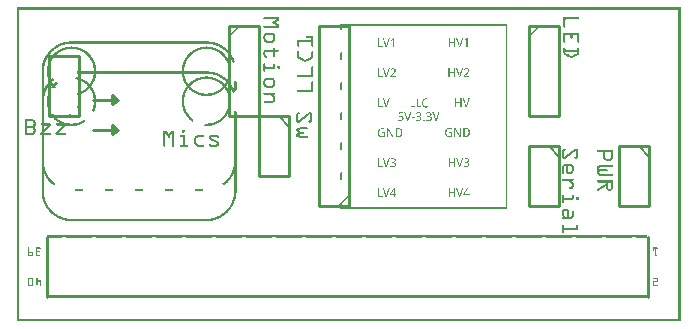
<source format=gto>
G04 MADE WITH FRITZING*
G04 WWW.FRITZING.ORG*
G04 DOUBLE SIDED*
G04 HOLES PLATED*
G04 CONTOUR ON CENTER OF CONTOUR VECTOR*
%ASAXBY*%
%FSLAX23Y23*%
%MOIN*%
%OFA0B0*%
%SFA1.0B1.0*%
%ADD10C,0.010000*%
%ADD11C,0.005000*%
%ADD12R,0.001000X0.001000*%
%LNSILK1*%
G90*
G70*
G54D10*
X101Y83D02*
X101Y283D01*
D02*
X2103Y84D02*
X103Y84D01*
D02*
X2103Y83D02*
X2103Y283D01*
D02*
X253Y739D02*
X338Y739D01*
D02*
X338Y739D02*
X318Y754D01*
D02*
X318Y754D02*
X318Y724D01*
D02*
X318Y724D02*
X338Y739D01*
D02*
X253Y639D02*
X338Y639D01*
D02*
X338Y639D02*
X318Y654D01*
D02*
X318Y654D02*
X318Y624D01*
D02*
X318Y624D02*
X338Y639D01*
D02*
X708Y984D02*
X708Y684D01*
D02*
X708Y684D02*
X808Y684D01*
D02*
X808Y684D02*
X808Y984D01*
D02*
X808Y984D02*
X708Y984D01*
D02*
X1708Y984D02*
X1708Y684D01*
D02*
X1708Y684D02*
X1808Y684D01*
D02*
X1808Y684D02*
X1808Y984D01*
D02*
X1808Y984D02*
X1708Y984D01*
D02*
X908Y684D02*
X808Y684D01*
D02*
X808Y684D02*
X808Y484D01*
D02*
X808Y484D02*
X908Y484D01*
D02*
X908Y484D02*
X908Y684D01*
G54D11*
D02*
X873Y684D02*
X908Y649D01*
G54D10*
D02*
X1808Y584D02*
X1708Y584D01*
D02*
X1708Y584D02*
X1708Y384D01*
D02*
X1708Y384D02*
X1808Y384D01*
D02*
X1808Y384D02*
X1808Y584D01*
G54D11*
D02*
X1773Y584D02*
X1808Y549D01*
G54D10*
D02*
X1108Y384D02*
X1108Y984D01*
D02*
X1108Y984D02*
X1008Y984D01*
D02*
X1008Y984D02*
X1008Y384D01*
D02*
X1008Y384D02*
X1108Y384D01*
D02*
X208Y684D02*
X208Y884D01*
D02*
X208Y884D02*
X108Y884D01*
D02*
X108Y884D02*
X108Y684D01*
D02*
X108Y684D02*
X208Y684D01*
D02*
X2108Y584D02*
X2008Y584D01*
D02*
X2008Y584D02*
X2008Y384D01*
D02*
X2008Y384D02*
X2108Y384D01*
D02*
X2108Y384D02*
X2108Y584D01*
G54D11*
D02*
X2073Y584D02*
X2108Y549D01*
G54D12*
X0Y1047D02*
X2212Y1047D01*
X0Y1046D02*
X2212Y1046D01*
X0Y1045D02*
X2212Y1045D01*
X0Y1044D02*
X2212Y1044D01*
X0Y1043D02*
X2212Y1043D01*
X0Y1042D02*
X2212Y1042D01*
X0Y1041D02*
X2212Y1041D01*
X0Y1040D02*
X2212Y1040D01*
X0Y1039D02*
X7Y1039D01*
X2205Y1039D02*
X2212Y1039D01*
X0Y1038D02*
X7Y1038D01*
X2205Y1038D02*
X2212Y1038D01*
X0Y1037D02*
X7Y1037D01*
X2205Y1037D02*
X2212Y1037D01*
X0Y1036D02*
X7Y1036D01*
X2205Y1036D02*
X2212Y1036D01*
X0Y1035D02*
X7Y1035D01*
X2205Y1035D02*
X2212Y1035D01*
X0Y1034D02*
X7Y1034D01*
X2205Y1034D02*
X2212Y1034D01*
X0Y1033D02*
X7Y1033D01*
X2205Y1033D02*
X2212Y1033D01*
X0Y1032D02*
X7Y1032D01*
X2205Y1032D02*
X2212Y1032D01*
X0Y1031D02*
X7Y1031D01*
X2205Y1031D02*
X2212Y1031D01*
X0Y1030D02*
X7Y1030D01*
X2205Y1030D02*
X2212Y1030D01*
X0Y1029D02*
X7Y1029D01*
X2205Y1029D02*
X2212Y1029D01*
X0Y1028D02*
X7Y1028D01*
X2205Y1028D02*
X2212Y1028D01*
X0Y1027D02*
X7Y1027D01*
X2205Y1027D02*
X2212Y1027D01*
X0Y1026D02*
X7Y1026D01*
X2205Y1026D02*
X2212Y1026D01*
X0Y1025D02*
X7Y1025D01*
X2205Y1025D02*
X2212Y1025D01*
X0Y1024D02*
X7Y1024D01*
X2205Y1024D02*
X2212Y1024D01*
X0Y1023D02*
X7Y1023D01*
X2205Y1023D02*
X2212Y1023D01*
X0Y1022D02*
X7Y1022D01*
X2205Y1022D02*
X2212Y1022D01*
X0Y1021D02*
X7Y1021D01*
X2205Y1021D02*
X2212Y1021D01*
X0Y1020D02*
X7Y1020D01*
X2205Y1020D02*
X2212Y1020D01*
X0Y1019D02*
X7Y1019D01*
X2205Y1019D02*
X2212Y1019D01*
X0Y1018D02*
X7Y1018D01*
X2205Y1018D02*
X2212Y1018D01*
X0Y1017D02*
X7Y1017D01*
X2205Y1017D02*
X2212Y1017D01*
X0Y1016D02*
X7Y1016D01*
X2205Y1016D02*
X2212Y1016D01*
X0Y1015D02*
X7Y1015D01*
X2205Y1015D02*
X2212Y1015D01*
X0Y1014D02*
X7Y1014D01*
X825Y1014D02*
X875Y1014D01*
X1822Y1014D02*
X1873Y1014D01*
X2205Y1014D02*
X2212Y1014D01*
X0Y1013D02*
X7Y1013D01*
X823Y1013D02*
X875Y1013D01*
X1822Y1013D02*
X1874Y1013D01*
X2205Y1013D02*
X2212Y1013D01*
X0Y1012D02*
X7Y1012D01*
X823Y1012D02*
X875Y1012D01*
X1822Y1012D02*
X1875Y1012D01*
X2205Y1012D02*
X2212Y1012D01*
X0Y1011D02*
X7Y1011D01*
X822Y1011D02*
X875Y1011D01*
X1822Y1011D02*
X1875Y1011D01*
X2205Y1011D02*
X2212Y1011D01*
X0Y1010D02*
X7Y1010D01*
X822Y1010D02*
X875Y1010D01*
X1822Y1010D02*
X1875Y1010D01*
X2205Y1010D02*
X2212Y1010D01*
X0Y1009D02*
X7Y1009D01*
X823Y1009D02*
X875Y1009D01*
X1822Y1009D02*
X1875Y1009D01*
X2205Y1009D02*
X2212Y1009D01*
X0Y1008D02*
X7Y1008D01*
X824Y1008D02*
X875Y1008D01*
X1822Y1008D02*
X1874Y1008D01*
X2205Y1008D02*
X2212Y1008D01*
X0Y1007D02*
X7Y1007D01*
X866Y1007D02*
X875Y1007D01*
X1822Y1007D02*
X1829Y1007D01*
X2205Y1007D02*
X2212Y1007D01*
X0Y1006D02*
X7Y1006D01*
X865Y1006D02*
X875Y1006D01*
X1822Y1006D02*
X1828Y1006D01*
X2205Y1006D02*
X2212Y1006D01*
X0Y1005D02*
X7Y1005D01*
X864Y1005D02*
X875Y1005D01*
X1822Y1005D02*
X1828Y1005D01*
X2205Y1005D02*
X2212Y1005D01*
X0Y1004D02*
X7Y1004D01*
X862Y1004D02*
X873Y1004D01*
X1822Y1004D02*
X1828Y1004D01*
X2205Y1004D02*
X2212Y1004D01*
X0Y1003D02*
X7Y1003D01*
X861Y1003D02*
X872Y1003D01*
X1822Y1003D02*
X1828Y1003D01*
X2205Y1003D02*
X2212Y1003D01*
X0Y1002D02*
X7Y1002D01*
X859Y1002D02*
X871Y1002D01*
X1822Y1002D02*
X1828Y1002D01*
X2205Y1002D02*
X2212Y1002D01*
X0Y1001D02*
X7Y1001D01*
X858Y1001D02*
X869Y1001D01*
X1822Y1001D02*
X1828Y1001D01*
X2205Y1001D02*
X2212Y1001D01*
X0Y1000D02*
X7Y1000D01*
X854Y1000D02*
X868Y1000D01*
X1822Y1000D02*
X1828Y1000D01*
X2205Y1000D02*
X2212Y1000D01*
X0Y999D02*
X7Y999D01*
X853Y999D02*
X866Y999D01*
X1822Y999D02*
X1828Y999D01*
X2205Y999D02*
X2212Y999D01*
X0Y998D02*
X7Y998D01*
X852Y998D02*
X865Y998D01*
X1822Y998D02*
X1828Y998D01*
X2205Y998D02*
X2212Y998D01*
X0Y997D02*
X7Y997D01*
X852Y997D02*
X864Y997D01*
X1822Y997D02*
X1828Y997D01*
X2205Y997D02*
X2212Y997D01*
X0Y996D02*
X7Y996D01*
X852Y996D02*
X865Y996D01*
X1822Y996D02*
X1828Y996D01*
X2205Y996D02*
X2212Y996D01*
X0Y995D02*
X7Y995D01*
X852Y995D02*
X866Y995D01*
X1822Y995D02*
X1828Y995D01*
X2205Y995D02*
X2212Y995D01*
X0Y994D02*
X7Y994D01*
X853Y994D02*
X867Y994D01*
X1822Y994D02*
X1828Y994D01*
X2205Y994D02*
X2212Y994D01*
X0Y993D02*
X7Y993D01*
X858Y993D02*
X869Y993D01*
X1822Y993D02*
X1828Y993D01*
X2205Y993D02*
X2212Y993D01*
X0Y992D02*
X7Y992D01*
X859Y992D02*
X870Y992D01*
X1077Y992D02*
X1634Y992D01*
X1822Y992D02*
X1828Y992D01*
X2205Y992D02*
X2212Y992D01*
X0Y991D02*
X7Y991D01*
X860Y991D02*
X872Y991D01*
X1077Y991D02*
X1634Y991D01*
X1822Y991D02*
X1828Y991D01*
X2205Y991D02*
X2212Y991D01*
X0Y990D02*
X7Y990D01*
X862Y990D02*
X873Y990D01*
X1077Y990D02*
X1634Y990D01*
X1822Y990D02*
X1828Y990D01*
X2205Y990D02*
X2212Y990D01*
X0Y989D02*
X7Y989D01*
X863Y989D02*
X875Y989D01*
X1077Y989D02*
X1634Y989D01*
X1822Y989D02*
X1828Y989D01*
X2205Y989D02*
X2212Y989D01*
X0Y988D02*
X7Y988D01*
X865Y988D02*
X875Y988D01*
X1077Y988D02*
X1634Y988D01*
X1822Y988D02*
X1828Y988D01*
X2205Y988D02*
X2212Y988D01*
X0Y987D02*
X7Y987D01*
X866Y987D02*
X875Y987D01*
X1077Y987D02*
X1634Y987D01*
X1822Y987D02*
X1828Y987D01*
X2205Y987D02*
X2212Y987D01*
X0Y986D02*
X7Y986D01*
X824Y986D02*
X875Y986D01*
X1077Y986D02*
X1082Y986D01*
X1630Y986D02*
X1634Y986D01*
X1822Y986D02*
X1828Y986D01*
X2205Y986D02*
X2212Y986D01*
X0Y985D02*
X7Y985D01*
X740Y985D02*
X741Y985D01*
X823Y985D02*
X875Y985D01*
X1077Y985D02*
X1082Y985D01*
X1630Y985D02*
X1634Y985D01*
X1740Y985D02*
X1741Y985D01*
X1822Y985D02*
X1828Y985D01*
X2205Y985D02*
X2212Y985D01*
X0Y984D02*
X7Y984D01*
X739Y984D02*
X742Y984D01*
X822Y984D02*
X875Y984D01*
X1077Y984D02*
X1082Y984D01*
X1630Y984D02*
X1634Y984D01*
X1739Y984D02*
X1742Y984D01*
X1822Y984D02*
X1828Y984D01*
X2205Y984D02*
X2212Y984D01*
X0Y983D02*
X7Y983D01*
X738Y983D02*
X743Y983D01*
X822Y983D02*
X875Y983D01*
X1077Y983D02*
X1082Y983D01*
X1630Y983D02*
X1634Y983D01*
X1738Y983D02*
X1743Y983D01*
X1822Y983D02*
X1828Y983D01*
X2205Y983D02*
X2212Y983D01*
X0Y982D02*
X7Y982D01*
X737Y982D02*
X743Y982D01*
X823Y982D02*
X875Y982D01*
X1077Y982D02*
X1082Y982D01*
X1630Y982D02*
X1634Y982D01*
X1737Y982D02*
X1743Y982D01*
X1822Y982D02*
X1828Y982D01*
X2205Y982D02*
X2212Y982D01*
X0Y981D02*
X7Y981D01*
X736Y981D02*
X742Y981D01*
X823Y981D02*
X875Y981D01*
X1077Y981D02*
X1082Y981D01*
X1630Y981D02*
X1634Y981D01*
X1736Y981D02*
X1742Y981D01*
X1823Y981D02*
X1827Y981D01*
X2205Y981D02*
X2212Y981D01*
X0Y980D02*
X7Y980D01*
X735Y980D02*
X741Y980D01*
X824Y980D02*
X875Y980D01*
X1077Y980D02*
X1082Y980D01*
X1630Y980D02*
X1634Y980D01*
X1735Y980D02*
X1741Y980D01*
X1824Y980D02*
X1826Y980D01*
X2205Y980D02*
X2212Y980D01*
X0Y979D02*
X7Y979D01*
X734Y979D02*
X740Y979D01*
X1077Y979D02*
X1082Y979D01*
X1630Y979D02*
X1634Y979D01*
X1734Y979D02*
X1740Y979D01*
X2205Y979D02*
X2212Y979D01*
X0Y978D02*
X7Y978D01*
X733Y978D02*
X739Y978D01*
X1077Y978D02*
X1082Y978D01*
X1630Y978D02*
X1634Y978D01*
X1733Y978D02*
X1739Y978D01*
X2205Y978D02*
X2212Y978D01*
X0Y977D02*
X7Y977D01*
X732Y977D02*
X738Y977D01*
X1077Y977D02*
X1082Y977D01*
X1630Y977D02*
X1634Y977D01*
X1732Y977D02*
X1738Y977D01*
X2205Y977D02*
X2212Y977D01*
X0Y976D02*
X7Y976D01*
X731Y976D02*
X737Y976D01*
X1077Y976D02*
X1082Y976D01*
X1630Y976D02*
X1634Y976D01*
X1731Y976D02*
X1737Y976D01*
X2205Y976D02*
X2212Y976D01*
X0Y975D02*
X7Y975D01*
X730Y975D02*
X736Y975D01*
X1077Y975D02*
X1082Y975D01*
X1630Y975D02*
X1634Y975D01*
X1730Y975D02*
X1736Y975D01*
X2205Y975D02*
X2212Y975D01*
X0Y974D02*
X7Y974D01*
X729Y974D02*
X735Y974D01*
X1077Y974D02*
X1082Y974D01*
X1630Y974D02*
X1634Y974D01*
X1729Y974D02*
X1735Y974D01*
X2205Y974D02*
X2212Y974D01*
X0Y973D02*
X7Y973D01*
X728Y973D02*
X734Y973D01*
X1078Y973D02*
X1082Y973D01*
X1630Y973D02*
X1634Y973D01*
X1728Y973D02*
X1734Y973D01*
X2205Y973D02*
X2212Y973D01*
X0Y972D02*
X7Y972D01*
X727Y972D02*
X733Y972D01*
X1080Y972D02*
X1082Y972D01*
X1630Y972D02*
X1634Y972D01*
X1727Y972D02*
X1733Y972D01*
X2205Y972D02*
X2212Y972D01*
X0Y971D02*
X7Y971D01*
X726Y971D02*
X732Y971D01*
X1082Y971D02*
X1082Y971D01*
X1630Y971D02*
X1634Y971D01*
X1726Y971D02*
X1732Y971D01*
X2205Y971D02*
X2212Y971D01*
X0Y970D02*
X7Y970D01*
X725Y970D02*
X731Y970D01*
X1630Y970D02*
X1634Y970D01*
X1725Y970D02*
X1731Y970D01*
X2205Y970D02*
X2212Y970D01*
X0Y969D02*
X7Y969D01*
X724Y969D02*
X730Y969D01*
X1630Y969D02*
X1634Y969D01*
X1724Y969D02*
X1730Y969D01*
X2205Y969D02*
X2212Y969D01*
X0Y968D02*
X7Y968D01*
X723Y968D02*
X729Y968D01*
X1630Y968D02*
X1634Y968D01*
X1723Y968D02*
X1728Y968D01*
X2205Y968D02*
X2212Y968D01*
X0Y967D02*
X7Y967D01*
X722Y967D02*
X727Y967D01*
X1630Y967D02*
X1634Y967D01*
X1722Y967D02*
X1727Y967D01*
X2205Y967D02*
X2212Y967D01*
X0Y966D02*
X7Y966D01*
X721Y966D02*
X726Y966D01*
X1630Y966D02*
X1634Y966D01*
X1721Y966D02*
X1726Y966D01*
X2205Y966D02*
X2212Y966D01*
X0Y965D02*
X7Y965D01*
X720Y965D02*
X725Y965D01*
X1630Y965D02*
X1634Y965D01*
X1720Y965D02*
X1725Y965D01*
X2205Y965D02*
X2212Y965D01*
X0Y964D02*
X7Y964D01*
X719Y964D02*
X724Y964D01*
X1630Y964D02*
X1634Y964D01*
X1719Y964D02*
X1724Y964D01*
X2205Y964D02*
X2212Y964D01*
X0Y963D02*
X7Y963D01*
X718Y963D02*
X723Y963D01*
X830Y963D02*
X852Y963D01*
X1630Y963D02*
X1634Y963D01*
X1718Y963D02*
X1723Y963D01*
X1822Y963D02*
X1875Y963D01*
X2205Y963D02*
X2212Y963D01*
X0Y962D02*
X7Y962D01*
X717Y962D02*
X723Y962D01*
X829Y962D02*
X854Y962D01*
X1630Y962D02*
X1634Y962D01*
X1717Y962D02*
X1723Y962D01*
X1822Y962D02*
X1875Y962D01*
X2205Y962D02*
X2212Y962D01*
X0Y961D02*
X7Y961D01*
X716Y961D02*
X722Y961D01*
X828Y961D02*
X855Y961D01*
X1630Y961D02*
X1634Y961D01*
X1716Y961D02*
X1722Y961D01*
X1822Y961D02*
X1875Y961D01*
X2205Y961D02*
X2212Y961D01*
X0Y960D02*
X7Y960D01*
X715Y960D02*
X721Y960D01*
X827Y960D02*
X856Y960D01*
X1630Y960D02*
X1634Y960D01*
X1715Y960D02*
X1721Y960D01*
X1822Y960D02*
X1875Y960D01*
X2205Y960D02*
X2212Y960D01*
X0Y959D02*
X7Y959D01*
X714Y959D02*
X720Y959D01*
X826Y959D02*
X857Y959D01*
X1630Y959D02*
X1634Y959D01*
X1714Y959D02*
X1720Y959D01*
X1822Y959D02*
X1875Y959D01*
X2205Y959D02*
X2212Y959D01*
X0Y958D02*
X7Y958D01*
X713Y958D02*
X719Y958D01*
X825Y958D02*
X858Y958D01*
X1630Y958D02*
X1634Y958D01*
X1713Y958D02*
X1719Y958D01*
X1822Y958D02*
X1875Y958D01*
X2205Y958D02*
X2212Y958D01*
X0Y957D02*
X7Y957D01*
X712Y957D02*
X718Y957D01*
X824Y957D02*
X859Y957D01*
X1630Y957D02*
X1634Y957D01*
X1712Y957D02*
X1718Y957D01*
X1822Y957D02*
X1875Y957D01*
X2205Y957D02*
X2212Y957D01*
X0Y956D02*
X7Y956D01*
X711Y956D02*
X717Y956D01*
X824Y956D02*
X832Y956D01*
X851Y956D02*
X859Y956D01*
X1630Y956D02*
X1634Y956D01*
X1711Y956D02*
X1717Y956D01*
X1822Y956D02*
X1828Y956D01*
X1846Y956D02*
X1852Y956D01*
X1869Y956D02*
X1875Y956D01*
X2205Y956D02*
X2212Y956D01*
X0Y955D02*
X7Y955D01*
X710Y955D02*
X716Y955D01*
X823Y955D02*
X831Y955D01*
X852Y955D02*
X860Y955D01*
X1630Y955D02*
X1634Y955D01*
X1710Y955D02*
X1716Y955D01*
X1822Y955D02*
X1828Y955D01*
X1846Y955D02*
X1852Y955D01*
X1869Y955D02*
X1875Y955D01*
X2205Y955D02*
X2212Y955D01*
X0Y954D02*
X7Y954D01*
X709Y954D02*
X715Y954D01*
X823Y954D02*
X830Y954D01*
X853Y954D02*
X860Y954D01*
X1630Y954D02*
X1634Y954D01*
X1709Y954D02*
X1715Y954D01*
X1822Y954D02*
X1828Y954D01*
X1846Y954D02*
X1852Y954D01*
X1869Y954D02*
X1875Y954D01*
X2205Y954D02*
X2212Y954D01*
X0Y953D02*
X7Y953D01*
X708Y953D02*
X714Y953D01*
X823Y953D02*
X829Y953D01*
X854Y953D02*
X861Y953D01*
X1630Y953D02*
X1634Y953D01*
X1708Y953D02*
X1714Y953D01*
X1822Y953D02*
X1828Y953D01*
X1846Y953D02*
X1852Y953D01*
X1869Y953D02*
X1875Y953D01*
X2205Y953D02*
X2212Y953D01*
X0Y952D02*
X7Y952D01*
X707Y952D02*
X713Y952D01*
X822Y952D02*
X828Y952D01*
X855Y952D02*
X861Y952D01*
X1630Y952D02*
X1634Y952D01*
X1707Y952D02*
X1713Y952D01*
X1822Y952D02*
X1828Y952D01*
X1846Y952D02*
X1852Y952D01*
X1869Y952D02*
X1875Y952D01*
X2205Y952D02*
X2212Y952D01*
X0Y951D02*
X7Y951D01*
X706Y951D02*
X712Y951D01*
X822Y951D02*
X828Y951D01*
X855Y951D02*
X861Y951D01*
X967Y951D02*
X985Y951D01*
X1630Y951D02*
X1634Y951D01*
X1706Y951D02*
X1712Y951D01*
X1822Y951D02*
X1828Y951D01*
X1846Y951D02*
X1852Y951D01*
X1869Y951D02*
X1875Y951D01*
X2205Y951D02*
X2212Y951D01*
X0Y950D02*
X7Y950D01*
X707Y950D02*
X711Y950D01*
X822Y950D02*
X828Y950D01*
X855Y950D02*
X861Y950D01*
X965Y950D02*
X987Y950D01*
X1630Y950D02*
X1634Y950D01*
X1707Y950D02*
X1711Y950D01*
X1822Y950D02*
X1828Y950D01*
X1846Y950D02*
X1852Y950D01*
X1869Y950D02*
X1875Y950D01*
X2205Y950D02*
X2212Y950D01*
X0Y949D02*
X7Y949D01*
X708Y949D02*
X710Y949D01*
X822Y949D02*
X828Y949D01*
X855Y949D02*
X861Y949D01*
X965Y949D02*
X988Y949D01*
X1630Y949D02*
X1634Y949D01*
X1708Y949D02*
X1710Y949D01*
X1822Y949D02*
X1828Y949D01*
X1846Y949D02*
X1852Y949D01*
X1869Y949D02*
X1875Y949D01*
X2205Y949D02*
X2212Y949D01*
X0Y948D02*
X7Y948D01*
X709Y948D02*
X709Y948D01*
X822Y948D02*
X828Y948D01*
X855Y948D02*
X861Y948D01*
X964Y948D02*
X988Y948D01*
X1630Y948D02*
X1634Y948D01*
X1709Y948D02*
X1709Y948D01*
X1822Y948D02*
X1828Y948D01*
X1846Y948D02*
X1852Y948D01*
X1869Y948D02*
X1875Y948D01*
X2205Y948D02*
X2212Y948D01*
X0Y947D02*
X7Y947D01*
X822Y947D02*
X828Y947D01*
X855Y947D02*
X861Y947D01*
X964Y947D02*
X988Y947D01*
X1630Y947D02*
X1634Y947D01*
X1822Y947D02*
X1828Y947D01*
X1846Y947D02*
X1852Y947D01*
X1869Y947D02*
X1875Y947D01*
X2205Y947D02*
X2212Y947D01*
X0Y946D02*
X7Y946D01*
X822Y946D02*
X828Y946D01*
X855Y946D02*
X861Y946D01*
X965Y946D02*
X988Y946D01*
X1630Y946D02*
X1634Y946D01*
X1822Y946D02*
X1828Y946D01*
X1846Y946D02*
X1852Y946D01*
X1869Y946D02*
X1875Y946D01*
X2205Y946D02*
X2212Y946D01*
X0Y945D02*
X7Y945D01*
X822Y945D02*
X828Y945D01*
X855Y945D02*
X861Y945D01*
X966Y945D02*
X988Y945D01*
X1630Y945D02*
X1634Y945D01*
X1822Y945D02*
X1828Y945D01*
X1846Y945D02*
X1851Y945D01*
X1869Y945D02*
X1875Y945D01*
X2205Y945D02*
X2212Y945D01*
X0Y944D02*
X7Y944D01*
X822Y944D02*
X828Y944D01*
X855Y944D02*
X861Y944D01*
X982Y944D02*
X988Y944D01*
X1206Y944D02*
X1208Y944D01*
X1220Y944D02*
X1223Y944D01*
X1240Y944D02*
X1243Y944D01*
X1255Y944D02*
X1257Y944D01*
X1440Y944D02*
X1442Y944D01*
X1457Y944D02*
X1460Y944D01*
X1465Y944D02*
X1468Y944D01*
X1484Y944D02*
X1487Y944D01*
X1499Y944D02*
X1502Y944D01*
X1630Y944D02*
X1634Y944D01*
X1822Y944D02*
X1828Y944D01*
X1847Y944D02*
X1850Y944D01*
X1869Y944D02*
X1875Y944D01*
X2205Y944D02*
X2212Y944D01*
X0Y943D02*
X7Y943D01*
X822Y943D02*
X828Y943D01*
X855Y943D02*
X861Y943D01*
X982Y943D02*
X988Y943D01*
X1205Y943D02*
X1208Y943D01*
X1221Y943D02*
X1224Y943D01*
X1239Y943D02*
X1242Y943D01*
X1254Y943D02*
X1257Y943D01*
X1440Y943D02*
X1442Y943D01*
X1457Y943D02*
X1460Y943D01*
X1465Y943D02*
X1468Y943D01*
X1484Y943D02*
X1487Y943D01*
X1498Y943D02*
X1502Y943D01*
X1630Y943D02*
X1634Y943D01*
X1822Y943D02*
X1828Y943D01*
X1869Y943D02*
X1875Y943D01*
X2205Y943D02*
X2212Y943D01*
X0Y942D02*
X7Y942D01*
X822Y942D02*
X828Y942D01*
X855Y942D02*
X861Y942D01*
X982Y942D02*
X988Y942D01*
X1205Y942D02*
X1208Y942D01*
X1221Y942D02*
X1224Y942D01*
X1239Y942D02*
X1242Y942D01*
X1252Y942D02*
X1257Y942D01*
X1440Y942D02*
X1442Y942D01*
X1457Y942D02*
X1460Y942D01*
X1466Y942D02*
X1469Y942D01*
X1484Y942D02*
X1487Y942D01*
X1497Y942D02*
X1502Y942D01*
X1630Y942D02*
X1634Y942D01*
X1822Y942D02*
X1828Y942D01*
X1869Y942D02*
X1875Y942D01*
X2205Y942D02*
X2212Y942D01*
X0Y941D02*
X7Y941D01*
X822Y941D02*
X829Y941D01*
X854Y941D02*
X861Y941D01*
X982Y941D02*
X988Y941D01*
X1205Y941D02*
X1208Y941D01*
X1221Y941D02*
X1224Y941D01*
X1239Y941D02*
X1242Y941D01*
X1251Y941D02*
X1257Y941D01*
X1440Y941D02*
X1442Y941D01*
X1457Y941D02*
X1460Y941D01*
X1466Y941D02*
X1469Y941D01*
X1483Y941D02*
X1486Y941D01*
X1496Y941D02*
X1502Y941D01*
X1630Y941D02*
X1634Y941D01*
X1822Y941D02*
X1828Y941D01*
X1869Y941D02*
X1875Y941D01*
X2205Y941D02*
X2212Y941D01*
X0Y940D02*
X7Y940D01*
X823Y940D02*
X829Y940D01*
X854Y940D02*
X860Y940D01*
X982Y940D02*
X988Y940D01*
X1205Y940D02*
X1208Y940D01*
X1222Y940D02*
X1225Y940D01*
X1238Y940D02*
X1241Y940D01*
X1250Y940D02*
X1257Y940D01*
X1440Y940D02*
X1442Y940D01*
X1457Y940D02*
X1460Y940D01*
X1466Y940D02*
X1469Y940D01*
X1483Y940D02*
X1486Y940D01*
X1494Y940D02*
X1502Y940D01*
X1630Y940D02*
X1634Y940D01*
X1822Y940D02*
X1828Y940D01*
X1869Y940D02*
X1875Y940D01*
X2205Y940D02*
X2212Y940D01*
X0Y939D02*
X7Y939D01*
X823Y939D02*
X830Y939D01*
X853Y939D02*
X860Y939D01*
X982Y939D02*
X988Y939D01*
X1205Y939D02*
X1208Y939D01*
X1222Y939D02*
X1225Y939D01*
X1238Y939D02*
X1241Y939D01*
X1249Y939D02*
X1252Y939D01*
X1255Y939D02*
X1257Y939D01*
X1440Y939D02*
X1442Y939D01*
X1457Y939D02*
X1460Y939D01*
X1467Y939D02*
X1470Y939D01*
X1483Y939D02*
X1486Y939D01*
X1493Y939D02*
X1497Y939D01*
X1499Y939D02*
X1502Y939D01*
X1630Y939D02*
X1634Y939D01*
X1822Y939D02*
X1828Y939D01*
X1869Y939D02*
X1875Y939D01*
X2205Y939D02*
X2212Y939D01*
X0Y938D02*
X7Y938D01*
X823Y938D02*
X831Y938D01*
X852Y938D02*
X860Y938D01*
X982Y938D02*
X988Y938D01*
X1205Y938D02*
X1208Y938D01*
X1222Y938D02*
X1225Y938D01*
X1238Y938D02*
X1241Y938D01*
X1248Y938D02*
X1251Y938D01*
X1255Y938D02*
X1257Y938D01*
X1440Y938D02*
X1442Y938D01*
X1457Y938D02*
X1460Y938D01*
X1467Y938D02*
X1470Y938D01*
X1482Y938D02*
X1485Y938D01*
X1492Y938D02*
X1496Y938D01*
X1499Y938D02*
X1502Y938D01*
X1630Y938D02*
X1634Y938D01*
X1822Y938D02*
X1828Y938D01*
X1869Y938D02*
X1875Y938D01*
X2205Y938D02*
X2212Y938D01*
X0Y937D02*
X7Y937D01*
X824Y937D02*
X832Y937D01*
X851Y937D02*
X859Y937D01*
X935Y937D02*
X988Y937D01*
X1205Y937D02*
X1208Y937D01*
X1223Y937D02*
X1225Y937D01*
X1237Y937D02*
X1240Y937D01*
X1248Y937D02*
X1250Y937D01*
X1255Y937D02*
X1257Y937D01*
X1440Y937D02*
X1442Y937D01*
X1457Y937D02*
X1460Y937D01*
X1467Y937D02*
X1470Y937D01*
X1482Y937D02*
X1485Y937D01*
X1493Y937D02*
X1495Y937D01*
X1499Y937D02*
X1502Y937D01*
X1630Y937D02*
X1634Y937D01*
X1822Y937D02*
X1828Y937D01*
X1869Y937D02*
X1875Y937D01*
X2205Y937D02*
X2212Y937D01*
X0Y936D02*
X7Y936D01*
X825Y936D02*
X858Y936D01*
X935Y936D02*
X988Y936D01*
X1205Y936D02*
X1208Y936D01*
X1223Y936D02*
X1226Y936D01*
X1237Y936D02*
X1240Y936D01*
X1249Y936D02*
X1249Y936D01*
X1255Y936D02*
X1257Y936D01*
X1440Y936D02*
X1442Y936D01*
X1457Y936D02*
X1460Y936D01*
X1468Y936D02*
X1470Y936D01*
X1482Y936D02*
X1485Y936D01*
X1499Y936D02*
X1502Y936D01*
X1630Y936D02*
X1634Y936D01*
X1822Y936D02*
X1828Y936D01*
X1869Y936D02*
X1875Y936D01*
X2205Y936D02*
X2212Y936D01*
X0Y935D02*
X7Y935D01*
X825Y935D02*
X858Y935D01*
X935Y935D02*
X988Y935D01*
X1205Y935D02*
X1208Y935D01*
X1223Y935D02*
X1226Y935D01*
X1237Y935D02*
X1240Y935D01*
X1255Y935D02*
X1257Y935D01*
X1440Y935D02*
X1442Y935D01*
X1457Y935D02*
X1460Y935D01*
X1468Y935D02*
X1471Y935D01*
X1481Y935D02*
X1484Y935D01*
X1499Y935D02*
X1502Y935D01*
X1630Y935D02*
X1634Y935D01*
X1822Y935D02*
X1828Y935D01*
X1869Y935D02*
X1875Y935D01*
X2205Y935D02*
X2212Y935D01*
X0Y934D02*
X7Y934D01*
X175Y934D02*
X639Y934D01*
X826Y934D02*
X857Y934D01*
X935Y934D02*
X988Y934D01*
X1205Y934D02*
X1208Y934D01*
X1224Y934D02*
X1226Y934D01*
X1237Y934D02*
X1239Y934D01*
X1255Y934D02*
X1257Y934D01*
X1440Y934D02*
X1442Y934D01*
X1457Y934D02*
X1460Y934D01*
X1468Y934D02*
X1471Y934D01*
X1481Y934D02*
X1484Y934D01*
X1499Y934D02*
X1502Y934D01*
X1630Y934D02*
X1634Y934D01*
X1822Y934D02*
X1828Y934D01*
X1869Y934D02*
X1875Y934D01*
X2205Y934D02*
X2212Y934D01*
X0Y933D02*
X7Y933D01*
X167Y933D02*
X647Y933D01*
X827Y933D02*
X856Y933D01*
X935Y933D02*
X988Y933D01*
X1205Y933D02*
X1208Y933D01*
X1224Y933D02*
X1227Y933D01*
X1236Y933D02*
X1239Y933D01*
X1255Y933D02*
X1257Y933D01*
X1440Y933D02*
X1442Y933D01*
X1457Y933D02*
X1460Y933D01*
X1469Y933D02*
X1471Y933D01*
X1481Y933D02*
X1484Y933D01*
X1499Y933D02*
X1502Y933D01*
X1630Y933D02*
X1634Y933D01*
X1822Y933D02*
X1828Y933D01*
X1869Y933D02*
X1875Y933D01*
X2205Y933D02*
X2212Y933D01*
X0Y932D02*
X7Y932D01*
X162Y932D02*
X653Y932D01*
X828Y932D02*
X855Y932D01*
X935Y932D02*
X988Y932D01*
X1205Y932D02*
X1208Y932D01*
X1224Y932D02*
X1227Y932D01*
X1236Y932D02*
X1239Y932D01*
X1255Y932D02*
X1257Y932D01*
X1440Y932D02*
X1443Y932D01*
X1457Y932D02*
X1460Y932D01*
X1469Y932D02*
X1472Y932D01*
X1481Y932D02*
X1483Y932D01*
X1499Y932D02*
X1502Y932D01*
X1630Y932D02*
X1634Y932D01*
X1822Y932D02*
X1828Y932D01*
X1870Y932D02*
X1875Y932D01*
X2205Y932D02*
X2212Y932D01*
X0Y931D02*
X7Y931D01*
X158Y931D02*
X657Y931D01*
X829Y931D02*
X854Y931D01*
X935Y931D02*
X988Y931D01*
X1205Y931D02*
X1208Y931D01*
X1225Y931D02*
X1227Y931D01*
X1236Y931D02*
X1238Y931D01*
X1255Y931D02*
X1257Y931D01*
X1440Y931D02*
X1460Y931D01*
X1469Y931D02*
X1472Y931D01*
X1480Y931D02*
X1483Y931D01*
X1499Y931D02*
X1502Y931D01*
X1630Y931D02*
X1634Y931D01*
X1823Y931D02*
X1828Y931D01*
X1870Y931D02*
X1875Y931D01*
X2205Y931D02*
X2212Y931D01*
X0Y930D02*
X7Y930D01*
X154Y930D02*
X660Y930D01*
X831Y930D02*
X852Y930D01*
X935Y930D02*
X941Y930D01*
X982Y930D02*
X988Y930D01*
X1205Y930D02*
X1208Y930D01*
X1225Y930D02*
X1228Y930D01*
X1235Y930D02*
X1238Y930D01*
X1255Y930D02*
X1257Y930D01*
X1440Y930D02*
X1460Y930D01*
X1470Y930D02*
X1472Y930D01*
X1480Y930D02*
X1483Y930D01*
X1499Y930D02*
X1502Y930D01*
X1630Y930D02*
X1634Y930D01*
X1824Y930D02*
X1827Y930D01*
X1871Y930D02*
X1874Y930D01*
X2205Y930D02*
X2212Y930D01*
X0Y929D02*
X7Y929D01*
X151Y929D02*
X664Y929D01*
X935Y929D02*
X941Y929D01*
X982Y929D02*
X988Y929D01*
X1205Y929D02*
X1208Y929D01*
X1225Y929D02*
X1228Y929D01*
X1235Y929D02*
X1238Y929D01*
X1255Y929D02*
X1257Y929D01*
X1440Y929D02*
X1460Y929D01*
X1470Y929D02*
X1473Y929D01*
X1480Y929D02*
X1482Y929D01*
X1499Y929D02*
X1502Y929D01*
X1630Y929D02*
X1634Y929D01*
X2205Y929D02*
X2212Y929D01*
X0Y928D02*
X7Y928D01*
X148Y928D02*
X666Y928D01*
X935Y928D02*
X941Y928D01*
X982Y928D02*
X988Y928D01*
X1205Y928D02*
X1208Y928D01*
X1226Y928D02*
X1228Y928D01*
X1235Y928D02*
X1237Y928D01*
X1255Y928D02*
X1257Y928D01*
X1440Y928D02*
X1442Y928D01*
X1457Y928D02*
X1460Y928D01*
X1470Y928D02*
X1473Y928D01*
X1479Y928D02*
X1482Y928D01*
X1499Y928D02*
X1502Y928D01*
X1630Y928D02*
X1634Y928D01*
X2205Y928D02*
X2212Y928D01*
X0Y927D02*
X7Y927D01*
X145Y927D02*
X669Y927D01*
X935Y927D02*
X941Y927D01*
X982Y927D02*
X988Y927D01*
X1205Y927D02*
X1208Y927D01*
X1226Y927D02*
X1229Y927D01*
X1234Y927D02*
X1237Y927D01*
X1255Y927D02*
X1257Y927D01*
X1440Y927D02*
X1442Y927D01*
X1457Y927D02*
X1460Y927D01*
X1471Y927D02*
X1473Y927D01*
X1479Y927D02*
X1482Y927D01*
X1499Y927D02*
X1502Y927D01*
X1630Y927D02*
X1634Y927D01*
X2205Y927D02*
X2212Y927D01*
X0Y926D02*
X7Y926D01*
X143Y926D02*
X174Y926D01*
X640Y926D02*
X671Y926D01*
X935Y926D02*
X941Y926D01*
X982Y926D02*
X988Y926D01*
X1205Y926D02*
X1208Y926D01*
X1226Y926D02*
X1229Y926D01*
X1234Y926D02*
X1237Y926D01*
X1255Y926D02*
X1257Y926D01*
X1440Y926D02*
X1442Y926D01*
X1457Y926D02*
X1460Y926D01*
X1471Y926D02*
X1474Y926D01*
X1479Y926D02*
X1481Y926D01*
X1499Y926D02*
X1502Y926D01*
X1630Y926D02*
X1634Y926D01*
X2205Y926D02*
X2212Y926D01*
X0Y925D02*
X7Y925D01*
X141Y925D02*
X166Y925D01*
X648Y925D02*
X674Y925D01*
X935Y925D02*
X941Y925D01*
X982Y925D02*
X988Y925D01*
X1205Y925D02*
X1208Y925D01*
X1227Y925D02*
X1229Y925D01*
X1234Y925D02*
X1236Y925D01*
X1255Y925D02*
X1257Y925D01*
X1440Y925D02*
X1442Y925D01*
X1457Y925D02*
X1460Y925D01*
X1471Y925D02*
X1474Y925D01*
X1478Y925D02*
X1481Y925D01*
X1499Y925D02*
X1502Y925D01*
X1630Y925D02*
X1634Y925D01*
X2205Y925D02*
X2212Y925D01*
X0Y924D02*
X7Y924D01*
X139Y924D02*
X161Y924D01*
X654Y924D02*
X676Y924D01*
X935Y924D02*
X941Y924D01*
X982Y924D02*
X988Y924D01*
X1205Y924D02*
X1208Y924D01*
X1227Y924D02*
X1230Y924D01*
X1233Y924D02*
X1236Y924D01*
X1255Y924D02*
X1257Y924D01*
X1440Y924D02*
X1442Y924D01*
X1457Y924D02*
X1460Y924D01*
X1472Y924D02*
X1474Y924D01*
X1478Y924D02*
X1481Y924D01*
X1499Y924D02*
X1502Y924D01*
X1630Y924D02*
X1634Y924D01*
X2205Y924D02*
X2212Y924D01*
X0Y923D02*
X7Y923D01*
X137Y923D02*
X157Y923D01*
X657Y923D02*
X678Y923D01*
X935Y923D02*
X941Y923D01*
X982Y923D02*
X988Y923D01*
X1205Y923D02*
X1208Y923D01*
X1227Y923D02*
X1230Y923D01*
X1233Y923D02*
X1236Y923D01*
X1255Y923D02*
X1257Y923D01*
X1440Y923D02*
X1442Y923D01*
X1457Y923D02*
X1460Y923D01*
X1472Y923D02*
X1475Y923D01*
X1478Y923D02*
X1480Y923D01*
X1499Y923D02*
X1502Y923D01*
X1630Y923D02*
X1634Y923D01*
X2205Y923D02*
X2212Y923D01*
X0Y922D02*
X7Y922D01*
X135Y922D02*
X154Y922D01*
X661Y922D02*
X680Y922D01*
X935Y922D02*
X941Y922D01*
X982Y922D02*
X988Y922D01*
X1205Y922D02*
X1208Y922D01*
X1228Y922D02*
X1230Y922D01*
X1233Y922D02*
X1235Y922D01*
X1255Y922D02*
X1257Y922D01*
X1440Y922D02*
X1442Y922D01*
X1457Y922D02*
X1460Y922D01*
X1472Y922D02*
X1475Y922D01*
X1477Y922D02*
X1480Y922D01*
X1499Y922D02*
X1502Y922D01*
X1630Y922D02*
X1634Y922D01*
X2205Y922D02*
X2212Y922D01*
X0Y921D02*
X7Y921D01*
X133Y921D02*
X151Y921D01*
X663Y921D02*
X681Y921D01*
X935Y921D02*
X941Y921D01*
X982Y921D02*
X988Y921D01*
X1205Y921D02*
X1208Y921D01*
X1228Y921D02*
X1230Y921D01*
X1233Y921D02*
X1235Y921D01*
X1255Y921D02*
X1257Y921D01*
X1440Y921D02*
X1442Y921D01*
X1457Y921D02*
X1460Y921D01*
X1473Y921D02*
X1475Y921D01*
X1477Y921D02*
X1480Y921D01*
X1499Y921D02*
X1502Y921D01*
X1630Y921D02*
X1634Y921D01*
X2205Y921D02*
X2212Y921D01*
X0Y920D02*
X7Y920D01*
X132Y920D02*
X148Y920D01*
X666Y920D02*
X683Y920D01*
X935Y920D02*
X941Y920D01*
X982Y920D02*
X988Y920D01*
X1205Y920D02*
X1208Y920D01*
X1228Y920D02*
X1235Y920D01*
X1255Y920D02*
X1257Y920D01*
X1440Y920D02*
X1442Y920D01*
X1457Y920D02*
X1460Y920D01*
X1473Y920D02*
X1475Y920D01*
X1477Y920D02*
X1479Y920D01*
X1499Y920D02*
X1502Y920D01*
X1630Y920D02*
X1634Y920D01*
X2205Y920D02*
X2212Y920D01*
X0Y919D02*
X7Y919D01*
X130Y919D02*
X146Y919D01*
X669Y919D02*
X685Y919D01*
X935Y919D02*
X941Y919D01*
X982Y919D02*
X988Y919D01*
X1205Y919D02*
X1208Y919D01*
X1229Y919D02*
X1234Y919D01*
X1255Y919D02*
X1257Y919D01*
X1440Y919D02*
X1442Y919D01*
X1457Y919D02*
X1460Y919D01*
X1473Y919D02*
X1479Y919D01*
X1499Y919D02*
X1502Y919D01*
X1630Y919D02*
X1634Y919D01*
X2205Y919D02*
X2212Y919D01*
X0Y918D02*
X7Y918D01*
X128Y918D02*
X144Y918D01*
X671Y918D02*
X686Y918D01*
X936Y918D02*
X940Y918D01*
X983Y918D02*
X987Y918D01*
X1205Y918D02*
X1209Y918D01*
X1229Y918D02*
X1234Y918D01*
X1255Y918D02*
X1257Y918D01*
X1440Y918D02*
X1442Y918D01*
X1457Y918D02*
X1460Y918D01*
X1474Y918D02*
X1479Y918D01*
X1499Y918D02*
X1502Y918D01*
X1630Y918D02*
X1634Y918D01*
X2205Y918D02*
X2212Y918D01*
X0Y917D02*
X7Y917D01*
X127Y917D02*
X141Y917D01*
X182Y917D02*
X183Y917D01*
X632Y917D02*
X633Y917D01*
X673Y917D02*
X688Y917D01*
X937Y917D02*
X939Y917D01*
X984Y917D02*
X986Y917D01*
X1205Y917D02*
X1220Y917D01*
X1229Y917D02*
X1234Y917D01*
X1255Y917D02*
X1257Y917D01*
X1440Y917D02*
X1442Y917D01*
X1457Y917D02*
X1460Y917D01*
X1474Y917D02*
X1478Y917D01*
X1499Y917D02*
X1502Y917D01*
X1630Y917D02*
X1634Y917D01*
X2205Y917D02*
X2212Y917D01*
X0Y916D02*
X7Y916D01*
X125Y916D02*
X139Y916D01*
X171Y916D02*
X194Y916D01*
X621Y916D02*
X644Y916D01*
X675Y916D02*
X689Y916D01*
X1205Y916D02*
X1220Y916D01*
X1230Y916D02*
X1233Y916D01*
X1255Y916D02*
X1257Y916D01*
X1440Y916D02*
X1442Y916D01*
X1457Y916D02*
X1460Y916D01*
X1474Y916D02*
X1478Y916D01*
X1499Y916D02*
X1502Y916D01*
X1630Y916D02*
X1634Y916D01*
X2205Y916D02*
X2212Y916D01*
X0Y915D02*
X7Y915D01*
X124Y915D02*
X138Y915D01*
X165Y915D02*
X200Y915D01*
X615Y915D02*
X650Y915D01*
X677Y915D02*
X691Y915D01*
X1205Y915D02*
X1220Y915D01*
X1230Y915D02*
X1233Y915D01*
X1255Y915D02*
X1257Y915D01*
X1440Y915D02*
X1442Y915D01*
X1457Y915D02*
X1460Y915D01*
X1475Y915D02*
X1478Y915D01*
X1499Y915D02*
X1502Y915D01*
X1630Y915D02*
X1634Y915D01*
X2205Y915D02*
X2212Y915D01*
X0Y914D02*
X7Y914D01*
X123Y914D02*
X136Y914D01*
X161Y914D02*
X203Y914D01*
X611Y914D02*
X653Y914D01*
X679Y914D02*
X692Y914D01*
X1630Y914D02*
X1634Y914D01*
X2205Y914D02*
X2212Y914D01*
X0Y913D02*
X7Y913D01*
X121Y913D02*
X134Y913D01*
X158Y913D02*
X207Y913D01*
X607Y913D02*
X657Y913D01*
X680Y913D02*
X693Y913D01*
X856Y913D02*
X859Y913D01*
X1630Y913D02*
X1634Y913D01*
X1824Y913D02*
X1827Y913D01*
X1871Y913D02*
X1874Y913D01*
X2205Y913D02*
X2212Y913D01*
X0Y912D02*
X7Y912D01*
X120Y912D02*
X132Y912D01*
X155Y912D02*
X210Y912D01*
X605Y912D02*
X660Y912D01*
X682Y912D02*
X695Y912D01*
X855Y912D02*
X860Y912D01*
X1630Y912D02*
X1634Y912D01*
X1823Y912D02*
X1828Y912D01*
X1870Y912D02*
X1875Y912D01*
X2205Y912D02*
X2212Y912D01*
X0Y911D02*
X7Y911D01*
X119Y911D02*
X131Y911D01*
X152Y911D02*
X212Y911D01*
X602Y911D02*
X662Y911D01*
X684Y911D02*
X696Y911D01*
X855Y911D02*
X861Y911D01*
X1630Y911D02*
X1634Y911D01*
X1822Y911D02*
X1828Y911D01*
X1869Y911D02*
X1875Y911D01*
X2205Y911D02*
X2212Y911D01*
X0Y910D02*
X7Y910D01*
X117Y910D02*
X130Y910D01*
X150Y910D02*
X215Y910D01*
X600Y910D02*
X665Y910D01*
X685Y910D02*
X697Y910D01*
X855Y910D02*
X861Y910D01*
X1630Y910D02*
X1634Y910D01*
X1822Y910D02*
X1828Y910D01*
X1869Y910D02*
X1875Y910D01*
X2205Y910D02*
X2212Y910D01*
X0Y909D02*
X7Y909D01*
X116Y909D02*
X128Y909D01*
X148Y909D02*
X181Y909D01*
X183Y909D02*
X217Y909D01*
X598Y909D02*
X631Y909D01*
X633Y909D02*
X667Y909D01*
X686Y909D02*
X698Y909D01*
X855Y909D02*
X861Y909D01*
X1630Y909D02*
X1634Y909D01*
X1822Y909D02*
X1828Y909D01*
X1869Y909D02*
X1875Y909D01*
X2205Y909D02*
X2212Y909D01*
X0Y908D02*
X7Y908D01*
X115Y908D02*
X127Y908D01*
X145Y908D02*
X170Y908D01*
X195Y908D02*
X219Y908D01*
X595Y908D02*
X620Y908D01*
X645Y908D02*
X669Y908D01*
X688Y908D02*
X699Y908D01*
X855Y908D02*
X861Y908D01*
X1630Y908D02*
X1634Y908D01*
X1822Y908D02*
X1828Y908D01*
X1869Y908D02*
X1875Y908D01*
X2205Y908D02*
X2212Y908D01*
X0Y907D02*
X7Y907D01*
X114Y907D02*
X125Y907D01*
X143Y907D02*
X165Y907D01*
X200Y907D02*
X221Y907D01*
X593Y907D02*
X614Y907D01*
X650Y907D02*
X671Y907D01*
X689Y907D02*
X700Y907D01*
X854Y907D02*
X861Y907D01*
X1630Y907D02*
X1634Y907D01*
X1822Y907D02*
X1829Y907D01*
X1869Y907D02*
X1875Y907D01*
X2205Y907D02*
X2212Y907D01*
X0Y906D02*
X7Y906D01*
X113Y906D02*
X124Y906D01*
X142Y906D02*
X161Y906D01*
X204Y906D02*
X223Y906D01*
X592Y906D02*
X611Y906D01*
X654Y906D02*
X673Y906D01*
X690Y906D02*
X701Y906D01*
X828Y906D02*
X871Y906D01*
X1630Y906D02*
X1634Y906D01*
X1822Y906D02*
X1875Y906D01*
X2205Y906D02*
X2212Y906D01*
X0Y905D02*
X7Y905D01*
X112Y905D02*
X123Y905D01*
X140Y905D02*
X158Y905D01*
X207Y905D02*
X224Y905D01*
X590Y905D02*
X607Y905D01*
X657Y905D02*
X674Y905D01*
X692Y905D02*
X702Y905D01*
X827Y905D02*
X872Y905D01*
X1630Y905D02*
X1634Y905D01*
X1822Y905D02*
X1875Y905D01*
X2205Y905D02*
X2212Y905D01*
X0Y904D02*
X7Y904D01*
X111Y904D02*
X122Y904D01*
X138Y904D02*
X155Y904D01*
X210Y904D02*
X226Y904D01*
X588Y904D02*
X605Y904D01*
X660Y904D02*
X676Y904D01*
X693Y904D02*
X703Y904D01*
X826Y904D02*
X872Y904D01*
X1630Y904D02*
X1634Y904D01*
X1822Y904D02*
X1875Y904D01*
X2205Y904D02*
X2212Y904D01*
X0Y903D02*
X7Y903D01*
X110Y903D02*
X121Y903D01*
X137Y903D02*
X152Y903D01*
X212Y903D02*
X228Y903D01*
X587Y903D02*
X602Y903D01*
X662Y903D02*
X678Y903D01*
X694Y903D02*
X704Y903D01*
X825Y903D02*
X872Y903D01*
X1630Y903D02*
X1634Y903D01*
X1822Y903D02*
X1875Y903D01*
X2205Y903D02*
X2212Y903D01*
X0Y902D02*
X7Y902D01*
X109Y902D02*
X120Y902D01*
X135Y902D02*
X150Y902D01*
X214Y902D02*
X229Y902D01*
X585Y902D02*
X600Y902D01*
X664Y902D02*
X679Y902D01*
X695Y902D02*
X705Y902D01*
X824Y902D02*
X872Y902D01*
X1630Y902D02*
X1634Y902D01*
X1822Y902D02*
X1875Y902D01*
X2205Y902D02*
X2212Y902D01*
X0Y901D02*
X7Y901D01*
X108Y901D02*
X118Y901D01*
X134Y901D02*
X148Y901D01*
X217Y901D02*
X231Y901D01*
X584Y901D02*
X598Y901D01*
X666Y901D02*
X680Y901D01*
X696Y901D02*
X706Y901D01*
X823Y901D02*
X871Y901D01*
X1630Y901D02*
X1634Y901D01*
X1822Y901D02*
X1875Y901D01*
X2205Y901D02*
X2212Y901D01*
X0Y900D02*
X7Y900D01*
X107Y900D02*
X117Y900D01*
X133Y900D02*
X146Y900D01*
X219Y900D02*
X232Y900D01*
X583Y900D02*
X596Y900D01*
X668Y900D02*
X682Y900D01*
X697Y900D02*
X707Y900D01*
X823Y900D02*
X869Y900D01*
X936Y900D02*
X940Y900D01*
X983Y900D02*
X987Y900D01*
X1630Y900D02*
X1634Y900D01*
X1822Y900D02*
X1875Y900D01*
X2205Y900D02*
X2212Y900D01*
X0Y899D02*
X7Y899D01*
X107Y899D02*
X116Y899D01*
X131Y899D02*
X144Y899D01*
X220Y899D02*
X233Y899D01*
X581Y899D02*
X594Y899D01*
X670Y899D02*
X683Y899D01*
X698Y899D02*
X708Y899D01*
X823Y899D02*
X829Y899D01*
X855Y899D02*
X861Y899D01*
X935Y899D02*
X940Y899D01*
X982Y899D02*
X988Y899D01*
X1630Y899D02*
X1634Y899D01*
X1822Y899D02*
X1828Y899D01*
X1869Y899D02*
X1875Y899D01*
X2205Y899D02*
X2212Y899D01*
X0Y898D02*
X7Y898D01*
X106Y898D02*
X115Y898D01*
X130Y898D02*
X143Y898D01*
X222Y898D02*
X235Y898D01*
X580Y898D02*
X593Y898D01*
X672Y898D02*
X684Y898D01*
X699Y898D02*
X709Y898D01*
X822Y898D02*
X829Y898D01*
X855Y898D02*
X861Y898D01*
X935Y898D02*
X941Y898D01*
X982Y898D02*
X988Y898D01*
X1082Y898D02*
X1082Y898D01*
X1630Y898D02*
X1634Y898D01*
X1822Y898D02*
X1828Y898D01*
X1869Y898D02*
X1875Y898D01*
X2205Y898D02*
X2212Y898D01*
X0Y897D02*
X7Y897D01*
X105Y897D02*
X115Y897D01*
X129Y897D02*
X141Y897D01*
X223Y897D02*
X236Y897D01*
X579Y897D02*
X591Y897D01*
X673Y897D02*
X686Y897D01*
X700Y897D02*
X710Y897D01*
X822Y897D02*
X828Y897D01*
X855Y897D02*
X861Y897D01*
X935Y897D02*
X941Y897D01*
X982Y897D02*
X988Y897D01*
X1081Y897D02*
X1082Y897D01*
X1630Y897D02*
X1634Y897D01*
X1822Y897D02*
X1828Y897D01*
X1869Y897D02*
X1875Y897D01*
X2205Y897D02*
X2212Y897D01*
X0Y896D02*
X7Y896D01*
X104Y896D02*
X114Y896D01*
X128Y896D02*
X140Y896D01*
X225Y896D02*
X237Y896D01*
X578Y896D02*
X590Y896D01*
X675Y896D02*
X687Y896D01*
X701Y896D02*
X710Y896D01*
X822Y896D02*
X828Y896D01*
X855Y896D02*
X861Y896D01*
X935Y896D02*
X941Y896D01*
X982Y896D02*
X988Y896D01*
X1079Y896D02*
X1082Y896D01*
X1630Y896D02*
X1634Y896D01*
X1822Y896D02*
X1829Y896D01*
X1869Y896D02*
X1875Y896D01*
X2205Y896D02*
X2212Y896D01*
X0Y895D02*
X7Y895D01*
X103Y895D02*
X113Y895D01*
X127Y895D02*
X138Y895D01*
X226Y895D02*
X238Y895D01*
X577Y895D02*
X588Y895D01*
X676Y895D02*
X688Y895D01*
X702Y895D02*
X711Y895D01*
X822Y895D02*
X828Y895D01*
X855Y895D02*
X861Y895D01*
X935Y895D02*
X941Y895D01*
X982Y895D02*
X988Y895D01*
X1077Y895D02*
X1082Y895D01*
X1630Y895D02*
X1634Y895D01*
X1823Y895D02*
X1829Y895D01*
X1868Y895D02*
X1875Y895D01*
X2205Y895D02*
X2212Y895D01*
X0Y894D02*
X7Y894D01*
X103Y894D02*
X112Y894D01*
X126Y894D02*
X137Y894D01*
X228Y894D02*
X239Y894D01*
X576Y894D02*
X587Y894D01*
X678Y894D02*
X689Y894D01*
X703Y894D02*
X712Y894D01*
X822Y894D02*
X828Y894D01*
X855Y894D02*
X861Y894D01*
X935Y894D02*
X941Y894D01*
X982Y894D02*
X988Y894D01*
X1077Y894D02*
X1082Y894D01*
X1630Y894D02*
X1634Y894D01*
X1823Y894D02*
X1831Y894D01*
X1867Y894D02*
X1875Y894D01*
X2205Y894D02*
X2212Y894D01*
X0Y893D02*
X7Y893D01*
X102Y893D02*
X111Y893D01*
X124Y893D02*
X136Y893D01*
X229Y893D02*
X240Y893D01*
X574Y893D02*
X586Y893D01*
X679Y893D02*
X690Y893D01*
X704Y893D02*
X713Y893D01*
X822Y893D02*
X828Y893D01*
X855Y893D02*
X861Y893D01*
X935Y893D02*
X941Y893D01*
X982Y893D02*
X988Y893D01*
X1077Y893D02*
X1082Y893D01*
X1630Y893D02*
X1634Y893D01*
X1823Y893D02*
X1833Y893D01*
X1865Y893D02*
X1874Y893D01*
X2205Y893D02*
X2212Y893D01*
X0Y892D02*
X7Y892D01*
X101Y892D02*
X110Y892D01*
X124Y892D02*
X134Y892D01*
X230Y892D02*
X241Y892D01*
X573Y892D02*
X584Y892D01*
X680Y892D02*
X691Y892D01*
X704Y892D02*
X713Y892D01*
X822Y892D02*
X828Y892D01*
X855Y892D02*
X861Y892D01*
X935Y892D02*
X941Y892D01*
X982Y892D02*
X988Y892D01*
X1077Y892D02*
X1082Y892D01*
X1630Y892D02*
X1634Y892D01*
X1824Y892D02*
X1835Y892D01*
X1863Y892D02*
X1874Y892D01*
X2205Y892D02*
X2212Y892D01*
X0Y891D02*
X7Y891D01*
X100Y891D02*
X109Y891D01*
X123Y891D02*
X133Y891D01*
X231Y891D02*
X242Y891D01*
X573Y891D02*
X583Y891D01*
X681Y891D02*
X692Y891D01*
X705Y891D02*
X714Y891D01*
X822Y891D02*
X828Y891D01*
X855Y891D02*
X861Y891D01*
X935Y891D02*
X941Y891D01*
X982Y891D02*
X988Y891D01*
X1077Y891D02*
X1082Y891D01*
X1630Y891D02*
X1634Y891D01*
X1824Y891D02*
X1837Y891D01*
X1861Y891D02*
X1873Y891D01*
X2205Y891D02*
X2212Y891D01*
X0Y890D02*
X7Y890D01*
X100Y890D02*
X109Y890D01*
X122Y890D02*
X132Y890D01*
X232Y890D02*
X243Y890D01*
X572Y890D02*
X582Y890D01*
X682Y890D02*
X693Y890D01*
X706Y890D02*
X715Y890D01*
X822Y890D02*
X828Y890D01*
X855Y890D02*
X861Y890D01*
X935Y890D02*
X941Y890D01*
X982Y890D02*
X988Y890D01*
X1077Y890D02*
X1082Y890D01*
X1630Y890D02*
X1634Y890D01*
X1825Y890D02*
X1839Y890D01*
X1859Y890D02*
X1872Y890D01*
X2205Y890D02*
X2212Y890D01*
X0Y889D02*
X7Y889D01*
X99Y889D02*
X108Y889D01*
X121Y889D02*
X131Y889D01*
X234Y889D02*
X244Y889D01*
X571Y889D02*
X581Y889D01*
X684Y889D02*
X694Y889D01*
X707Y889D02*
X715Y889D01*
X822Y889D02*
X828Y889D01*
X855Y889D02*
X861Y889D01*
X935Y889D02*
X941Y889D01*
X982Y889D02*
X988Y889D01*
X1077Y889D02*
X1082Y889D01*
X1630Y889D02*
X1634Y889D01*
X1826Y889D02*
X1841Y889D01*
X1857Y889D02*
X1871Y889D01*
X2205Y889D02*
X2212Y889D01*
X0Y888D02*
X7Y888D01*
X98Y888D02*
X107Y888D01*
X120Y888D02*
X130Y888D01*
X235Y888D02*
X245Y888D01*
X570Y888D02*
X580Y888D01*
X685Y888D02*
X695Y888D01*
X707Y888D02*
X716Y888D01*
X822Y888D02*
X829Y888D01*
X855Y888D02*
X861Y888D01*
X935Y888D02*
X941Y888D01*
X982Y888D02*
X988Y888D01*
X1077Y888D02*
X1082Y888D01*
X1630Y888D02*
X1634Y888D01*
X1828Y888D02*
X1843Y888D01*
X1855Y888D02*
X1869Y888D01*
X2205Y888D02*
X2212Y888D01*
X0Y887D02*
X7Y887D01*
X98Y887D02*
X106Y887D01*
X119Y887D02*
X129Y887D01*
X236Y887D02*
X246Y887D01*
X569Y887D02*
X579Y887D01*
X686Y887D02*
X695Y887D01*
X708Y887D02*
X717Y887D01*
X823Y887D02*
X830Y887D01*
X855Y887D02*
X861Y887D01*
X935Y887D02*
X941Y887D01*
X982Y887D02*
X988Y887D01*
X1077Y887D02*
X1082Y887D01*
X1630Y887D02*
X1634Y887D01*
X1830Y887D02*
X1845Y887D01*
X1853Y887D02*
X1867Y887D01*
X2205Y887D02*
X2212Y887D01*
X0Y886D02*
X7Y886D01*
X97Y886D02*
X106Y886D01*
X118Y886D02*
X128Y886D01*
X237Y886D02*
X246Y886D01*
X568Y886D02*
X578Y886D01*
X687Y886D02*
X696Y886D01*
X709Y886D02*
X717Y886D01*
X823Y886D02*
X832Y886D01*
X855Y886D02*
X861Y886D01*
X935Y886D02*
X941Y886D01*
X982Y886D02*
X988Y886D01*
X1077Y886D02*
X1082Y886D01*
X1630Y886D02*
X1634Y886D01*
X1832Y886D02*
X1865Y886D01*
X2205Y886D02*
X2212Y886D01*
X0Y885D02*
X7Y885D01*
X97Y885D02*
X105Y885D01*
X118Y885D02*
X127Y885D01*
X238Y885D02*
X247Y885D01*
X567Y885D02*
X577Y885D01*
X688Y885D02*
X697Y885D01*
X710Y885D02*
X718Y885D01*
X823Y885D02*
X833Y885D01*
X855Y885D02*
X860Y885D01*
X935Y885D02*
X941Y885D01*
X982Y885D02*
X988Y885D01*
X1077Y885D02*
X1082Y885D01*
X1630Y885D02*
X1634Y885D01*
X1834Y885D02*
X1863Y885D01*
X2205Y885D02*
X2212Y885D01*
X0Y884D02*
X7Y884D01*
X96Y884D02*
X104Y884D01*
X117Y884D02*
X126Y884D01*
X238Y884D02*
X248Y884D01*
X567Y884D02*
X576Y884D01*
X688Y884D02*
X698Y884D01*
X710Y884D02*
X718Y884D01*
X824Y884D02*
X834Y884D01*
X856Y884D02*
X860Y884D01*
X935Y884D02*
X941Y884D01*
X982Y884D02*
X988Y884D01*
X1077Y884D02*
X1082Y884D01*
X1630Y884D02*
X1634Y884D01*
X1836Y884D02*
X1861Y884D01*
X2205Y884D02*
X2212Y884D01*
X0Y883D02*
X7Y883D01*
X96Y883D02*
X104Y883D01*
X116Y883D02*
X125Y883D01*
X239Y883D02*
X249Y883D01*
X566Y883D02*
X575Y883D01*
X689Y883D02*
X698Y883D01*
X711Y883D02*
X719Y883D01*
X825Y883D02*
X834Y883D01*
X857Y883D02*
X858Y883D01*
X935Y883D02*
X941Y883D01*
X982Y883D02*
X988Y883D01*
X1077Y883D02*
X1082Y883D01*
X1630Y883D02*
X1634Y883D01*
X1838Y883D02*
X1859Y883D01*
X2205Y883D02*
X2212Y883D01*
X0Y882D02*
X7Y882D01*
X95Y882D02*
X103Y882D01*
X115Y882D02*
X124Y882D01*
X240Y882D02*
X249Y882D01*
X565Y882D02*
X574Y882D01*
X690Y882D02*
X699Y882D01*
X711Y882D02*
X720Y882D01*
X826Y882D02*
X834Y882D01*
X935Y882D02*
X942Y882D01*
X981Y882D02*
X988Y882D01*
X1077Y882D02*
X1082Y882D01*
X1630Y882D02*
X1634Y882D01*
X1840Y882D02*
X1857Y882D01*
X2205Y882D02*
X2212Y882D01*
X0Y881D02*
X7Y881D01*
X94Y881D02*
X103Y881D01*
X115Y881D02*
X123Y881D01*
X241Y881D02*
X250Y881D01*
X564Y881D02*
X573Y881D01*
X691Y881D02*
X700Y881D01*
X712Y881D02*
X720Y881D01*
X827Y881D02*
X834Y881D01*
X935Y881D02*
X944Y881D01*
X979Y881D02*
X987Y881D01*
X1077Y881D02*
X1082Y881D01*
X1630Y881D02*
X1634Y881D01*
X1842Y881D02*
X1855Y881D01*
X2205Y881D02*
X2212Y881D01*
X0Y880D02*
X7Y880D01*
X94Y880D02*
X102Y880D01*
X114Y880D02*
X123Y880D01*
X242Y880D02*
X251Y880D01*
X564Y880D02*
X573Y880D01*
X692Y880D02*
X701Y880D01*
X713Y880D02*
X721Y880D01*
X829Y880D02*
X833Y880D01*
X936Y880D02*
X946Y880D01*
X977Y880D02*
X987Y880D01*
X1077Y880D02*
X1082Y880D01*
X1630Y880D02*
X1634Y880D01*
X1845Y880D02*
X1853Y880D01*
X2205Y880D02*
X2212Y880D01*
X0Y879D02*
X7Y879D01*
X93Y879D02*
X101Y879D01*
X113Y879D02*
X122Y879D01*
X243Y879D02*
X251Y879D01*
X563Y879D02*
X572Y879D01*
X693Y879D02*
X701Y879D01*
X713Y879D02*
X721Y879D01*
X936Y879D02*
X948Y879D01*
X975Y879D02*
X986Y879D01*
X1077Y879D02*
X1082Y879D01*
X1630Y879D02*
X1634Y879D01*
X2205Y879D02*
X2212Y879D01*
X0Y878D02*
X7Y878D01*
X93Y878D02*
X101Y878D01*
X113Y878D02*
X121Y878D01*
X243Y878D02*
X252Y878D01*
X563Y878D02*
X571Y878D01*
X693Y878D02*
X702Y878D01*
X714Y878D02*
X722Y878D01*
X937Y878D02*
X950Y878D01*
X973Y878D02*
X985Y878D01*
X1077Y878D02*
X1082Y878D01*
X1630Y878D02*
X1634Y878D01*
X2205Y878D02*
X2212Y878D01*
X0Y877D02*
X7Y877D01*
X92Y877D02*
X100Y877D01*
X112Y877D02*
X120Y877D01*
X244Y877D02*
X252Y877D01*
X562Y877D02*
X570Y877D01*
X694Y877D02*
X702Y877D01*
X714Y877D02*
X722Y877D01*
X938Y877D02*
X952Y877D01*
X971Y877D02*
X985Y877D01*
X1077Y877D02*
X1082Y877D01*
X1630Y877D02*
X1634Y877D01*
X2205Y877D02*
X2212Y877D01*
X0Y876D02*
X7Y876D01*
X92Y876D02*
X100Y876D01*
X111Y876D02*
X120Y876D01*
X245Y876D02*
X253Y876D01*
X561Y876D02*
X570Y876D01*
X695Y876D02*
X703Y876D01*
X715Y876D02*
X723Y876D01*
X939Y876D02*
X954Y876D01*
X969Y876D02*
X983Y876D01*
X1077Y876D02*
X1082Y876D01*
X1630Y876D02*
X1634Y876D01*
X2205Y876D02*
X2212Y876D01*
X0Y875D02*
X7Y875D01*
X91Y875D02*
X99Y875D01*
X111Y875D02*
X119Y875D01*
X245Y875D02*
X254Y875D01*
X561Y875D02*
X569Y875D01*
X695Y875D02*
X704Y875D01*
X715Y875D02*
X723Y875D01*
X941Y875D02*
X956Y875D01*
X967Y875D02*
X982Y875D01*
X1077Y875D02*
X1082Y875D01*
X1630Y875D02*
X1634Y875D01*
X2205Y875D02*
X2212Y875D01*
X0Y874D02*
X7Y874D01*
X91Y874D02*
X99Y874D01*
X110Y874D02*
X118Y874D01*
X246Y874D02*
X254Y874D01*
X560Y874D02*
X568Y874D01*
X696Y874D02*
X704Y874D01*
X716Y874D02*
X723Y874D01*
X943Y874D02*
X958Y874D01*
X965Y874D02*
X980Y874D01*
X1077Y874D02*
X1082Y874D01*
X1630Y874D02*
X1634Y874D01*
X2205Y874D02*
X2212Y874D01*
X0Y873D02*
X7Y873D01*
X91Y873D02*
X98Y873D01*
X110Y873D02*
X118Y873D01*
X247Y873D02*
X255Y873D01*
X560Y873D02*
X568Y873D01*
X697Y873D02*
X705Y873D01*
X716Y873D02*
X724Y873D01*
X945Y873D02*
X978Y873D01*
X1079Y873D02*
X1082Y873D01*
X1630Y873D02*
X1634Y873D01*
X2205Y873D02*
X2212Y873D01*
X0Y872D02*
X7Y872D01*
X90Y872D02*
X98Y872D01*
X109Y872D02*
X117Y872D01*
X247Y872D02*
X255Y872D01*
X559Y872D02*
X567Y872D01*
X697Y872D02*
X705Y872D01*
X717Y872D02*
X724Y872D01*
X947Y872D02*
X976Y872D01*
X1080Y872D02*
X1082Y872D01*
X1630Y872D02*
X1634Y872D01*
X2205Y872D02*
X2212Y872D01*
X0Y871D02*
X7Y871D01*
X90Y871D02*
X97Y871D01*
X109Y871D02*
X117Y871D01*
X248Y871D02*
X256Y871D01*
X559Y871D02*
X567Y871D01*
X698Y871D02*
X706Y871D01*
X717Y871D02*
X725Y871D01*
X949Y871D02*
X974Y871D01*
X1082Y871D02*
X1082Y871D01*
X1630Y871D02*
X1634Y871D01*
X2205Y871D02*
X2212Y871D01*
X0Y870D02*
X7Y870D01*
X89Y870D02*
X97Y870D01*
X108Y870D02*
X116Y870D01*
X248Y870D02*
X256Y870D01*
X558Y870D02*
X566Y870D01*
X698Y870D02*
X706Y870D01*
X718Y870D02*
X725Y870D01*
X951Y870D02*
X972Y870D01*
X1630Y870D02*
X1634Y870D01*
X2205Y870D02*
X2212Y870D01*
X0Y869D02*
X7Y869D01*
X89Y869D02*
X96Y869D01*
X108Y869D02*
X116Y869D01*
X249Y869D02*
X257Y869D01*
X558Y869D02*
X565Y869D01*
X699Y869D02*
X707Y869D01*
X718Y869D02*
X725Y869D01*
X953Y869D02*
X970Y869D01*
X1630Y869D02*
X1634Y869D01*
X2205Y869D02*
X2212Y869D01*
X0Y868D02*
X7Y868D01*
X89Y868D02*
X96Y868D01*
X107Y868D02*
X115Y868D01*
X249Y868D02*
X257Y868D01*
X557Y868D02*
X565Y868D01*
X699Y868D02*
X707Y868D01*
X718Y868D02*
X726Y868D01*
X955Y868D02*
X968Y868D01*
X1630Y868D02*
X1634Y868D01*
X2205Y868D02*
X2212Y868D01*
X0Y867D02*
X7Y867D01*
X88Y867D02*
X96Y867D01*
X107Y867D02*
X115Y867D01*
X250Y867D02*
X258Y867D01*
X557Y867D02*
X565Y867D01*
X700Y867D02*
X708Y867D01*
X719Y867D02*
X726Y867D01*
X958Y867D02*
X965Y867D01*
X1630Y867D02*
X1634Y867D01*
X2205Y867D02*
X2212Y867D01*
X0Y866D02*
X7Y866D01*
X88Y866D02*
X95Y866D01*
X106Y866D02*
X114Y866D01*
X250Y866D02*
X258Y866D01*
X556Y866D02*
X564Y866D01*
X700Y866D02*
X708Y866D01*
X719Y866D02*
X726Y866D01*
X1630Y866D02*
X1634Y866D01*
X2205Y866D02*
X2212Y866D01*
X0Y865D02*
X7Y865D01*
X88Y865D02*
X95Y865D01*
X106Y865D02*
X114Y865D01*
X251Y865D02*
X258Y865D01*
X556Y865D02*
X564Y865D01*
X701Y865D02*
X708Y865D01*
X719Y865D02*
X725Y865D01*
X1630Y865D02*
X1634Y865D01*
X2205Y865D02*
X2212Y865D01*
X0Y864D02*
X7Y864D01*
X87Y864D02*
X95Y864D01*
X106Y864D02*
X113Y864D01*
X251Y864D02*
X259Y864D01*
X556Y864D02*
X563Y864D01*
X701Y864D02*
X709Y864D01*
X720Y864D02*
X724Y864D01*
X1630Y864D02*
X1634Y864D01*
X2205Y864D02*
X2212Y864D01*
X0Y863D02*
X7Y863D01*
X87Y863D02*
X94Y863D01*
X105Y863D02*
X113Y863D01*
X252Y863D02*
X259Y863D01*
X555Y863D02*
X563Y863D01*
X702Y863D02*
X709Y863D01*
X720Y863D02*
X723Y863D01*
X1630Y863D02*
X1634Y863D01*
X2205Y863D02*
X2212Y863D01*
X0Y862D02*
X7Y862D01*
X87Y862D02*
X94Y862D01*
X105Y862D02*
X112Y862D01*
X252Y862D02*
X260Y862D01*
X555Y862D02*
X562Y862D01*
X702Y862D02*
X710Y862D01*
X720Y862D02*
X723Y862D01*
X1630Y862D02*
X1634Y862D01*
X2205Y862D02*
X2212Y862D01*
X0Y861D02*
X7Y861D01*
X86Y861D02*
X94Y861D01*
X105Y861D02*
X112Y861D01*
X253Y861D02*
X260Y861D01*
X555Y861D02*
X562Y861D01*
X703Y861D02*
X710Y861D01*
X721Y861D02*
X722Y861D01*
X1630Y861D02*
X1634Y861D01*
X2205Y861D02*
X2212Y861D01*
X0Y860D02*
X7Y860D01*
X86Y860D02*
X93Y860D01*
X104Y860D02*
X112Y860D01*
X253Y860D02*
X260Y860D01*
X554Y860D02*
X562Y860D01*
X703Y860D02*
X710Y860D01*
X721Y860D02*
X721Y860D01*
X825Y860D02*
X826Y860D01*
X857Y860D02*
X858Y860D01*
X1630Y860D02*
X1634Y860D01*
X2205Y860D02*
X2212Y860D01*
X0Y859D02*
X7Y859D01*
X86Y859D02*
X93Y859D01*
X104Y859D02*
X111Y859D01*
X253Y859D02*
X261Y859D01*
X554Y859D02*
X561Y859D01*
X703Y859D02*
X711Y859D01*
X823Y859D02*
X827Y859D01*
X856Y859D02*
X860Y859D01*
X1630Y859D02*
X1634Y859D01*
X2205Y859D02*
X2212Y859D01*
X0Y858D02*
X7Y858D01*
X86Y858D02*
X93Y858D01*
X104Y858D02*
X111Y858D01*
X254Y858D02*
X261Y858D01*
X554Y858D02*
X561Y858D01*
X704Y858D02*
X711Y858D01*
X823Y858D02*
X828Y858D01*
X855Y858D02*
X860Y858D01*
X1630Y858D02*
X1634Y858D01*
X2205Y858D02*
X2212Y858D01*
X0Y857D02*
X7Y857D01*
X85Y857D02*
X93Y857D01*
X103Y857D02*
X110Y857D01*
X254Y857D02*
X261Y857D01*
X553Y857D02*
X560Y857D01*
X704Y857D02*
X711Y857D01*
X822Y857D02*
X828Y857D01*
X855Y857D02*
X861Y857D01*
X1630Y857D02*
X1634Y857D01*
X2205Y857D02*
X2212Y857D01*
X0Y856D02*
X7Y856D01*
X85Y856D02*
X92Y856D01*
X103Y856D02*
X110Y856D01*
X254Y856D02*
X261Y856D01*
X553Y856D02*
X560Y856D01*
X704Y856D02*
X711Y856D01*
X822Y856D02*
X828Y856D01*
X855Y856D02*
X861Y856D01*
X1630Y856D02*
X1634Y856D01*
X2205Y856D02*
X2212Y856D01*
X0Y855D02*
X7Y855D01*
X85Y855D02*
X92Y855D01*
X103Y855D02*
X110Y855D01*
X255Y855D02*
X262Y855D01*
X553Y855D02*
X560Y855D01*
X705Y855D02*
X712Y855D01*
X822Y855D02*
X828Y855D01*
X855Y855D02*
X861Y855D01*
X1630Y855D02*
X1634Y855D01*
X2205Y855D02*
X2212Y855D01*
X0Y854D02*
X7Y854D01*
X85Y854D02*
X92Y854D01*
X103Y854D02*
X110Y854D01*
X255Y854D02*
X262Y854D01*
X552Y854D02*
X560Y854D01*
X705Y854D02*
X712Y854D01*
X822Y854D02*
X828Y854D01*
X855Y854D02*
X861Y854D01*
X1630Y854D02*
X1634Y854D01*
X2205Y854D02*
X2212Y854D01*
X0Y853D02*
X7Y853D01*
X85Y853D02*
X92Y853D01*
X102Y853D02*
X109Y853D01*
X255Y853D02*
X262Y853D01*
X552Y853D02*
X559Y853D01*
X705Y853D02*
X712Y853D01*
X822Y853D02*
X828Y853D01*
X855Y853D02*
X861Y853D01*
X872Y853D02*
X876Y853D01*
X1630Y853D02*
X1634Y853D01*
X2205Y853D02*
X2212Y853D01*
X0Y852D02*
X7Y852D01*
X84Y852D02*
X91Y852D01*
X102Y852D02*
X109Y852D01*
X255Y852D02*
X263Y852D01*
X552Y852D02*
X559Y852D01*
X705Y852D02*
X712Y852D01*
X822Y852D02*
X828Y852D01*
X855Y852D02*
X861Y852D01*
X870Y852D02*
X878Y852D01*
X1630Y852D02*
X1634Y852D01*
X2205Y852D02*
X2212Y852D01*
X0Y851D02*
X7Y851D01*
X84Y851D02*
X91Y851D01*
X102Y851D02*
X109Y851D01*
X256Y851D02*
X263Y851D01*
X552Y851D02*
X559Y851D01*
X706Y851D02*
X713Y851D01*
X822Y851D02*
X828Y851D01*
X855Y851D02*
X861Y851D01*
X870Y851D02*
X878Y851D01*
X1630Y851D02*
X1634Y851D01*
X2205Y851D02*
X2212Y851D01*
X0Y850D02*
X7Y850D01*
X84Y850D02*
X91Y850D01*
X102Y850D02*
X109Y850D01*
X256Y850D02*
X263Y850D01*
X552Y850D02*
X559Y850D01*
X706Y850D02*
X713Y850D01*
X822Y850D02*
X829Y850D01*
X854Y850D02*
X861Y850D01*
X869Y850D02*
X878Y850D01*
X983Y850D02*
X987Y850D01*
X1630Y850D02*
X1634Y850D01*
X2205Y850D02*
X2212Y850D01*
X0Y849D02*
X7Y849D01*
X84Y849D02*
X91Y849D01*
X101Y849D02*
X108Y849D01*
X256Y849D02*
X263Y849D01*
X551Y849D02*
X558Y849D01*
X706Y849D02*
X713Y849D01*
X822Y849D02*
X861Y849D01*
X869Y849D02*
X878Y849D01*
X982Y849D02*
X987Y849D01*
X1630Y849D02*
X1634Y849D01*
X2205Y849D02*
X2212Y849D01*
X0Y848D02*
X7Y848D01*
X84Y848D02*
X91Y848D01*
X101Y848D02*
X108Y848D01*
X256Y848D02*
X263Y848D01*
X551Y848D02*
X558Y848D01*
X706Y848D02*
X713Y848D01*
X822Y848D02*
X861Y848D01*
X869Y848D02*
X878Y848D01*
X982Y848D02*
X988Y848D01*
X1630Y848D02*
X1634Y848D01*
X2205Y848D02*
X2212Y848D01*
X0Y847D02*
X7Y847D01*
X84Y847D02*
X91Y847D01*
X101Y847D02*
X108Y847D01*
X256Y847D02*
X263Y847D01*
X551Y847D02*
X558Y847D01*
X706Y847D02*
X713Y847D01*
X822Y847D02*
X861Y847D01*
X869Y847D02*
X878Y847D01*
X982Y847D02*
X988Y847D01*
X1630Y847D02*
X1634Y847D01*
X2205Y847D02*
X2212Y847D01*
X0Y846D02*
X7Y846D01*
X83Y846D02*
X90Y846D01*
X101Y846D02*
X108Y846D01*
X257Y846D02*
X264Y846D01*
X551Y846D02*
X558Y846D01*
X706Y846D02*
X714Y846D01*
X822Y846D02*
X861Y846D01*
X870Y846D02*
X878Y846D01*
X982Y846D02*
X988Y846D01*
X1630Y846D02*
X1634Y846D01*
X2205Y846D02*
X2212Y846D01*
X0Y845D02*
X7Y845D01*
X83Y845D02*
X90Y845D01*
X101Y845D02*
X108Y845D01*
X257Y845D02*
X264Y845D01*
X551Y845D02*
X558Y845D01*
X707Y845D02*
X714Y845D01*
X822Y845D02*
X860Y845D01*
X870Y845D02*
X878Y845D01*
X982Y845D02*
X988Y845D01*
X1630Y845D02*
X1634Y845D01*
X2205Y845D02*
X2212Y845D01*
X0Y844D02*
X7Y844D01*
X83Y844D02*
X90Y844D01*
X101Y844D02*
X108Y844D01*
X257Y844D02*
X264Y844D01*
X551Y844D02*
X558Y844D01*
X707Y844D02*
X714Y844D01*
X822Y844D02*
X860Y844D01*
X870Y844D02*
X877Y844D01*
X982Y844D02*
X988Y844D01*
X1206Y844D02*
X1208Y844D01*
X1220Y844D02*
X1223Y844D01*
X1240Y844D02*
X1243Y844D01*
X1251Y844D02*
X1258Y844D01*
X1439Y844D02*
X1442Y844D01*
X1457Y844D02*
X1459Y844D01*
X1465Y844D02*
X1467Y844D01*
X1484Y844D02*
X1487Y844D01*
X1495Y844D02*
X1502Y844D01*
X1630Y844D02*
X1634Y844D01*
X2205Y844D02*
X2212Y844D01*
X0Y843D02*
X7Y843D01*
X83Y843D02*
X90Y843D01*
X101Y843D02*
X108Y843D01*
X257Y843D02*
X264Y843D01*
X550Y843D02*
X558Y843D01*
X707Y843D02*
X714Y843D01*
X822Y843D02*
X858Y843D01*
X872Y843D02*
X875Y843D01*
X982Y843D02*
X988Y843D01*
X1205Y843D02*
X1208Y843D01*
X1221Y843D02*
X1224Y843D01*
X1239Y843D02*
X1242Y843D01*
X1249Y843D02*
X1259Y843D01*
X1439Y843D02*
X1442Y843D01*
X1457Y843D02*
X1459Y843D01*
X1465Y843D02*
X1468Y843D01*
X1484Y843D02*
X1487Y843D01*
X1493Y843D02*
X1504Y843D01*
X1630Y843D02*
X1634Y843D01*
X2205Y843D02*
X2212Y843D01*
X0Y842D02*
X7Y842D01*
X83Y842D02*
X90Y842D01*
X100Y842D02*
X107Y842D01*
X257Y842D02*
X264Y842D01*
X550Y842D02*
X557Y842D01*
X707Y842D02*
X713Y842D01*
X822Y842D02*
X828Y842D01*
X982Y842D02*
X988Y842D01*
X1205Y842D02*
X1208Y842D01*
X1221Y842D02*
X1224Y842D01*
X1239Y842D02*
X1242Y842D01*
X1247Y842D02*
X1260Y842D01*
X1439Y842D02*
X1442Y842D01*
X1457Y842D02*
X1459Y842D01*
X1465Y842D02*
X1468Y842D01*
X1483Y842D02*
X1486Y842D01*
X1491Y842D02*
X1505Y842D01*
X1630Y842D02*
X1634Y842D01*
X2205Y842D02*
X2212Y842D01*
X0Y841D02*
X7Y841D01*
X83Y841D02*
X90Y841D01*
X100Y841D02*
X107Y841D01*
X257Y841D02*
X264Y841D01*
X550Y841D02*
X557Y841D01*
X707Y841D02*
X713Y841D01*
X822Y841D02*
X828Y841D01*
X982Y841D02*
X988Y841D01*
X1205Y841D02*
X1208Y841D01*
X1221Y841D02*
X1224Y841D01*
X1239Y841D02*
X1242Y841D01*
X1246Y841D02*
X1251Y841D01*
X1257Y841D02*
X1261Y841D01*
X1439Y841D02*
X1442Y841D01*
X1457Y841D02*
X1459Y841D01*
X1466Y841D02*
X1468Y841D01*
X1483Y841D02*
X1486Y841D01*
X1491Y841D02*
X1495Y841D01*
X1501Y841D02*
X1505Y841D01*
X1630Y841D02*
X1634Y841D01*
X2205Y841D02*
X2212Y841D01*
X0Y840D02*
X7Y840D01*
X83Y840D02*
X90Y840D01*
X100Y840D02*
X107Y840D01*
X257Y840D02*
X264Y840D01*
X550Y840D02*
X557Y840D01*
X707Y840D02*
X713Y840D01*
X822Y840D02*
X828Y840D01*
X982Y840D02*
X988Y840D01*
X1205Y840D02*
X1208Y840D01*
X1222Y840D02*
X1225Y840D01*
X1238Y840D02*
X1241Y840D01*
X1247Y840D02*
X1249Y840D01*
X1258Y840D02*
X1262Y840D01*
X1439Y840D02*
X1442Y840D01*
X1457Y840D02*
X1459Y840D01*
X1466Y840D02*
X1469Y840D01*
X1483Y840D02*
X1486Y840D01*
X1491Y840D02*
X1493Y840D01*
X1503Y840D02*
X1506Y840D01*
X1630Y840D02*
X1634Y840D01*
X2205Y840D02*
X2212Y840D01*
X0Y839D02*
X7Y839D01*
X83Y839D02*
X90Y839D01*
X100Y839D02*
X107Y839D01*
X257Y839D02*
X264Y839D01*
X550Y839D02*
X557Y839D01*
X707Y839D02*
X713Y839D01*
X822Y839D02*
X828Y839D01*
X982Y839D02*
X988Y839D01*
X1205Y839D02*
X1208Y839D01*
X1222Y839D02*
X1225Y839D01*
X1238Y839D02*
X1241Y839D01*
X1259Y839D02*
X1262Y839D01*
X1439Y839D02*
X1442Y839D01*
X1457Y839D02*
X1459Y839D01*
X1466Y839D02*
X1469Y839D01*
X1482Y839D02*
X1485Y839D01*
X1503Y839D02*
X1506Y839D01*
X1630Y839D02*
X1634Y839D01*
X2205Y839D02*
X2212Y839D01*
X0Y838D02*
X7Y838D01*
X83Y838D02*
X90Y838D01*
X100Y838D02*
X107Y838D01*
X257Y838D02*
X264Y838D01*
X550Y838D02*
X557Y838D01*
X707Y838D02*
X713Y838D01*
X822Y838D02*
X828Y838D01*
X982Y838D02*
X988Y838D01*
X1205Y838D02*
X1208Y838D01*
X1222Y838D02*
X1225Y838D01*
X1238Y838D02*
X1241Y838D01*
X1259Y838D02*
X1262Y838D01*
X1439Y838D02*
X1442Y838D01*
X1457Y838D02*
X1459Y838D01*
X1467Y838D02*
X1469Y838D01*
X1482Y838D02*
X1485Y838D01*
X1503Y838D02*
X1506Y838D01*
X1630Y838D02*
X1634Y838D01*
X2205Y838D02*
X2212Y838D01*
X0Y837D02*
X7Y837D01*
X83Y837D02*
X90Y837D01*
X100Y837D02*
X107Y837D01*
X257Y837D02*
X264Y837D01*
X550Y837D02*
X557Y837D01*
X707Y837D02*
X713Y837D01*
X822Y837D02*
X828Y837D01*
X982Y837D02*
X988Y837D01*
X1205Y837D02*
X1208Y837D01*
X1223Y837D02*
X1226Y837D01*
X1237Y837D02*
X1240Y837D01*
X1259Y837D02*
X1262Y837D01*
X1439Y837D02*
X1442Y837D01*
X1457Y837D02*
X1459Y837D01*
X1467Y837D02*
X1470Y837D01*
X1482Y837D02*
X1485Y837D01*
X1504Y837D02*
X1506Y837D01*
X1630Y837D02*
X1634Y837D01*
X2205Y837D02*
X2212Y837D01*
X0Y836D02*
X7Y836D01*
X83Y836D02*
X90Y836D01*
X100Y836D02*
X107Y836D01*
X257Y836D02*
X264Y836D01*
X550Y836D02*
X557Y836D01*
X707Y836D02*
X713Y836D01*
X822Y836D02*
X828Y836D01*
X982Y836D02*
X988Y836D01*
X1205Y836D02*
X1208Y836D01*
X1223Y836D02*
X1226Y836D01*
X1237Y836D02*
X1240Y836D01*
X1259Y836D02*
X1262Y836D01*
X1439Y836D02*
X1442Y836D01*
X1457Y836D02*
X1459Y836D01*
X1467Y836D02*
X1470Y836D01*
X1481Y836D02*
X1484Y836D01*
X1504Y836D02*
X1506Y836D01*
X1630Y836D02*
X1634Y836D01*
X2205Y836D02*
X2212Y836D01*
X0Y835D02*
X7Y835D01*
X83Y835D02*
X90Y835D01*
X100Y835D02*
X107Y835D01*
X257Y835D02*
X264Y835D01*
X550Y835D02*
X557Y835D01*
X707Y835D02*
X713Y835D01*
X823Y835D02*
X828Y835D01*
X982Y835D02*
X988Y835D01*
X1205Y835D02*
X1208Y835D01*
X1223Y835D02*
X1226Y835D01*
X1237Y835D02*
X1240Y835D01*
X1259Y835D02*
X1262Y835D01*
X1439Y835D02*
X1442Y835D01*
X1457Y835D02*
X1459Y835D01*
X1468Y835D02*
X1470Y835D01*
X1481Y835D02*
X1484Y835D01*
X1504Y835D02*
X1506Y835D01*
X1630Y835D02*
X1634Y835D01*
X2205Y835D02*
X2212Y835D01*
X0Y834D02*
X7Y834D01*
X83Y834D02*
X90Y834D01*
X100Y834D02*
X107Y834D01*
X202Y834D02*
X640Y834D01*
X707Y834D02*
X713Y834D01*
X823Y834D02*
X828Y834D01*
X982Y834D02*
X988Y834D01*
X1205Y834D02*
X1208Y834D01*
X1224Y834D02*
X1226Y834D01*
X1237Y834D02*
X1239Y834D01*
X1259Y834D02*
X1262Y834D01*
X1439Y834D02*
X1442Y834D01*
X1457Y834D02*
X1459Y834D01*
X1468Y834D02*
X1471Y834D01*
X1481Y834D02*
X1484Y834D01*
X1503Y834D02*
X1506Y834D01*
X1630Y834D02*
X1634Y834D01*
X2205Y834D02*
X2212Y834D01*
X0Y833D02*
X7Y833D01*
X83Y833D02*
X90Y833D01*
X100Y833D02*
X107Y833D01*
X202Y833D02*
X648Y833D01*
X707Y833D02*
X713Y833D01*
X824Y833D02*
X826Y833D01*
X982Y833D02*
X988Y833D01*
X1205Y833D02*
X1208Y833D01*
X1224Y833D02*
X1227Y833D01*
X1236Y833D02*
X1239Y833D01*
X1259Y833D02*
X1261Y833D01*
X1439Y833D02*
X1442Y833D01*
X1457Y833D02*
X1459Y833D01*
X1468Y833D02*
X1471Y833D01*
X1480Y833D02*
X1483Y833D01*
X1503Y833D02*
X1506Y833D01*
X1630Y833D02*
X1634Y833D01*
X2205Y833D02*
X2212Y833D01*
X0Y832D02*
X7Y832D01*
X83Y832D02*
X90Y832D01*
X100Y832D02*
X107Y832D01*
X202Y832D02*
X653Y832D01*
X707Y832D02*
X713Y832D01*
X982Y832D02*
X988Y832D01*
X1205Y832D02*
X1208Y832D01*
X1224Y832D02*
X1227Y832D01*
X1236Y832D02*
X1239Y832D01*
X1258Y832D02*
X1261Y832D01*
X1439Y832D02*
X1442Y832D01*
X1456Y832D02*
X1459Y832D01*
X1469Y832D02*
X1471Y832D01*
X1480Y832D02*
X1483Y832D01*
X1502Y832D02*
X1505Y832D01*
X1630Y832D02*
X1634Y832D01*
X2205Y832D02*
X2212Y832D01*
X0Y831D02*
X7Y831D01*
X83Y831D02*
X90Y831D01*
X100Y831D02*
X107Y831D01*
X202Y831D02*
X657Y831D01*
X707Y831D02*
X713Y831D01*
X982Y831D02*
X988Y831D01*
X1205Y831D02*
X1208Y831D01*
X1225Y831D02*
X1227Y831D01*
X1236Y831D02*
X1238Y831D01*
X1258Y831D02*
X1260Y831D01*
X1439Y831D02*
X1459Y831D01*
X1469Y831D02*
X1472Y831D01*
X1480Y831D02*
X1483Y831D01*
X1502Y831D02*
X1505Y831D01*
X1630Y831D02*
X1634Y831D01*
X2205Y831D02*
X2212Y831D01*
X0Y830D02*
X7Y830D01*
X83Y830D02*
X90Y830D01*
X100Y830D02*
X107Y830D01*
X201Y830D02*
X661Y830D01*
X707Y830D02*
X713Y830D01*
X982Y830D02*
X988Y830D01*
X1205Y830D02*
X1208Y830D01*
X1225Y830D02*
X1228Y830D01*
X1235Y830D02*
X1238Y830D01*
X1257Y830D02*
X1260Y830D01*
X1439Y830D02*
X1459Y830D01*
X1469Y830D02*
X1472Y830D01*
X1479Y830D02*
X1482Y830D01*
X1501Y830D02*
X1504Y830D01*
X1630Y830D02*
X1634Y830D01*
X2205Y830D02*
X2212Y830D01*
X0Y829D02*
X7Y829D01*
X83Y829D02*
X90Y829D01*
X100Y829D02*
X107Y829D01*
X201Y829D02*
X664Y829D01*
X707Y829D02*
X713Y829D01*
X982Y829D02*
X988Y829D01*
X1205Y829D02*
X1208Y829D01*
X1225Y829D02*
X1228Y829D01*
X1235Y829D02*
X1238Y829D01*
X1256Y829D02*
X1259Y829D01*
X1439Y829D02*
X1459Y829D01*
X1470Y829D02*
X1472Y829D01*
X1479Y829D02*
X1482Y829D01*
X1500Y829D02*
X1503Y829D01*
X1630Y829D02*
X1634Y829D01*
X2205Y829D02*
X2212Y829D01*
X0Y828D02*
X7Y828D01*
X83Y828D02*
X90Y828D01*
X100Y828D02*
X107Y828D01*
X201Y828D02*
X667Y828D01*
X707Y828D02*
X713Y828D01*
X982Y828D02*
X988Y828D01*
X1205Y828D02*
X1208Y828D01*
X1226Y828D02*
X1228Y828D01*
X1235Y828D02*
X1237Y828D01*
X1255Y828D02*
X1258Y828D01*
X1439Y828D02*
X1442Y828D01*
X1457Y828D02*
X1459Y828D01*
X1470Y828D02*
X1473Y828D01*
X1479Y828D02*
X1482Y828D01*
X1499Y828D02*
X1503Y828D01*
X1630Y828D02*
X1634Y828D01*
X2205Y828D02*
X2212Y828D01*
X0Y827D02*
X7Y827D01*
X83Y827D02*
X90Y827D01*
X100Y827D02*
X107Y827D01*
X201Y827D02*
X669Y827D01*
X707Y827D02*
X713Y827D01*
X982Y827D02*
X988Y827D01*
X1205Y827D02*
X1208Y827D01*
X1226Y827D02*
X1229Y827D01*
X1234Y827D02*
X1237Y827D01*
X1254Y827D02*
X1258Y827D01*
X1439Y827D02*
X1442Y827D01*
X1457Y827D02*
X1459Y827D01*
X1470Y827D02*
X1473Y827D01*
X1479Y827D02*
X1481Y827D01*
X1499Y827D02*
X1502Y827D01*
X1630Y827D02*
X1634Y827D01*
X2205Y827D02*
X2212Y827D01*
X0Y826D02*
X7Y826D01*
X83Y826D02*
X90Y826D01*
X100Y826D02*
X108Y826D01*
X257Y826D02*
X264Y826D01*
X550Y826D02*
X557Y826D01*
X641Y826D02*
X672Y826D01*
X707Y826D02*
X714Y826D01*
X982Y826D02*
X988Y826D01*
X1205Y826D02*
X1208Y826D01*
X1226Y826D02*
X1229Y826D01*
X1234Y826D02*
X1237Y826D01*
X1253Y826D02*
X1257Y826D01*
X1439Y826D02*
X1442Y826D01*
X1457Y826D02*
X1459Y826D01*
X1471Y826D02*
X1473Y826D01*
X1478Y826D02*
X1481Y826D01*
X1498Y826D02*
X1501Y826D01*
X1630Y826D02*
X1634Y826D01*
X2205Y826D02*
X2212Y826D01*
X0Y825D02*
X7Y825D01*
X83Y825D02*
X90Y825D01*
X101Y825D02*
X108Y825D01*
X257Y825D02*
X264Y825D01*
X551Y825D02*
X558Y825D01*
X649Y825D02*
X674Y825D01*
X707Y825D02*
X714Y825D01*
X982Y825D02*
X988Y825D01*
X1205Y825D02*
X1208Y825D01*
X1227Y825D02*
X1229Y825D01*
X1234Y825D02*
X1236Y825D01*
X1252Y825D02*
X1256Y825D01*
X1439Y825D02*
X1442Y825D01*
X1457Y825D02*
X1459Y825D01*
X1471Y825D02*
X1474Y825D01*
X1478Y825D02*
X1481Y825D01*
X1497Y825D02*
X1500Y825D01*
X1630Y825D02*
X1634Y825D01*
X2205Y825D02*
X2212Y825D01*
X0Y824D02*
X7Y824D01*
X83Y824D02*
X90Y824D01*
X101Y824D02*
X108Y824D01*
X257Y824D02*
X264Y824D01*
X551Y824D02*
X558Y824D01*
X654Y824D02*
X676Y824D01*
X707Y824D02*
X714Y824D01*
X982Y824D02*
X988Y824D01*
X1205Y824D02*
X1208Y824D01*
X1227Y824D02*
X1230Y824D01*
X1233Y824D02*
X1236Y824D01*
X1252Y824D02*
X1255Y824D01*
X1439Y824D02*
X1442Y824D01*
X1457Y824D02*
X1459Y824D01*
X1471Y824D02*
X1474Y824D01*
X1478Y824D02*
X1480Y824D01*
X1496Y824D02*
X1499Y824D01*
X1630Y824D02*
X1634Y824D01*
X2205Y824D02*
X2212Y824D01*
X0Y823D02*
X7Y823D01*
X83Y823D02*
X90Y823D01*
X101Y823D02*
X108Y823D01*
X257Y823D02*
X264Y823D01*
X551Y823D02*
X558Y823D01*
X658Y823D02*
X678Y823D01*
X707Y823D02*
X714Y823D01*
X937Y823D02*
X988Y823D01*
X1205Y823D02*
X1208Y823D01*
X1227Y823D02*
X1230Y823D01*
X1233Y823D02*
X1236Y823D01*
X1251Y823D02*
X1254Y823D01*
X1439Y823D02*
X1442Y823D01*
X1457Y823D02*
X1459Y823D01*
X1472Y823D02*
X1474Y823D01*
X1477Y823D02*
X1480Y823D01*
X1495Y823D02*
X1498Y823D01*
X1630Y823D02*
X1634Y823D01*
X2205Y823D02*
X2212Y823D01*
X0Y822D02*
X7Y822D01*
X83Y822D02*
X90Y822D01*
X101Y822D02*
X108Y822D01*
X256Y822D02*
X263Y822D01*
X551Y822D02*
X558Y822D01*
X661Y822D02*
X680Y822D01*
X706Y822D02*
X713Y822D01*
X936Y822D02*
X988Y822D01*
X1205Y822D02*
X1208Y822D01*
X1228Y822D02*
X1230Y822D01*
X1233Y822D02*
X1235Y822D01*
X1250Y822D02*
X1253Y822D01*
X1439Y822D02*
X1442Y822D01*
X1457Y822D02*
X1459Y822D01*
X1472Y822D02*
X1474Y822D01*
X1477Y822D02*
X1480Y822D01*
X1494Y822D02*
X1497Y822D01*
X1630Y822D02*
X1634Y822D01*
X2205Y822D02*
X2212Y822D01*
X0Y821D02*
X7Y821D01*
X83Y821D02*
X90Y821D01*
X101Y821D02*
X108Y821D01*
X256Y821D02*
X263Y821D01*
X551Y821D02*
X558Y821D01*
X664Y821D02*
X681Y821D01*
X706Y821D02*
X713Y821D01*
X935Y821D02*
X988Y821D01*
X1205Y821D02*
X1208Y821D01*
X1228Y821D02*
X1230Y821D01*
X1233Y821D02*
X1235Y821D01*
X1249Y821D02*
X1252Y821D01*
X1439Y821D02*
X1442Y821D01*
X1457Y821D02*
X1459Y821D01*
X1472Y821D02*
X1475Y821D01*
X1477Y821D02*
X1479Y821D01*
X1493Y821D02*
X1496Y821D01*
X1630Y821D02*
X1634Y821D01*
X2205Y821D02*
X2212Y821D01*
X0Y820D02*
X7Y820D01*
X83Y820D02*
X90Y820D01*
X101Y820D02*
X108Y820D01*
X256Y820D02*
X263Y820D01*
X551Y820D02*
X558Y820D01*
X667Y820D02*
X683Y820D01*
X706Y820D02*
X713Y820D01*
X935Y820D02*
X988Y820D01*
X1205Y820D02*
X1208Y820D01*
X1228Y820D02*
X1235Y820D01*
X1248Y820D02*
X1251Y820D01*
X1439Y820D02*
X1442Y820D01*
X1457Y820D02*
X1459Y820D01*
X1473Y820D02*
X1475Y820D01*
X1477Y820D02*
X1479Y820D01*
X1492Y820D02*
X1495Y820D01*
X1630Y820D02*
X1634Y820D01*
X2205Y820D02*
X2212Y820D01*
X0Y819D02*
X7Y819D01*
X83Y819D02*
X90Y819D01*
X102Y819D02*
X109Y819D01*
X256Y819D02*
X263Y819D01*
X552Y819D02*
X559Y819D01*
X669Y819D02*
X685Y819D01*
X706Y819D02*
X713Y819D01*
X935Y819D02*
X988Y819D01*
X1205Y819D02*
X1208Y819D01*
X1229Y819D02*
X1234Y819D01*
X1247Y819D02*
X1250Y819D01*
X1439Y819D02*
X1442Y819D01*
X1457Y819D02*
X1459Y819D01*
X1473Y819D02*
X1479Y819D01*
X1491Y819D02*
X1494Y819D01*
X1630Y819D02*
X1634Y819D01*
X2205Y819D02*
X2212Y819D01*
X0Y818D02*
X7Y818D01*
X83Y818D02*
X90Y818D01*
X102Y818D02*
X109Y818D01*
X256Y818D02*
X263Y818D01*
X552Y818D02*
X559Y818D01*
X671Y818D02*
X687Y818D01*
X706Y818D02*
X713Y818D01*
X935Y818D02*
X988Y818D01*
X1205Y818D02*
X1209Y818D01*
X1229Y818D02*
X1234Y818D01*
X1246Y818D02*
X1250Y818D01*
X1439Y818D02*
X1442Y818D01*
X1457Y818D02*
X1459Y818D01*
X1473Y818D02*
X1478Y818D01*
X1490Y818D02*
X1494Y818D01*
X1630Y818D02*
X1634Y818D01*
X2205Y818D02*
X2212Y818D01*
X0Y817D02*
X7Y817D01*
X83Y817D02*
X90Y817D01*
X102Y817D02*
X109Y817D01*
X255Y817D02*
X263Y817D01*
X552Y817D02*
X559Y817D01*
X629Y817D02*
X636Y817D01*
X673Y817D02*
X688Y817D01*
X705Y817D02*
X713Y817D01*
X936Y817D02*
X988Y817D01*
X1205Y817D02*
X1220Y817D01*
X1229Y817D02*
X1234Y817D01*
X1246Y817D02*
X1263Y817D01*
X1439Y817D02*
X1442Y817D01*
X1457Y817D02*
X1459Y817D01*
X1474Y817D02*
X1478Y817D01*
X1490Y817D02*
X1508Y817D01*
X1630Y817D02*
X1634Y817D01*
X2205Y817D02*
X2212Y817D01*
X0Y816D02*
X7Y816D01*
X83Y816D02*
X90Y816D01*
X102Y816D02*
X109Y816D01*
X255Y816D02*
X262Y816D01*
X552Y816D02*
X559Y816D01*
X620Y816D02*
X644Y816D01*
X675Y816D02*
X689Y816D01*
X705Y816D02*
X712Y816D01*
X1205Y816D02*
X1220Y816D01*
X1230Y816D02*
X1233Y816D01*
X1246Y816D02*
X1263Y816D01*
X1439Y816D02*
X1442Y816D01*
X1457Y816D02*
X1459Y816D01*
X1474Y816D02*
X1478Y816D01*
X1490Y816D02*
X1508Y816D01*
X1630Y816D02*
X1634Y816D01*
X2205Y816D02*
X2212Y816D01*
X0Y815D02*
X7Y815D01*
X83Y815D02*
X90Y815D01*
X102Y815D02*
X110Y815D01*
X197Y815D02*
X200Y815D01*
X255Y815D02*
X262Y815D01*
X552Y815D02*
X560Y815D01*
X615Y815D02*
X650Y815D01*
X677Y815D02*
X691Y815D01*
X705Y815D02*
X712Y815D01*
X1205Y815D02*
X1220Y815D01*
X1230Y815D02*
X1233Y815D01*
X1246Y815D02*
X1263Y815D01*
X1439Y815D02*
X1442Y815D01*
X1457Y815D02*
X1459Y815D01*
X1474Y815D02*
X1477Y815D01*
X1490Y815D02*
X1508Y815D01*
X1630Y815D02*
X1634Y815D01*
X2205Y815D02*
X2212Y815D01*
X0Y814D02*
X7Y814D01*
X83Y814D02*
X90Y814D01*
X103Y814D02*
X110Y814D01*
X197Y814D02*
X204Y814D01*
X255Y814D02*
X262Y814D01*
X553Y814D02*
X560Y814D01*
X611Y814D02*
X654Y814D01*
X679Y814D02*
X692Y814D01*
X705Y814D02*
X712Y814D01*
X1630Y814D02*
X1634Y814D01*
X2205Y814D02*
X2212Y814D01*
X0Y813D02*
X7Y813D01*
X83Y813D02*
X90Y813D01*
X103Y813D02*
X110Y813D01*
X196Y813D02*
X207Y813D01*
X254Y813D02*
X262Y813D01*
X553Y813D02*
X560Y813D01*
X607Y813D02*
X657Y813D01*
X680Y813D02*
X693Y813D01*
X704Y813D02*
X712Y813D01*
X832Y813D02*
X851Y813D01*
X1630Y813D02*
X1634Y813D01*
X2205Y813D02*
X2212Y813D01*
X0Y812D02*
X7Y812D01*
X83Y812D02*
X90Y812D01*
X103Y812D02*
X110Y812D01*
X196Y812D02*
X210Y812D01*
X254Y812D02*
X261Y812D01*
X553Y812D02*
X560Y812D01*
X605Y812D02*
X660Y812D01*
X682Y812D02*
X695Y812D01*
X704Y812D02*
X711Y812D01*
X829Y812D02*
X853Y812D01*
X1630Y812D02*
X1634Y812D01*
X2205Y812D02*
X2212Y812D01*
X0Y811D02*
X7Y811D01*
X83Y811D02*
X90Y811D01*
X103Y811D02*
X111Y811D01*
X118Y811D02*
X120Y811D01*
X195Y811D02*
X213Y811D01*
X254Y811D02*
X261Y811D01*
X553Y811D02*
X561Y811D01*
X602Y811D02*
X663Y811D01*
X684Y811D02*
X696Y811D01*
X704Y811D02*
X711Y811D01*
X828Y811D02*
X855Y811D01*
X1630Y811D02*
X1634Y811D01*
X2205Y811D02*
X2212Y811D01*
X0Y810D02*
X7Y810D01*
X83Y810D02*
X90Y810D01*
X104Y810D02*
X111Y810D01*
X117Y810D02*
X120Y810D01*
X194Y810D02*
X215Y810D01*
X253Y810D02*
X261Y810D01*
X554Y810D02*
X561Y810D01*
X599Y810D02*
X665Y810D01*
X685Y810D02*
X697Y810D01*
X703Y810D02*
X711Y810D01*
X827Y810D02*
X856Y810D01*
X1630Y810D02*
X1634Y810D01*
X2205Y810D02*
X2212Y810D01*
X0Y809D02*
X7Y809D01*
X83Y809D02*
X90Y809D01*
X104Y809D02*
X111Y809D01*
X116Y809D02*
X121Y809D01*
X194Y809D02*
X217Y809D01*
X253Y809D02*
X260Y809D01*
X554Y809D02*
X561Y809D01*
X597Y809D02*
X629Y809D01*
X635Y809D02*
X667Y809D01*
X686Y809D02*
X698Y809D01*
X703Y809D02*
X710Y809D01*
X826Y809D02*
X857Y809D01*
X1630Y809D02*
X1634Y809D01*
X2205Y809D02*
X2212Y809D01*
X0Y808D02*
X7Y808D01*
X83Y808D02*
X90Y808D01*
X104Y808D02*
X112Y808D01*
X115Y808D02*
X122Y808D01*
X195Y808D02*
X219Y808D01*
X253Y808D02*
X260Y808D01*
X554Y808D02*
X562Y808D01*
X595Y808D02*
X619Y808D01*
X645Y808D02*
X669Y808D01*
X688Y808D02*
X699Y808D01*
X703Y808D02*
X710Y808D01*
X825Y808D02*
X858Y808D01*
X1630Y808D02*
X1634Y808D01*
X2205Y808D02*
X2212Y808D01*
X0Y807D02*
X7Y807D01*
X83Y807D02*
X90Y807D01*
X105Y807D02*
X112Y807D01*
X114Y807D02*
X122Y807D01*
X200Y807D02*
X221Y807D01*
X252Y807D02*
X260Y807D01*
X555Y807D02*
X562Y807D01*
X593Y807D02*
X614Y807D01*
X650Y807D02*
X671Y807D01*
X689Y807D02*
X700Y807D01*
X702Y807D02*
X710Y807D01*
X825Y807D02*
X858Y807D01*
X1630Y807D02*
X1634Y807D01*
X2205Y807D02*
X2212Y807D01*
X0Y806D02*
X7Y806D01*
X83Y806D02*
X90Y806D01*
X105Y806D02*
X123Y806D01*
X204Y806D02*
X223Y806D01*
X252Y806D02*
X259Y806D01*
X555Y806D02*
X563Y806D01*
X592Y806D02*
X610Y806D01*
X654Y806D02*
X673Y806D01*
X691Y806D02*
X709Y806D01*
X824Y806D02*
X832Y806D01*
X851Y806D02*
X859Y806D01*
X1630Y806D02*
X1634Y806D01*
X2205Y806D02*
X2212Y806D01*
X0Y805D02*
X7Y805D01*
X83Y805D02*
X90Y805D01*
X106Y805D02*
X123Y805D01*
X207Y805D02*
X225Y805D01*
X252Y805D02*
X259Y805D01*
X556Y805D02*
X563Y805D01*
X590Y805D02*
X607Y805D01*
X657Y805D02*
X675Y805D01*
X692Y805D02*
X709Y805D01*
X823Y805D02*
X831Y805D01*
X852Y805D02*
X860Y805D01*
X1630Y805D02*
X1634Y805D01*
X2205Y805D02*
X2212Y805D01*
X0Y804D02*
X7Y804D01*
X83Y804D02*
X90Y804D01*
X106Y804D02*
X122Y804D01*
X210Y804D02*
X226Y804D01*
X251Y804D02*
X259Y804D01*
X556Y804D02*
X563Y804D01*
X588Y804D02*
X604Y804D01*
X660Y804D02*
X676Y804D01*
X693Y804D02*
X709Y804D01*
X725Y804D02*
X725Y804D01*
X823Y804D02*
X830Y804D01*
X853Y804D02*
X860Y804D01*
X1630Y804D02*
X1634Y804D01*
X2205Y804D02*
X2212Y804D01*
X0Y803D02*
X7Y803D01*
X83Y803D02*
X90Y803D01*
X106Y803D02*
X121Y803D01*
X213Y803D02*
X228Y803D01*
X251Y803D02*
X258Y803D01*
X556Y803D02*
X564Y803D01*
X587Y803D02*
X602Y803D01*
X663Y803D02*
X678Y803D01*
X694Y803D02*
X708Y803D01*
X725Y803D02*
X726Y803D01*
X823Y803D02*
X829Y803D01*
X854Y803D02*
X860Y803D01*
X1630Y803D02*
X1634Y803D01*
X2205Y803D02*
X2212Y803D01*
X0Y802D02*
X7Y802D01*
X83Y802D02*
X90Y802D01*
X107Y802D02*
X119Y802D01*
X215Y802D02*
X229Y802D01*
X250Y802D02*
X258Y802D01*
X557Y802D02*
X564Y802D01*
X585Y802D02*
X600Y802D01*
X665Y802D02*
X679Y802D01*
X695Y802D02*
X708Y802D01*
X725Y802D02*
X727Y802D01*
X822Y802D02*
X829Y802D01*
X854Y802D02*
X861Y802D01*
X1630Y802D02*
X1634Y802D01*
X2205Y802D02*
X2212Y802D01*
X0Y801D02*
X7Y801D01*
X83Y801D02*
X90Y801D01*
X107Y801D02*
X118Y801D01*
X217Y801D02*
X231Y801D01*
X250Y801D02*
X257Y801D01*
X557Y801D02*
X565Y801D01*
X584Y801D02*
X598Y801D01*
X667Y801D02*
X681Y801D01*
X696Y801D02*
X707Y801D01*
X725Y801D02*
X728Y801D01*
X822Y801D02*
X828Y801D01*
X855Y801D02*
X861Y801D01*
X1630Y801D02*
X1634Y801D01*
X2205Y801D02*
X2212Y801D01*
X0Y800D02*
X7Y800D01*
X83Y800D02*
X90Y800D01*
X107Y800D02*
X117Y800D01*
X219Y800D02*
X232Y800D01*
X249Y800D02*
X257Y800D01*
X558Y800D02*
X565Y800D01*
X582Y800D02*
X596Y800D01*
X669Y800D02*
X682Y800D01*
X697Y800D02*
X707Y800D01*
X725Y800D02*
X729Y800D01*
X822Y800D02*
X828Y800D01*
X855Y800D02*
X861Y800D01*
X983Y800D02*
X986Y800D01*
X1630Y800D02*
X1634Y800D01*
X2205Y800D02*
X2212Y800D01*
X0Y799D02*
X7Y799D01*
X83Y799D02*
X90Y799D01*
X106Y799D02*
X116Y799D01*
X131Y799D02*
X131Y799D01*
X220Y799D02*
X233Y799D01*
X249Y799D02*
X256Y799D01*
X558Y799D02*
X566Y799D01*
X581Y799D02*
X594Y799D01*
X670Y799D02*
X683Y799D01*
X698Y799D02*
X708Y799D01*
X725Y799D02*
X731Y799D01*
X822Y799D02*
X828Y799D01*
X855Y799D02*
X861Y799D01*
X983Y799D02*
X987Y799D01*
X1630Y799D02*
X1634Y799D01*
X2205Y799D02*
X2212Y799D01*
X0Y798D02*
X7Y798D01*
X83Y798D02*
X90Y798D01*
X106Y798D02*
X116Y798D01*
X130Y798D02*
X132Y798D01*
X222Y798D02*
X235Y798D01*
X248Y798D02*
X256Y798D01*
X559Y798D02*
X566Y798D01*
X580Y798D02*
X593Y798D01*
X672Y798D02*
X685Y798D01*
X698Y798D02*
X709Y798D01*
X725Y798D02*
X732Y798D01*
X822Y798D02*
X828Y798D01*
X855Y798D02*
X861Y798D01*
X982Y798D02*
X988Y798D01*
X1082Y798D02*
X1082Y798D01*
X1630Y798D02*
X1634Y798D01*
X2205Y798D02*
X2212Y798D01*
X0Y797D02*
X7Y797D01*
X83Y797D02*
X90Y797D01*
X105Y797D02*
X117Y797D01*
X129Y797D02*
X134Y797D01*
X224Y797D02*
X236Y797D01*
X247Y797D02*
X255Y797D01*
X559Y797D02*
X567Y797D01*
X579Y797D02*
X591Y797D01*
X674Y797D02*
X686Y797D01*
X697Y797D02*
X710Y797D01*
X725Y797D02*
X732Y797D01*
X822Y797D02*
X828Y797D01*
X855Y797D02*
X861Y797D01*
X982Y797D02*
X988Y797D01*
X1081Y797D02*
X1082Y797D01*
X1630Y797D02*
X1634Y797D01*
X2205Y797D02*
X2212Y797D01*
X0Y796D02*
X7Y796D01*
X83Y796D02*
X90Y796D01*
X104Y796D02*
X118Y796D01*
X128Y796D02*
X135Y796D01*
X225Y796D02*
X237Y796D01*
X247Y796D02*
X255Y796D01*
X560Y796D02*
X568Y796D01*
X578Y796D02*
X589Y796D01*
X675Y796D02*
X687Y796D01*
X697Y796D02*
X710Y796D01*
X725Y796D02*
X732Y796D01*
X822Y796D02*
X828Y796D01*
X855Y796D02*
X861Y796D01*
X982Y796D02*
X988Y796D01*
X1079Y796D02*
X1082Y796D01*
X1630Y796D02*
X1634Y796D01*
X2205Y796D02*
X2212Y796D01*
X0Y795D02*
X7Y795D01*
X83Y795D02*
X90Y795D01*
X103Y795D02*
X118Y795D01*
X127Y795D02*
X137Y795D01*
X226Y795D02*
X238Y795D01*
X246Y795D02*
X254Y795D01*
X560Y795D02*
X568Y795D01*
X577Y795D02*
X588Y795D01*
X676Y795D02*
X688Y795D01*
X696Y795D02*
X711Y795D01*
X725Y795D02*
X732Y795D01*
X822Y795D02*
X828Y795D01*
X855Y795D02*
X861Y795D01*
X982Y795D02*
X988Y795D01*
X1077Y795D02*
X1082Y795D01*
X1630Y795D02*
X1634Y795D01*
X2205Y795D02*
X2212Y795D01*
X0Y794D02*
X7Y794D01*
X83Y794D02*
X90Y794D01*
X103Y794D02*
X119Y794D01*
X125Y794D02*
X137Y794D01*
X228Y794D02*
X239Y794D01*
X246Y794D02*
X254Y794D01*
X561Y794D02*
X569Y794D01*
X575Y794D02*
X587Y794D01*
X678Y794D02*
X689Y794D01*
X696Y794D02*
X712Y794D01*
X725Y794D02*
X732Y794D01*
X822Y794D02*
X828Y794D01*
X855Y794D02*
X861Y794D01*
X982Y794D02*
X988Y794D01*
X1077Y794D02*
X1082Y794D01*
X1630Y794D02*
X1634Y794D01*
X2205Y794D02*
X2212Y794D01*
X0Y793D02*
X7Y793D01*
X83Y793D02*
X90Y793D01*
X102Y793D02*
X119Y793D01*
X124Y793D02*
X135Y793D01*
X229Y793D02*
X240Y793D01*
X245Y793D02*
X253Y793D01*
X561Y793D02*
X569Y793D01*
X574Y793D02*
X585Y793D01*
X679Y793D02*
X690Y793D01*
X695Y793D02*
X713Y793D01*
X725Y793D02*
X732Y793D01*
X822Y793D02*
X828Y793D01*
X855Y793D02*
X861Y793D01*
X982Y793D02*
X988Y793D01*
X1077Y793D02*
X1082Y793D01*
X1630Y793D02*
X1634Y793D01*
X2205Y793D02*
X2212Y793D01*
X0Y792D02*
X7Y792D01*
X83Y792D02*
X90Y792D01*
X101Y792D02*
X110Y792D01*
X112Y792D02*
X120Y792D01*
X123Y792D02*
X134Y792D01*
X230Y792D02*
X241Y792D01*
X244Y792D02*
X253Y792D01*
X562Y792D02*
X570Y792D01*
X573Y792D02*
X584Y792D01*
X680Y792D02*
X691Y792D01*
X694Y792D02*
X713Y792D01*
X725Y792D02*
X732Y792D01*
X822Y792D02*
X828Y792D01*
X855Y792D02*
X861Y792D01*
X982Y792D02*
X988Y792D01*
X1077Y792D02*
X1082Y792D01*
X1630Y792D02*
X1634Y792D01*
X2205Y792D02*
X2212Y792D01*
X0Y791D02*
X7Y791D01*
X83Y791D02*
X90Y791D01*
X100Y791D02*
X109Y791D01*
X112Y791D02*
X121Y791D01*
X123Y791D02*
X133Y791D01*
X231Y791D02*
X242Y791D01*
X244Y791D02*
X252Y791D01*
X562Y791D02*
X583Y791D01*
X681Y791D02*
X692Y791D01*
X694Y791D02*
X702Y791D01*
X705Y791D02*
X714Y791D01*
X725Y791D02*
X732Y791D01*
X822Y791D02*
X828Y791D01*
X854Y791D02*
X861Y791D01*
X982Y791D02*
X988Y791D01*
X1077Y791D02*
X1082Y791D01*
X1630Y791D02*
X1634Y791D01*
X2205Y791D02*
X2212Y791D01*
X0Y790D02*
X7Y790D01*
X83Y790D02*
X90Y790D01*
X100Y790D02*
X109Y790D01*
X113Y790D02*
X132Y790D01*
X233Y790D02*
X251Y790D01*
X563Y790D02*
X582Y790D01*
X683Y790D02*
X701Y790D01*
X706Y790D02*
X715Y790D01*
X725Y790D02*
X732Y790D01*
X822Y790D02*
X829Y790D01*
X854Y790D02*
X861Y790D01*
X982Y790D02*
X988Y790D01*
X1077Y790D02*
X1082Y790D01*
X1630Y790D02*
X1634Y790D01*
X2205Y790D02*
X2212Y790D01*
X0Y789D02*
X7Y789D01*
X83Y789D02*
X90Y789D01*
X99Y789D02*
X108Y789D01*
X114Y789D02*
X131Y789D01*
X234Y789D02*
X251Y789D01*
X564Y789D02*
X581Y789D01*
X684Y789D02*
X701Y789D01*
X707Y789D02*
X715Y789D01*
X725Y789D02*
X732Y789D01*
X823Y789D02*
X830Y789D01*
X854Y789D02*
X860Y789D01*
X982Y789D02*
X988Y789D01*
X1077Y789D02*
X1082Y789D01*
X1630Y789D02*
X1634Y789D01*
X2205Y789D02*
X2212Y789D01*
X0Y788D02*
X7Y788D01*
X83Y788D02*
X90Y788D01*
X98Y788D02*
X107Y788D01*
X114Y788D02*
X130Y788D01*
X235Y788D02*
X250Y788D01*
X564Y788D02*
X580Y788D01*
X685Y788D02*
X700Y788D01*
X707Y788D02*
X716Y788D01*
X725Y788D02*
X732Y788D01*
X823Y788D02*
X831Y788D01*
X853Y788D02*
X860Y788D01*
X982Y788D02*
X988Y788D01*
X1077Y788D02*
X1082Y788D01*
X1630Y788D02*
X1634Y788D01*
X2205Y788D02*
X2212Y788D01*
X0Y787D02*
X7Y787D01*
X83Y787D02*
X90Y787D01*
X98Y787D02*
X106Y787D01*
X115Y787D02*
X129Y787D01*
X236Y787D02*
X249Y787D01*
X565Y787D02*
X579Y787D01*
X686Y787D02*
X699Y787D01*
X708Y787D02*
X717Y787D01*
X725Y787D02*
X732Y787D01*
X824Y787D02*
X832Y787D01*
X852Y787D02*
X859Y787D01*
X982Y787D02*
X988Y787D01*
X1077Y787D02*
X1082Y787D01*
X1630Y787D02*
X1634Y787D01*
X2205Y787D02*
X2212Y787D01*
X0Y786D02*
X7Y786D01*
X83Y786D02*
X90Y786D01*
X97Y786D02*
X106Y786D01*
X116Y786D02*
X128Y786D01*
X237Y786D02*
X249Y786D01*
X566Y786D02*
X578Y786D01*
X687Y786D02*
X699Y786D01*
X709Y786D02*
X717Y786D01*
X725Y786D02*
X732Y786D01*
X824Y786D02*
X834Y786D01*
X850Y786D02*
X859Y786D01*
X982Y786D02*
X988Y786D01*
X1077Y786D02*
X1082Y786D01*
X1630Y786D02*
X1634Y786D01*
X2205Y786D02*
X2212Y786D01*
X0Y785D02*
X7Y785D01*
X83Y785D02*
X90Y785D01*
X97Y785D02*
X105Y785D01*
X117Y785D02*
X127Y785D01*
X238Y785D02*
X248Y785D01*
X566Y785D02*
X577Y785D01*
X688Y785D02*
X698Y785D01*
X710Y785D02*
X718Y785D01*
X725Y785D02*
X732Y785D01*
X825Y785D02*
X858Y785D01*
X982Y785D02*
X988Y785D01*
X1077Y785D02*
X1082Y785D01*
X1630Y785D02*
X1634Y785D01*
X2205Y785D02*
X2212Y785D01*
X0Y784D02*
X7Y784D01*
X83Y784D02*
X90Y784D01*
X96Y784D02*
X104Y784D01*
X117Y784D02*
X127Y784D01*
X238Y784D02*
X248Y784D01*
X567Y784D02*
X577Y784D01*
X688Y784D02*
X698Y784D01*
X710Y784D02*
X718Y784D01*
X725Y784D02*
X732Y784D01*
X826Y784D02*
X857Y784D01*
X982Y784D02*
X988Y784D01*
X1077Y784D02*
X1082Y784D01*
X1630Y784D02*
X1634Y784D01*
X2205Y784D02*
X2212Y784D01*
X0Y783D02*
X7Y783D01*
X83Y783D02*
X90Y783D01*
X96Y783D02*
X104Y783D01*
X116Y783D02*
X128Y783D01*
X237Y783D02*
X249Y783D01*
X566Y783D02*
X578Y783D01*
X687Y783D02*
X699Y783D01*
X711Y783D02*
X719Y783D01*
X725Y783D02*
X732Y783D01*
X827Y783D02*
X856Y783D01*
X982Y783D02*
X988Y783D01*
X1077Y783D02*
X1082Y783D01*
X1630Y783D02*
X1634Y783D01*
X2205Y783D02*
X2212Y783D01*
X0Y782D02*
X7Y782D01*
X83Y782D02*
X90Y782D01*
X95Y782D02*
X103Y782D01*
X115Y782D02*
X129Y782D01*
X236Y782D02*
X249Y782D01*
X565Y782D02*
X578Y782D01*
X686Y782D02*
X699Y782D01*
X711Y782D02*
X720Y782D01*
X725Y782D02*
X732Y782D01*
X828Y782D02*
X855Y782D01*
X982Y782D02*
X988Y782D01*
X1077Y782D02*
X1082Y782D01*
X1630Y782D02*
X1634Y782D01*
X2205Y782D02*
X2212Y782D01*
X0Y781D02*
X7Y781D01*
X83Y781D02*
X90Y781D01*
X94Y781D02*
X102Y781D01*
X114Y781D02*
X130Y781D01*
X235Y781D02*
X250Y781D01*
X564Y781D02*
X579Y781D01*
X685Y781D02*
X700Y781D01*
X712Y781D02*
X720Y781D01*
X725Y781D02*
X732Y781D01*
X829Y781D02*
X854Y781D01*
X982Y781D02*
X988Y781D01*
X1077Y781D02*
X1082Y781D01*
X1630Y781D02*
X1634Y781D01*
X2205Y781D02*
X2212Y781D01*
X0Y780D02*
X7Y780D01*
X83Y780D02*
X90Y780D01*
X94Y780D02*
X102Y780D01*
X114Y780D02*
X131Y780D01*
X234Y780D02*
X251Y780D01*
X564Y780D02*
X581Y780D01*
X684Y780D02*
X701Y780D01*
X713Y780D02*
X721Y780D01*
X725Y780D02*
X732Y780D01*
X830Y780D02*
X853Y780D01*
X982Y780D02*
X988Y780D01*
X1077Y780D02*
X1082Y780D01*
X1630Y780D02*
X1634Y780D01*
X2205Y780D02*
X2212Y780D01*
X0Y779D02*
X7Y779D01*
X83Y779D02*
X90Y779D01*
X93Y779D02*
X101Y779D01*
X113Y779D02*
X132Y779D01*
X233Y779D02*
X251Y779D01*
X563Y779D02*
X582Y779D01*
X683Y779D02*
X701Y779D01*
X713Y779D02*
X721Y779D01*
X725Y779D02*
X732Y779D01*
X834Y779D02*
X849Y779D01*
X982Y779D02*
X988Y779D01*
X1077Y779D02*
X1082Y779D01*
X1630Y779D02*
X1634Y779D01*
X2205Y779D02*
X2212Y779D01*
X0Y778D02*
X7Y778D01*
X83Y778D02*
X90Y778D01*
X93Y778D02*
X101Y778D01*
X113Y778D02*
X113Y778D01*
X232Y778D02*
X252Y778D01*
X563Y778D02*
X583Y778D01*
X682Y778D02*
X702Y778D01*
X714Y778D02*
X722Y778D01*
X725Y778D02*
X732Y778D01*
X982Y778D02*
X988Y778D01*
X1077Y778D02*
X1082Y778D01*
X1630Y778D02*
X1634Y778D01*
X2205Y778D02*
X2212Y778D01*
X0Y777D02*
X7Y777D01*
X83Y777D02*
X90Y777D01*
X92Y777D02*
X100Y777D01*
X112Y777D02*
X113Y777D01*
X231Y777D02*
X241Y777D01*
X244Y777D02*
X253Y777D01*
X562Y777D02*
X570Y777D01*
X573Y777D02*
X584Y777D01*
X681Y777D02*
X691Y777D01*
X694Y777D02*
X702Y777D01*
X714Y777D02*
X722Y777D01*
X725Y777D02*
X732Y777D01*
X982Y777D02*
X988Y777D01*
X1077Y777D02*
X1082Y777D01*
X1630Y777D02*
X1634Y777D01*
X2205Y777D02*
X2212Y777D01*
X0Y776D02*
X7Y776D01*
X83Y776D02*
X90Y776D01*
X92Y776D02*
X100Y776D01*
X111Y776D02*
X113Y776D01*
X229Y776D02*
X240Y776D01*
X245Y776D02*
X253Y776D01*
X561Y776D02*
X570Y776D01*
X574Y776D02*
X585Y776D01*
X679Y776D02*
X690Y776D01*
X695Y776D02*
X703Y776D01*
X715Y776D02*
X723Y776D01*
X725Y776D02*
X732Y776D01*
X982Y776D02*
X988Y776D01*
X1077Y776D02*
X1082Y776D01*
X1630Y776D02*
X1634Y776D01*
X2205Y776D02*
X2212Y776D01*
X0Y775D02*
X7Y775D01*
X83Y775D02*
X99Y775D01*
X111Y775D02*
X113Y775D01*
X228Y775D02*
X239Y775D01*
X246Y775D02*
X254Y775D01*
X561Y775D02*
X569Y775D01*
X575Y775D02*
X586Y775D01*
X678Y775D02*
X689Y775D01*
X695Y775D02*
X704Y775D01*
X715Y775D02*
X723Y775D01*
X725Y775D02*
X732Y775D01*
X982Y775D02*
X988Y775D01*
X1077Y775D02*
X1082Y775D01*
X1630Y775D02*
X1634Y775D01*
X2205Y775D02*
X2212Y775D01*
X0Y774D02*
X7Y774D01*
X83Y774D02*
X99Y774D01*
X110Y774D02*
X113Y774D01*
X227Y774D02*
X238Y774D01*
X246Y774D02*
X254Y774D01*
X560Y774D02*
X568Y774D01*
X576Y774D02*
X588Y774D01*
X677Y774D02*
X688Y774D01*
X696Y774D02*
X704Y774D01*
X716Y774D02*
X723Y774D01*
X725Y774D02*
X732Y774D01*
X982Y774D02*
X988Y774D01*
X1077Y774D02*
X1082Y774D01*
X1630Y774D02*
X1634Y774D01*
X2205Y774D02*
X2212Y774D01*
X0Y773D02*
X7Y773D01*
X83Y773D02*
X98Y773D01*
X110Y773D02*
X113Y773D01*
X225Y773D02*
X237Y773D01*
X247Y773D02*
X255Y773D01*
X560Y773D02*
X568Y773D01*
X577Y773D02*
X589Y773D01*
X675Y773D02*
X687Y773D01*
X697Y773D02*
X705Y773D01*
X716Y773D02*
X732Y773D01*
X937Y773D02*
X988Y773D01*
X1079Y773D02*
X1082Y773D01*
X1630Y773D02*
X1634Y773D01*
X2205Y773D02*
X2212Y773D01*
X0Y772D02*
X7Y772D01*
X83Y772D02*
X98Y772D01*
X109Y772D02*
X113Y772D01*
X224Y772D02*
X236Y772D01*
X247Y772D02*
X255Y772D01*
X559Y772D02*
X567Y772D01*
X579Y772D02*
X591Y772D01*
X674Y772D02*
X686Y772D01*
X697Y772D02*
X705Y772D01*
X717Y772D02*
X732Y772D01*
X936Y772D02*
X988Y772D01*
X1080Y772D02*
X1082Y772D01*
X1630Y772D02*
X1634Y772D01*
X2205Y772D02*
X2212Y772D01*
X0Y771D02*
X7Y771D01*
X83Y771D02*
X97Y771D01*
X109Y771D02*
X113Y771D01*
X222Y771D02*
X235Y771D01*
X248Y771D02*
X256Y771D01*
X559Y771D02*
X567Y771D01*
X580Y771D02*
X592Y771D01*
X672Y771D02*
X685Y771D01*
X698Y771D02*
X706Y771D01*
X717Y771D02*
X732Y771D01*
X935Y771D02*
X988Y771D01*
X1082Y771D02*
X1082Y771D01*
X1630Y771D02*
X1634Y771D01*
X2205Y771D02*
X2212Y771D01*
X0Y770D02*
X7Y770D01*
X83Y770D02*
X97Y770D01*
X108Y770D02*
X113Y770D01*
X221Y770D02*
X234Y770D01*
X249Y770D02*
X256Y770D01*
X558Y770D02*
X566Y770D01*
X581Y770D02*
X594Y770D01*
X671Y770D02*
X684Y770D01*
X699Y770D02*
X706Y770D01*
X718Y770D02*
X731Y770D01*
X935Y770D02*
X988Y770D01*
X1630Y770D02*
X1634Y770D01*
X2205Y770D02*
X2212Y770D01*
X0Y769D02*
X7Y769D01*
X83Y769D02*
X96Y769D01*
X108Y769D02*
X113Y769D01*
X219Y769D02*
X232Y769D01*
X249Y769D02*
X257Y769D01*
X558Y769D02*
X565Y769D01*
X582Y769D02*
X595Y769D01*
X669Y769D02*
X682Y769D01*
X699Y769D02*
X707Y769D01*
X718Y769D02*
X730Y769D01*
X935Y769D02*
X988Y769D01*
X1630Y769D02*
X1634Y769D01*
X2205Y769D02*
X2212Y769D01*
X0Y768D02*
X7Y768D01*
X83Y768D02*
X96Y768D01*
X107Y768D02*
X113Y768D01*
X217Y768D02*
X231Y768D01*
X250Y768D02*
X257Y768D01*
X557Y768D02*
X565Y768D01*
X584Y768D02*
X597Y768D01*
X667Y768D02*
X681Y768D01*
X699Y768D02*
X707Y768D01*
X718Y768D02*
X728Y768D01*
X935Y768D02*
X988Y768D01*
X1630Y768D02*
X1634Y768D01*
X2205Y768D02*
X2212Y768D01*
X0Y767D02*
X7Y767D01*
X83Y767D02*
X96Y767D01*
X107Y767D02*
X113Y767D01*
X215Y767D02*
X230Y767D01*
X250Y767D02*
X258Y767D01*
X557Y767D02*
X564Y767D01*
X585Y767D02*
X599Y767D01*
X665Y767D02*
X680Y767D01*
X700Y767D02*
X708Y767D01*
X719Y767D02*
X727Y767D01*
X936Y767D02*
X988Y767D01*
X1630Y767D02*
X1634Y767D01*
X2205Y767D02*
X2212Y767D01*
X0Y766D02*
X7Y766D01*
X83Y766D02*
X95Y766D01*
X106Y766D02*
X113Y766D01*
X213Y766D02*
X228Y766D01*
X251Y766D02*
X258Y766D01*
X556Y766D02*
X564Y766D01*
X586Y766D02*
X602Y766D01*
X663Y766D02*
X678Y766D01*
X700Y766D02*
X708Y766D01*
X719Y766D02*
X726Y766D01*
X1630Y766D02*
X1634Y766D01*
X2205Y766D02*
X2212Y766D01*
X0Y765D02*
X7Y765D01*
X83Y765D02*
X95Y765D01*
X106Y765D02*
X113Y765D01*
X211Y765D02*
X227Y765D01*
X251Y765D02*
X259Y765D01*
X556Y765D02*
X563Y765D01*
X588Y765D02*
X604Y765D01*
X661Y765D02*
X677Y765D01*
X701Y765D02*
X708Y765D01*
X719Y765D02*
X725Y765D01*
X1630Y765D02*
X1634Y765D01*
X2205Y765D02*
X2212Y765D01*
X0Y764D02*
X7Y764D01*
X83Y764D02*
X95Y764D01*
X106Y764D02*
X113Y764D01*
X208Y764D02*
X225Y764D01*
X251Y764D02*
X259Y764D01*
X556Y764D02*
X563Y764D01*
X590Y764D02*
X607Y764D01*
X658Y764D02*
X675Y764D01*
X701Y764D02*
X709Y764D01*
X720Y764D02*
X724Y764D01*
X1630Y764D02*
X1634Y764D01*
X2205Y764D02*
X2212Y764D01*
X0Y763D02*
X7Y763D01*
X83Y763D02*
X94Y763D01*
X105Y763D02*
X113Y763D01*
X205Y763D02*
X223Y763D01*
X252Y763D02*
X259Y763D01*
X555Y763D02*
X563Y763D01*
X591Y763D02*
X609Y763D01*
X655Y763D02*
X673Y763D01*
X702Y763D02*
X709Y763D01*
X720Y763D02*
X723Y763D01*
X824Y763D02*
X859Y763D01*
X1630Y763D02*
X1634Y763D01*
X2205Y763D02*
X2212Y763D01*
X0Y762D02*
X7Y762D01*
X83Y762D02*
X94Y762D01*
X105Y762D02*
X112Y762D01*
X202Y762D02*
X222Y762D01*
X252Y762D02*
X260Y762D01*
X555Y762D02*
X562Y762D01*
X593Y762D02*
X613Y762D01*
X651Y762D02*
X672Y762D01*
X702Y762D02*
X710Y762D01*
X721Y762D02*
X723Y762D01*
X823Y762D02*
X860Y762D01*
X1630Y762D02*
X1634Y762D01*
X2205Y762D02*
X2212Y762D01*
X0Y761D02*
X7Y761D01*
X83Y761D02*
X94Y761D01*
X105Y761D02*
X112Y761D01*
X202Y761D02*
X220Y761D01*
X253Y761D02*
X260Y761D01*
X555Y761D02*
X562Y761D01*
X595Y761D02*
X618Y761D01*
X647Y761D02*
X670Y761D01*
X703Y761D02*
X710Y761D01*
X721Y761D02*
X722Y761D01*
X823Y761D02*
X860Y761D01*
X1630Y761D02*
X1634Y761D01*
X2205Y761D02*
X2212Y761D01*
X0Y760D02*
X7Y760D01*
X83Y760D02*
X93Y760D01*
X104Y760D02*
X112Y760D01*
X202Y760D02*
X218Y760D01*
X253Y760D02*
X260Y760D01*
X554Y760D02*
X561Y760D01*
X597Y760D02*
X625Y760D01*
X639Y760D02*
X668Y760D01*
X703Y760D02*
X710Y760D01*
X721Y760D02*
X721Y760D01*
X822Y760D02*
X861Y760D01*
X1630Y760D02*
X1634Y760D01*
X2205Y760D02*
X2212Y760D01*
X0Y759D02*
X7Y759D01*
X83Y759D02*
X93Y759D01*
X104Y759D02*
X111Y759D01*
X202Y759D02*
X216Y759D01*
X253Y759D02*
X261Y759D01*
X554Y759D02*
X561Y759D01*
X599Y759D02*
X665Y759D01*
X703Y759D02*
X711Y759D01*
X822Y759D02*
X861Y759D01*
X1630Y759D02*
X1634Y759D01*
X2205Y759D02*
X2212Y759D01*
X0Y758D02*
X7Y758D01*
X83Y758D02*
X93Y758D01*
X104Y758D02*
X111Y758D01*
X202Y758D02*
X213Y758D01*
X254Y758D02*
X261Y758D01*
X554Y758D02*
X561Y758D01*
X601Y758D02*
X663Y758D01*
X704Y758D02*
X711Y758D01*
X823Y758D02*
X860Y758D01*
X1630Y758D02*
X1634Y758D01*
X2205Y758D02*
X2212Y758D01*
X0Y757D02*
X7Y757D01*
X83Y757D02*
X93Y757D01*
X103Y757D02*
X110Y757D01*
X202Y757D02*
X211Y757D01*
X254Y757D02*
X261Y757D01*
X553Y757D02*
X560Y757D01*
X604Y757D02*
X660Y757D01*
X704Y757D02*
X711Y757D01*
X824Y757D02*
X859Y757D01*
X1630Y757D02*
X1634Y757D01*
X2205Y757D02*
X2212Y757D01*
X0Y756D02*
X7Y756D01*
X83Y756D02*
X92Y756D01*
X103Y756D02*
X110Y756D01*
X202Y756D02*
X208Y756D01*
X254Y756D02*
X261Y756D01*
X553Y756D02*
X560Y756D01*
X607Y756D02*
X658Y756D01*
X704Y756D02*
X711Y756D01*
X848Y756D02*
X855Y756D01*
X1630Y756D02*
X1634Y756D01*
X2205Y756D02*
X2212Y756D01*
X0Y755D02*
X7Y755D01*
X83Y755D02*
X92Y755D01*
X103Y755D02*
X110Y755D01*
X202Y755D02*
X205Y755D01*
X255Y755D02*
X262Y755D01*
X553Y755D02*
X560Y755D01*
X610Y755D02*
X655Y755D01*
X705Y755D02*
X712Y755D01*
X848Y755D02*
X856Y755D01*
X1630Y755D02*
X1634Y755D01*
X2205Y755D02*
X2212Y755D01*
X0Y754D02*
X7Y754D01*
X83Y754D02*
X92Y754D01*
X103Y754D02*
X110Y754D01*
X255Y754D02*
X262Y754D01*
X552Y754D02*
X560Y754D01*
X614Y754D02*
X651Y754D01*
X705Y754D02*
X712Y754D01*
X849Y754D02*
X856Y754D01*
X1630Y754D02*
X1634Y754D01*
X2205Y754D02*
X2212Y754D01*
X0Y753D02*
X7Y753D01*
X83Y753D02*
X92Y753D01*
X102Y753D02*
X109Y753D01*
X255Y753D02*
X262Y753D01*
X552Y753D02*
X559Y753D01*
X619Y753D02*
X646Y753D01*
X705Y753D02*
X712Y753D01*
X850Y753D02*
X857Y753D01*
X1630Y753D02*
X1634Y753D01*
X2205Y753D02*
X2212Y753D01*
X0Y752D02*
X7Y752D01*
X83Y752D02*
X91Y752D01*
X102Y752D02*
X109Y752D01*
X255Y752D02*
X263Y752D01*
X552Y752D02*
X559Y752D01*
X626Y752D02*
X639Y752D01*
X705Y752D02*
X712Y752D01*
X850Y752D02*
X858Y752D01*
X1630Y752D02*
X1634Y752D01*
X2205Y752D02*
X2212Y752D01*
X0Y751D02*
X7Y751D01*
X83Y751D02*
X91Y751D01*
X102Y751D02*
X109Y751D01*
X256Y751D02*
X263Y751D01*
X552Y751D02*
X559Y751D01*
X706Y751D02*
X713Y751D01*
X851Y751D02*
X858Y751D01*
X1630Y751D02*
X1634Y751D01*
X2205Y751D02*
X2212Y751D01*
X0Y750D02*
X7Y750D01*
X83Y750D02*
X91Y750D01*
X102Y750D02*
X109Y750D01*
X256Y750D02*
X263Y750D01*
X552Y750D02*
X559Y750D01*
X706Y750D02*
X713Y750D01*
X851Y750D02*
X859Y750D01*
X1630Y750D02*
X1634Y750D01*
X2205Y750D02*
X2212Y750D01*
X0Y749D02*
X7Y749D01*
X83Y749D02*
X91Y749D01*
X101Y749D02*
X108Y749D01*
X256Y749D02*
X263Y749D01*
X551Y749D02*
X558Y749D01*
X706Y749D02*
X713Y749D01*
X852Y749D02*
X859Y749D01*
X1630Y749D02*
X1634Y749D01*
X2205Y749D02*
X2212Y749D01*
X0Y748D02*
X7Y748D01*
X83Y748D02*
X91Y748D01*
X101Y748D02*
X108Y748D01*
X256Y748D02*
X263Y748D01*
X551Y748D02*
X558Y748D01*
X706Y748D02*
X713Y748D01*
X853Y748D02*
X860Y748D01*
X1630Y748D02*
X1634Y748D01*
X2205Y748D02*
X2212Y748D01*
X0Y747D02*
X7Y747D01*
X83Y747D02*
X91Y747D01*
X101Y747D02*
X108Y747D01*
X256Y747D02*
X263Y747D01*
X551Y747D02*
X558Y747D01*
X706Y747D02*
X713Y747D01*
X853Y747D02*
X860Y747D01*
X1630Y747D02*
X1634Y747D01*
X2205Y747D02*
X2212Y747D01*
X0Y746D02*
X7Y746D01*
X83Y746D02*
X90Y746D01*
X101Y746D02*
X108Y746D01*
X257Y746D02*
X264Y746D01*
X551Y746D02*
X558Y746D01*
X706Y746D02*
X714Y746D01*
X854Y746D02*
X861Y746D01*
X1630Y746D02*
X1634Y746D01*
X2205Y746D02*
X2212Y746D01*
X0Y745D02*
X7Y745D01*
X83Y745D02*
X90Y745D01*
X101Y745D02*
X108Y745D01*
X257Y745D02*
X264Y745D01*
X551Y745D02*
X558Y745D01*
X707Y745D02*
X714Y745D01*
X855Y745D02*
X861Y745D01*
X1630Y745D02*
X1634Y745D01*
X2205Y745D02*
X2212Y745D01*
X0Y744D02*
X7Y744D01*
X83Y744D02*
X90Y744D01*
X101Y744D02*
X108Y744D01*
X257Y744D02*
X264Y744D01*
X551Y744D02*
X558Y744D01*
X707Y744D02*
X714Y744D01*
X855Y744D02*
X861Y744D01*
X1205Y744D02*
X1208Y744D01*
X1220Y744D02*
X1223Y744D01*
X1240Y744D02*
X1243Y744D01*
X1362Y744D02*
X1368Y744D01*
X1462Y744D02*
X1464Y744D01*
X1479Y744D02*
X1482Y744D01*
X1487Y744D02*
X1490Y744D01*
X1506Y744D02*
X1509Y744D01*
X1630Y744D02*
X1634Y744D01*
X2205Y744D02*
X2212Y744D01*
X0Y743D02*
X7Y743D01*
X83Y743D02*
X90Y743D01*
X100Y743D02*
X108Y743D01*
X257Y743D02*
X264Y743D01*
X550Y743D02*
X557Y743D01*
X707Y743D02*
X714Y743D01*
X855Y743D02*
X861Y743D01*
X1205Y743D02*
X1208Y743D01*
X1221Y743D02*
X1224Y743D01*
X1239Y743D02*
X1242Y743D01*
X1313Y743D02*
X1315Y743D01*
X1333Y743D02*
X1336Y743D01*
X1359Y743D02*
X1371Y743D01*
X1462Y743D02*
X1464Y743D01*
X1479Y743D02*
X1482Y743D01*
X1487Y743D02*
X1490Y743D01*
X1506Y743D02*
X1509Y743D01*
X1630Y743D02*
X1634Y743D01*
X2205Y743D02*
X2212Y743D01*
X0Y742D02*
X7Y742D01*
X83Y742D02*
X90Y742D01*
X100Y742D02*
X107Y742D01*
X257Y742D02*
X264Y742D01*
X550Y742D02*
X557Y742D01*
X707Y742D02*
X713Y742D01*
X855Y742D02*
X861Y742D01*
X1205Y742D02*
X1208Y742D01*
X1221Y742D02*
X1224Y742D01*
X1239Y742D02*
X1242Y742D01*
X1313Y742D02*
X1315Y742D01*
X1333Y742D02*
X1336Y742D01*
X1357Y742D02*
X1372Y742D01*
X1462Y742D02*
X1464Y742D01*
X1479Y742D02*
X1482Y742D01*
X1488Y742D02*
X1491Y742D01*
X1506Y742D02*
X1509Y742D01*
X1630Y742D02*
X1634Y742D01*
X2205Y742D02*
X2212Y742D01*
X0Y741D02*
X7Y741D01*
X83Y741D02*
X90Y741D01*
X100Y741D02*
X107Y741D01*
X257Y741D02*
X264Y741D01*
X550Y741D02*
X557Y741D01*
X707Y741D02*
X713Y741D01*
X855Y741D02*
X861Y741D01*
X1205Y741D02*
X1208Y741D01*
X1221Y741D02*
X1224Y741D01*
X1239Y741D02*
X1242Y741D01*
X1313Y741D02*
X1315Y741D01*
X1333Y741D02*
X1336Y741D01*
X1356Y741D02*
X1371Y741D01*
X1462Y741D02*
X1464Y741D01*
X1479Y741D02*
X1482Y741D01*
X1488Y741D02*
X1491Y741D01*
X1505Y741D02*
X1508Y741D01*
X1630Y741D02*
X1634Y741D01*
X2205Y741D02*
X2212Y741D01*
X0Y740D02*
X7Y740D01*
X83Y740D02*
X90Y740D01*
X100Y740D02*
X107Y740D01*
X257Y740D02*
X264Y740D01*
X550Y740D02*
X557Y740D01*
X707Y740D02*
X713Y740D01*
X855Y740D02*
X861Y740D01*
X1205Y740D02*
X1208Y740D01*
X1222Y740D02*
X1225Y740D01*
X1238Y740D02*
X1241Y740D01*
X1313Y740D02*
X1315Y740D01*
X1333Y740D02*
X1336Y740D01*
X1355Y740D02*
X1360Y740D01*
X1370Y740D02*
X1371Y740D01*
X1462Y740D02*
X1464Y740D01*
X1479Y740D02*
X1482Y740D01*
X1488Y740D02*
X1491Y740D01*
X1505Y740D02*
X1508Y740D01*
X1630Y740D02*
X1634Y740D01*
X2205Y740D02*
X2212Y740D01*
X0Y739D02*
X7Y739D01*
X83Y739D02*
X90Y739D01*
X100Y739D02*
X107Y739D01*
X257Y739D02*
X264Y739D01*
X550Y739D02*
X557Y739D01*
X707Y739D02*
X713Y739D01*
X854Y739D02*
X861Y739D01*
X1205Y739D02*
X1208Y739D01*
X1222Y739D02*
X1225Y739D01*
X1238Y739D02*
X1241Y739D01*
X1313Y739D02*
X1315Y739D01*
X1333Y739D02*
X1336Y739D01*
X1354Y739D02*
X1359Y739D01*
X1462Y739D02*
X1464Y739D01*
X1479Y739D02*
X1482Y739D01*
X1489Y739D02*
X1492Y739D01*
X1505Y739D02*
X1508Y739D01*
X1630Y739D02*
X1634Y739D01*
X2205Y739D02*
X2212Y739D01*
X0Y738D02*
X7Y738D01*
X83Y738D02*
X90Y738D01*
X100Y738D02*
X107Y738D01*
X257Y738D02*
X264Y738D01*
X550Y738D02*
X557Y738D01*
X707Y738D02*
X713Y738D01*
X854Y738D02*
X861Y738D01*
X1205Y738D02*
X1208Y738D01*
X1222Y738D02*
X1225Y738D01*
X1238Y738D02*
X1241Y738D01*
X1313Y738D02*
X1315Y738D01*
X1333Y738D02*
X1336Y738D01*
X1354Y738D02*
X1358Y738D01*
X1462Y738D02*
X1464Y738D01*
X1479Y738D02*
X1482Y738D01*
X1489Y738D02*
X1492Y738D01*
X1504Y738D02*
X1507Y738D01*
X1630Y738D02*
X1634Y738D01*
X2205Y738D02*
X2212Y738D01*
X0Y737D02*
X7Y737D01*
X83Y737D02*
X90Y737D01*
X100Y737D02*
X107Y737D01*
X257Y737D02*
X264Y737D01*
X550Y737D02*
X557Y737D01*
X707Y737D02*
X713Y737D01*
X853Y737D02*
X860Y737D01*
X1205Y737D02*
X1208Y737D01*
X1223Y737D02*
X1226Y737D01*
X1237Y737D02*
X1240Y737D01*
X1313Y737D02*
X1315Y737D01*
X1333Y737D02*
X1336Y737D01*
X1353Y737D02*
X1357Y737D01*
X1462Y737D02*
X1464Y737D01*
X1479Y737D02*
X1482Y737D01*
X1489Y737D02*
X1492Y737D01*
X1504Y737D02*
X1507Y737D01*
X1630Y737D02*
X1634Y737D01*
X2205Y737D02*
X2212Y737D01*
X0Y736D02*
X7Y736D01*
X83Y736D02*
X90Y736D01*
X100Y736D02*
X107Y736D01*
X257Y736D02*
X264Y736D01*
X550Y736D02*
X557Y736D01*
X707Y736D02*
X713Y736D01*
X832Y736D02*
X860Y736D01*
X1205Y736D02*
X1208Y736D01*
X1223Y736D02*
X1226Y736D01*
X1237Y736D02*
X1240Y736D01*
X1313Y736D02*
X1315Y736D01*
X1333Y736D02*
X1336Y736D01*
X1353Y736D02*
X1356Y736D01*
X1462Y736D02*
X1464Y736D01*
X1479Y736D02*
X1482Y736D01*
X1490Y736D02*
X1492Y736D01*
X1504Y736D02*
X1507Y736D01*
X1630Y736D02*
X1634Y736D01*
X2205Y736D02*
X2212Y736D01*
X0Y735D02*
X7Y735D01*
X83Y735D02*
X90Y735D01*
X100Y735D02*
X107Y735D01*
X257Y735D02*
X264Y735D01*
X550Y735D02*
X557Y735D01*
X707Y735D02*
X713Y735D01*
X824Y735D02*
X859Y735D01*
X1205Y735D02*
X1208Y735D01*
X1223Y735D02*
X1226Y735D01*
X1237Y735D02*
X1240Y735D01*
X1313Y735D02*
X1315Y735D01*
X1333Y735D02*
X1336Y735D01*
X1353Y735D02*
X1356Y735D01*
X1462Y735D02*
X1464Y735D01*
X1479Y735D02*
X1482Y735D01*
X1490Y735D02*
X1493Y735D01*
X1503Y735D02*
X1506Y735D01*
X1630Y735D02*
X1634Y735D01*
X2205Y735D02*
X2212Y735D01*
X0Y734D02*
X7Y734D01*
X83Y734D02*
X90Y734D01*
X100Y734D02*
X107Y734D01*
X257Y734D02*
X264Y734D01*
X550Y734D02*
X557Y734D01*
X707Y734D02*
X713Y734D01*
X823Y734D02*
X859Y734D01*
X1205Y734D02*
X1208Y734D01*
X1224Y734D02*
X1226Y734D01*
X1236Y734D02*
X1239Y734D01*
X1313Y734D02*
X1315Y734D01*
X1333Y734D02*
X1336Y734D01*
X1352Y734D02*
X1355Y734D01*
X1462Y734D02*
X1464Y734D01*
X1479Y734D02*
X1482Y734D01*
X1490Y734D02*
X1493Y734D01*
X1503Y734D02*
X1506Y734D01*
X1630Y734D02*
X1634Y734D01*
X2205Y734D02*
X2212Y734D01*
X0Y733D02*
X7Y733D01*
X83Y733D02*
X90Y733D01*
X100Y733D02*
X107Y733D01*
X257Y733D02*
X264Y733D01*
X550Y733D02*
X557Y733D01*
X707Y733D02*
X713Y733D01*
X822Y733D02*
X858Y733D01*
X1205Y733D02*
X1208Y733D01*
X1224Y733D02*
X1227Y733D01*
X1236Y733D02*
X1239Y733D01*
X1313Y733D02*
X1315Y733D01*
X1333Y733D02*
X1336Y733D01*
X1352Y733D02*
X1355Y733D01*
X1462Y733D02*
X1464Y733D01*
X1479Y733D02*
X1482Y733D01*
X1491Y733D02*
X1493Y733D01*
X1503Y733D02*
X1506Y733D01*
X1630Y733D02*
X1634Y733D01*
X2205Y733D02*
X2212Y733D01*
X0Y732D02*
X7Y732D01*
X83Y732D02*
X90Y732D01*
X100Y732D02*
X107Y732D01*
X257Y732D02*
X264Y732D01*
X550Y732D02*
X557Y732D01*
X707Y732D02*
X713Y732D01*
X822Y732D02*
X857Y732D01*
X1205Y732D02*
X1208Y732D01*
X1224Y732D02*
X1227Y732D01*
X1236Y732D02*
X1239Y732D01*
X1313Y732D02*
X1315Y732D01*
X1333Y732D02*
X1336Y732D01*
X1352Y732D02*
X1355Y732D01*
X1462Y732D02*
X1465Y732D01*
X1479Y732D02*
X1482Y732D01*
X1491Y732D02*
X1494Y732D01*
X1502Y732D02*
X1505Y732D01*
X1630Y732D02*
X1634Y732D01*
X2205Y732D02*
X2212Y732D01*
X0Y731D02*
X7Y731D01*
X83Y731D02*
X90Y731D01*
X100Y731D02*
X107Y731D01*
X257Y731D02*
X264Y731D01*
X550Y731D02*
X557Y731D01*
X707Y731D02*
X713Y731D01*
X823Y731D02*
X855Y731D01*
X1205Y731D02*
X1208Y731D01*
X1225Y731D02*
X1227Y731D01*
X1236Y731D02*
X1238Y731D01*
X1313Y731D02*
X1315Y731D01*
X1333Y731D02*
X1336Y731D01*
X1352Y731D02*
X1355Y731D01*
X1462Y731D02*
X1482Y731D01*
X1491Y731D02*
X1494Y731D01*
X1502Y731D02*
X1505Y731D01*
X1630Y731D02*
X1634Y731D01*
X2205Y731D02*
X2212Y731D01*
X0Y730D02*
X7Y730D01*
X83Y730D02*
X90Y730D01*
X100Y730D02*
X107Y730D01*
X257Y730D02*
X264Y730D01*
X550Y730D02*
X557Y730D01*
X707Y730D02*
X713Y730D01*
X823Y730D02*
X853Y730D01*
X1205Y730D02*
X1208Y730D01*
X1225Y730D02*
X1228Y730D01*
X1235Y730D02*
X1238Y730D01*
X1313Y730D02*
X1315Y730D01*
X1333Y730D02*
X1336Y730D01*
X1352Y730D02*
X1355Y730D01*
X1462Y730D02*
X1482Y730D01*
X1492Y730D02*
X1494Y730D01*
X1502Y730D02*
X1505Y730D01*
X1630Y730D02*
X1634Y730D01*
X2205Y730D02*
X2212Y730D01*
X0Y729D02*
X7Y729D01*
X83Y729D02*
X90Y729D01*
X100Y729D02*
X107Y729D01*
X257Y729D02*
X264Y729D01*
X550Y729D02*
X557Y729D01*
X707Y729D02*
X713Y729D01*
X825Y729D02*
X830Y729D01*
X1205Y729D02*
X1208Y729D01*
X1225Y729D02*
X1228Y729D01*
X1235Y729D02*
X1238Y729D01*
X1313Y729D02*
X1315Y729D01*
X1333Y729D02*
X1336Y729D01*
X1352Y729D02*
X1355Y729D01*
X1462Y729D02*
X1482Y729D01*
X1492Y729D02*
X1495Y729D01*
X1502Y729D02*
X1504Y729D01*
X1630Y729D02*
X1634Y729D01*
X2205Y729D02*
X2212Y729D01*
X0Y728D02*
X7Y728D01*
X83Y728D02*
X90Y728D01*
X100Y728D02*
X107Y728D01*
X257Y728D02*
X264Y728D01*
X550Y728D02*
X557Y728D01*
X707Y728D02*
X713Y728D01*
X1205Y728D02*
X1208Y728D01*
X1226Y728D02*
X1228Y728D01*
X1235Y728D02*
X1237Y728D01*
X1313Y728D02*
X1315Y728D01*
X1333Y728D02*
X1336Y728D01*
X1352Y728D02*
X1355Y728D01*
X1462Y728D02*
X1464Y728D01*
X1479Y728D02*
X1482Y728D01*
X1492Y728D02*
X1495Y728D01*
X1501Y728D02*
X1504Y728D01*
X1630Y728D02*
X1634Y728D01*
X2205Y728D02*
X2212Y728D01*
X0Y727D02*
X7Y727D01*
X83Y727D02*
X90Y727D01*
X100Y727D02*
X107Y727D01*
X257Y727D02*
X264Y727D01*
X550Y727D02*
X557Y727D01*
X707Y727D02*
X713Y727D01*
X1205Y727D02*
X1208Y727D01*
X1226Y727D02*
X1229Y727D01*
X1234Y727D02*
X1237Y727D01*
X1313Y727D02*
X1315Y727D01*
X1333Y727D02*
X1336Y727D01*
X1352Y727D02*
X1355Y727D01*
X1462Y727D02*
X1464Y727D01*
X1479Y727D02*
X1482Y727D01*
X1493Y727D02*
X1495Y727D01*
X1501Y727D02*
X1504Y727D01*
X1630Y727D02*
X1634Y727D01*
X2205Y727D02*
X2212Y727D01*
X0Y726D02*
X7Y726D01*
X83Y726D02*
X90Y726D01*
X100Y726D02*
X108Y726D01*
X257Y726D02*
X264Y726D01*
X550Y726D02*
X557Y726D01*
X707Y726D02*
X714Y726D01*
X1205Y726D02*
X1208Y726D01*
X1226Y726D02*
X1229Y726D01*
X1234Y726D02*
X1237Y726D01*
X1313Y726D02*
X1315Y726D01*
X1333Y726D02*
X1336Y726D01*
X1352Y726D02*
X1355Y726D01*
X1462Y726D02*
X1464Y726D01*
X1479Y726D02*
X1482Y726D01*
X1493Y726D02*
X1496Y726D01*
X1501Y726D02*
X1503Y726D01*
X1630Y726D02*
X1634Y726D01*
X2205Y726D02*
X2212Y726D01*
X0Y725D02*
X7Y725D01*
X83Y725D02*
X90Y725D01*
X101Y725D02*
X108Y725D01*
X257Y725D02*
X264Y725D01*
X551Y725D02*
X558Y725D01*
X707Y725D02*
X714Y725D01*
X1205Y725D02*
X1208Y725D01*
X1227Y725D02*
X1229Y725D01*
X1234Y725D02*
X1236Y725D01*
X1313Y725D02*
X1315Y725D01*
X1333Y725D02*
X1336Y725D01*
X1352Y725D02*
X1355Y725D01*
X1462Y725D02*
X1464Y725D01*
X1479Y725D02*
X1482Y725D01*
X1493Y725D02*
X1496Y725D01*
X1500Y725D02*
X1503Y725D01*
X1630Y725D02*
X1634Y725D01*
X2205Y725D02*
X2212Y725D01*
X0Y724D02*
X7Y724D01*
X83Y724D02*
X90Y724D01*
X101Y724D02*
X108Y724D01*
X257Y724D02*
X264Y724D01*
X551Y724D02*
X558Y724D01*
X707Y724D02*
X714Y724D01*
X1205Y724D02*
X1208Y724D01*
X1227Y724D02*
X1230Y724D01*
X1233Y724D02*
X1236Y724D01*
X1313Y724D02*
X1315Y724D01*
X1333Y724D02*
X1336Y724D01*
X1352Y724D02*
X1355Y724D01*
X1462Y724D02*
X1464Y724D01*
X1479Y724D02*
X1482Y724D01*
X1494Y724D02*
X1496Y724D01*
X1500Y724D02*
X1503Y724D01*
X1630Y724D02*
X1634Y724D01*
X2205Y724D02*
X2212Y724D01*
X0Y723D02*
X7Y723D01*
X83Y723D02*
X90Y723D01*
X101Y723D02*
X108Y723D01*
X257Y723D02*
X264Y723D01*
X551Y723D02*
X558Y723D01*
X707Y723D02*
X714Y723D01*
X1205Y723D02*
X1208Y723D01*
X1227Y723D02*
X1230Y723D01*
X1233Y723D02*
X1236Y723D01*
X1313Y723D02*
X1315Y723D01*
X1333Y723D02*
X1336Y723D01*
X1352Y723D02*
X1356Y723D01*
X1462Y723D02*
X1464Y723D01*
X1479Y723D02*
X1482Y723D01*
X1494Y723D02*
X1497Y723D01*
X1500Y723D02*
X1502Y723D01*
X1630Y723D02*
X1634Y723D01*
X2205Y723D02*
X2212Y723D01*
X0Y722D02*
X7Y722D01*
X83Y722D02*
X90Y722D01*
X101Y722D02*
X108Y722D01*
X256Y722D02*
X263Y722D01*
X551Y722D02*
X558Y722D01*
X706Y722D02*
X713Y722D01*
X1205Y722D02*
X1208Y722D01*
X1228Y722D02*
X1230Y722D01*
X1233Y722D02*
X1235Y722D01*
X1313Y722D02*
X1315Y722D01*
X1333Y722D02*
X1336Y722D01*
X1353Y722D02*
X1356Y722D01*
X1462Y722D02*
X1464Y722D01*
X1479Y722D02*
X1482Y722D01*
X1494Y722D02*
X1497Y722D01*
X1499Y722D02*
X1502Y722D01*
X1630Y722D02*
X1634Y722D01*
X2205Y722D02*
X2212Y722D01*
X0Y721D02*
X7Y721D01*
X83Y721D02*
X90Y721D01*
X101Y721D02*
X108Y721D01*
X256Y721D02*
X263Y721D01*
X551Y721D02*
X558Y721D01*
X706Y721D02*
X713Y721D01*
X1205Y721D02*
X1208Y721D01*
X1228Y721D02*
X1230Y721D01*
X1232Y721D02*
X1235Y721D01*
X1313Y721D02*
X1315Y721D01*
X1333Y721D02*
X1336Y721D01*
X1353Y721D02*
X1357Y721D01*
X1462Y721D02*
X1464Y721D01*
X1479Y721D02*
X1482Y721D01*
X1495Y721D02*
X1497Y721D01*
X1499Y721D02*
X1502Y721D01*
X1630Y721D02*
X1634Y721D01*
X2205Y721D02*
X2212Y721D01*
X0Y720D02*
X7Y720D01*
X83Y720D02*
X90Y720D01*
X101Y720D02*
X108Y720D01*
X205Y720D02*
X206Y720D01*
X256Y720D02*
X263Y720D01*
X551Y720D02*
X558Y720D01*
X706Y720D02*
X713Y720D01*
X1205Y720D02*
X1208Y720D01*
X1228Y720D02*
X1235Y720D01*
X1313Y720D02*
X1315Y720D01*
X1333Y720D02*
X1336Y720D01*
X1354Y720D02*
X1357Y720D01*
X1462Y720D02*
X1464Y720D01*
X1479Y720D02*
X1482Y720D01*
X1495Y720D02*
X1497Y720D01*
X1499Y720D02*
X1501Y720D01*
X1630Y720D02*
X1634Y720D01*
X2205Y720D02*
X2212Y720D01*
X0Y719D02*
X7Y719D01*
X83Y719D02*
X90Y719D01*
X102Y719D02*
X109Y719D01*
X204Y719D02*
X207Y719D01*
X256Y719D02*
X263Y719D01*
X552Y719D02*
X559Y719D01*
X706Y719D02*
X713Y719D01*
X1205Y719D02*
X1208Y719D01*
X1229Y719D02*
X1234Y719D01*
X1313Y719D02*
X1315Y719D01*
X1333Y719D02*
X1336Y719D01*
X1354Y719D02*
X1358Y719D01*
X1462Y719D02*
X1464Y719D01*
X1479Y719D02*
X1482Y719D01*
X1495Y719D02*
X1501Y719D01*
X1630Y719D02*
X1634Y719D01*
X2205Y719D02*
X2212Y719D01*
X0Y718D02*
X7Y718D01*
X83Y718D02*
X90Y718D01*
X102Y718D02*
X109Y718D01*
X203Y718D02*
X208Y718D01*
X256Y718D02*
X263Y718D01*
X552Y718D02*
X559Y718D01*
X706Y718D02*
X713Y718D01*
X1205Y718D02*
X1219Y718D01*
X1229Y718D02*
X1234Y718D01*
X1313Y718D02*
X1316Y718D01*
X1333Y718D02*
X1336Y718D01*
X1355Y718D02*
X1360Y718D01*
X1371Y718D02*
X1371Y718D01*
X1462Y718D02*
X1464Y718D01*
X1479Y718D02*
X1482Y718D01*
X1496Y718D02*
X1501Y718D01*
X1630Y718D02*
X1634Y718D01*
X2205Y718D02*
X2212Y718D01*
X0Y717D02*
X7Y717D01*
X83Y717D02*
X90Y717D01*
X102Y717D02*
X109Y717D01*
X202Y717D02*
X208Y717D01*
X255Y717D02*
X263Y717D01*
X552Y717D02*
X559Y717D01*
X705Y717D02*
X713Y717D01*
X1205Y717D02*
X1220Y717D01*
X1229Y717D02*
X1234Y717D01*
X1313Y717D02*
X1327Y717D01*
X1333Y717D02*
X1348Y717D01*
X1356Y717D02*
X1371Y717D01*
X1462Y717D02*
X1464Y717D01*
X1479Y717D02*
X1482Y717D01*
X1496Y717D02*
X1500Y717D01*
X1630Y717D02*
X1634Y717D01*
X2205Y717D02*
X2212Y717D01*
X0Y716D02*
X7Y716D01*
X83Y716D02*
X90Y716D01*
X102Y716D02*
X109Y716D01*
X202Y716D02*
X207Y716D01*
X255Y716D02*
X262Y716D01*
X552Y716D02*
X559Y716D01*
X705Y716D02*
X712Y716D01*
X1205Y716D02*
X1220Y716D01*
X1230Y716D02*
X1233Y716D01*
X1313Y716D02*
X1327Y716D01*
X1333Y716D02*
X1348Y716D01*
X1357Y716D02*
X1371Y716D01*
X1462Y716D02*
X1464Y716D01*
X1479Y716D02*
X1482Y716D01*
X1496Y716D02*
X1500Y716D01*
X1630Y716D02*
X1634Y716D01*
X2205Y716D02*
X2212Y716D01*
X0Y715D02*
X7Y715D01*
X83Y715D02*
X90Y715D01*
X102Y715D02*
X110Y715D01*
X202Y715D02*
X206Y715D01*
X255Y715D02*
X262Y715D01*
X552Y715D02*
X560Y715D01*
X705Y715D02*
X712Y715D01*
X1206Y715D02*
X1220Y715D01*
X1230Y715D02*
X1233Y715D01*
X1313Y715D02*
X1327Y715D01*
X1333Y715D02*
X1348Y715D01*
X1359Y715D02*
X1371Y715D01*
X1462Y715D02*
X1464Y715D01*
X1479Y715D02*
X1482Y715D01*
X1497Y715D02*
X1500Y715D01*
X1630Y715D02*
X1634Y715D01*
X2205Y715D02*
X2212Y715D01*
X0Y714D02*
X7Y714D01*
X83Y714D02*
X90Y714D01*
X103Y714D02*
X110Y714D01*
X202Y714D02*
X205Y714D01*
X255Y714D02*
X262Y714D01*
X553Y714D02*
X560Y714D01*
X705Y714D02*
X712Y714D01*
X1362Y714D02*
X1367Y714D01*
X1630Y714D02*
X1634Y714D01*
X2205Y714D02*
X2212Y714D01*
X0Y713D02*
X7Y713D01*
X83Y713D02*
X90Y713D01*
X103Y713D02*
X110Y713D01*
X202Y713D02*
X204Y713D01*
X254Y713D02*
X262Y713D01*
X553Y713D02*
X560Y713D01*
X704Y713D02*
X711Y713D01*
X1630Y713D02*
X1634Y713D01*
X2205Y713D02*
X2212Y713D01*
X0Y712D02*
X7Y712D01*
X83Y712D02*
X90Y712D01*
X103Y712D02*
X110Y712D01*
X202Y712D02*
X203Y712D01*
X254Y712D02*
X261Y712D01*
X553Y712D02*
X560Y712D01*
X704Y712D02*
X711Y712D01*
X1630Y712D02*
X1634Y712D01*
X2205Y712D02*
X2212Y712D01*
X0Y711D02*
X7Y711D01*
X83Y711D02*
X90Y711D01*
X104Y711D02*
X111Y711D01*
X202Y711D02*
X202Y711D01*
X254Y711D02*
X261Y711D01*
X553Y711D02*
X561Y711D01*
X704Y711D02*
X711Y711D01*
X1630Y711D02*
X1634Y711D01*
X2205Y711D02*
X2212Y711D01*
X0Y710D02*
X7Y710D01*
X83Y710D02*
X90Y710D01*
X104Y710D02*
X111Y710D01*
X253Y710D02*
X261Y710D01*
X554Y710D02*
X561Y710D01*
X703Y710D02*
X711Y710D01*
X1630Y710D02*
X1634Y710D01*
X2205Y710D02*
X2212Y710D01*
X0Y709D02*
X7Y709D01*
X83Y709D02*
X90Y709D01*
X104Y709D02*
X111Y709D01*
X253Y709D02*
X260Y709D01*
X554Y709D02*
X561Y709D01*
X703Y709D02*
X710Y709D01*
X1630Y709D02*
X1634Y709D01*
X2205Y709D02*
X2212Y709D01*
X0Y708D02*
X7Y708D01*
X83Y708D02*
X90Y708D01*
X104Y708D02*
X112Y708D01*
X253Y708D02*
X260Y708D01*
X554Y708D02*
X562Y708D01*
X703Y708D02*
X710Y708D01*
X1630Y708D02*
X1634Y708D01*
X2205Y708D02*
X2212Y708D01*
X0Y707D02*
X7Y707D01*
X83Y707D02*
X90Y707D01*
X105Y707D02*
X112Y707D01*
X252Y707D02*
X260Y707D01*
X555Y707D02*
X562Y707D01*
X702Y707D02*
X710Y707D01*
X1630Y707D02*
X1634Y707D01*
X2205Y707D02*
X2212Y707D01*
X0Y706D02*
X7Y706D01*
X83Y706D02*
X90Y706D01*
X105Y706D02*
X113Y706D01*
X252Y706D02*
X259Y706D01*
X555Y706D02*
X563Y706D01*
X702Y706D02*
X709Y706D01*
X1630Y706D02*
X1634Y706D01*
X2205Y706D02*
X2212Y706D01*
X0Y705D02*
X7Y705D01*
X83Y705D02*
X90Y705D01*
X106Y705D02*
X113Y705D01*
X252Y705D02*
X259Y705D01*
X556Y705D02*
X563Y705D01*
X701Y705D02*
X709Y705D01*
X1630Y705D02*
X1634Y705D01*
X2205Y705D02*
X2212Y705D01*
X0Y704D02*
X7Y704D01*
X83Y704D02*
X90Y704D01*
X106Y704D02*
X113Y704D01*
X251Y704D02*
X259Y704D01*
X556Y704D02*
X563Y704D01*
X701Y704D02*
X709Y704D01*
X725Y704D02*
X725Y704D01*
X1630Y704D02*
X1634Y704D01*
X2205Y704D02*
X2212Y704D01*
X0Y703D02*
X7Y703D01*
X83Y703D02*
X90Y703D01*
X106Y703D02*
X113Y703D01*
X251Y703D02*
X258Y703D01*
X556Y703D02*
X564Y703D01*
X701Y703D02*
X708Y703D01*
X725Y703D02*
X726Y703D01*
X1630Y703D02*
X1634Y703D01*
X2205Y703D02*
X2212Y703D01*
X0Y702D02*
X7Y702D01*
X83Y702D02*
X90Y702D01*
X107Y702D02*
X113Y702D01*
X250Y702D02*
X258Y702D01*
X557Y702D02*
X564Y702D01*
X700Y702D02*
X708Y702D01*
X725Y702D02*
X727Y702D01*
X1630Y702D02*
X1634Y702D01*
X2205Y702D02*
X2212Y702D01*
X0Y701D02*
X7Y701D01*
X83Y701D02*
X90Y701D01*
X107Y701D02*
X113Y701D01*
X250Y701D02*
X257Y701D01*
X557Y701D02*
X565Y701D01*
X700Y701D02*
X707Y701D01*
X725Y701D02*
X728Y701D01*
X1630Y701D02*
X1634Y701D01*
X2205Y701D02*
X2212Y701D01*
X0Y700D02*
X7Y700D01*
X83Y700D02*
X90Y700D01*
X108Y700D02*
X113Y700D01*
X256Y700D02*
X257Y700D01*
X558Y700D02*
X565Y700D01*
X699Y700D02*
X707Y700D01*
X725Y700D02*
X730Y700D01*
X1630Y700D02*
X1634Y700D01*
X2205Y700D02*
X2212Y700D01*
X0Y699D02*
X7Y699D01*
X83Y699D02*
X90Y699D01*
X108Y699D02*
X113Y699D01*
X558Y699D02*
X566Y699D01*
X699Y699D02*
X706Y699D01*
X725Y699D02*
X731Y699D01*
X1630Y699D02*
X1634Y699D01*
X2205Y699D02*
X2212Y699D01*
X0Y698D02*
X7Y698D01*
X83Y698D02*
X90Y698D01*
X109Y698D02*
X113Y698D01*
X559Y698D02*
X566Y698D01*
X698Y698D02*
X706Y698D01*
X725Y698D02*
X732Y698D01*
X1082Y698D02*
X1082Y698D01*
X1274Y698D02*
X1286Y698D01*
X1292Y698D02*
X1295Y698D01*
X1312Y698D02*
X1314Y698D01*
X1336Y698D02*
X1342Y698D01*
X1370Y698D02*
X1376Y698D01*
X1387Y698D02*
X1389Y698D01*
X1406Y698D02*
X1408Y698D01*
X1630Y698D02*
X1634Y698D01*
X2205Y698D02*
X2212Y698D01*
X0Y697D02*
X7Y697D01*
X83Y697D02*
X90Y697D01*
X109Y697D02*
X113Y697D01*
X559Y697D02*
X567Y697D01*
X697Y697D02*
X705Y697D01*
X725Y697D02*
X732Y697D01*
X937Y697D02*
X941Y697D01*
X974Y697D02*
X979Y697D01*
X1081Y697D02*
X1082Y697D01*
X1273Y697D02*
X1286Y697D01*
X1292Y697D02*
X1295Y697D01*
X1311Y697D02*
X1314Y697D01*
X1333Y697D02*
X1344Y697D01*
X1368Y697D02*
X1378Y697D01*
X1386Y697D02*
X1389Y697D01*
X1405Y697D02*
X1408Y697D01*
X1630Y697D02*
X1634Y697D01*
X2205Y697D02*
X2212Y697D01*
X0Y696D02*
X7Y696D01*
X83Y696D02*
X90Y696D01*
X110Y696D02*
X113Y696D01*
X560Y696D02*
X568Y696D01*
X697Y696D02*
X705Y696D01*
X725Y696D02*
X732Y696D01*
X935Y696D02*
X942Y696D01*
X973Y696D02*
X981Y696D01*
X1079Y696D02*
X1082Y696D01*
X1273Y696D02*
X1286Y696D01*
X1293Y696D02*
X1296Y696D01*
X1311Y696D02*
X1314Y696D01*
X1332Y696D02*
X1346Y696D01*
X1366Y696D02*
X1380Y696D01*
X1387Y696D02*
X1390Y696D01*
X1405Y696D02*
X1408Y696D01*
X1630Y696D02*
X1634Y696D01*
X2205Y696D02*
X2212Y696D01*
X0Y695D02*
X7Y695D01*
X83Y695D02*
X90Y695D01*
X110Y695D02*
X113Y695D01*
X560Y695D02*
X568Y695D01*
X696Y695D02*
X704Y695D01*
X725Y695D02*
X732Y695D01*
X934Y695D02*
X943Y695D01*
X971Y695D02*
X982Y695D01*
X1077Y695D02*
X1082Y695D01*
X1273Y695D02*
X1286Y695D01*
X1293Y695D02*
X1296Y695D01*
X1311Y695D02*
X1314Y695D01*
X1331Y695D02*
X1336Y695D01*
X1342Y695D02*
X1346Y695D01*
X1365Y695D02*
X1370Y695D01*
X1376Y695D02*
X1381Y695D01*
X1387Y695D02*
X1390Y695D01*
X1405Y695D02*
X1408Y695D01*
X1630Y695D02*
X1634Y695D01*
X2205Y695D02*
X2212Y695D01*
X0Y694D02*
X7Y694D01*
X83Y694D02*
X90Y694D01*
X111Y694D02*
X113Y694D01*
X561Y694D02*
X569Y694D01*
X696Y694D02*
X704Y694D01*
X725Y694D02*
X732Y694D01*
X933Y694D02*
X943Y694D01*
X970Y694D02*
X983Y694D01*
X1077Y694D02*
X1082Y694D01*
X1273Y694D02*
X1276Y694D01*
X1293Y694D02*
X1296Y694D01*
X1310Y694D02*
X1313Y694D01*
X1332Y694D02*
X1334Y694D01*
X1343Y694D02*
X1347Y694D01*
X1366Y694D02*
X1368Y694D01*
X1377Y694D02*
X1381Y694D01*
X1387Y694D02*
X1390Y694D01*
X1404Y694D02*
X1407Y694D01*
X1630Y694D02*
X1634Y694D01*
X2205Y694D02*
X2212Y694D01*
X0Y693D02*
X7Y693D01*
X83Y693D02*
X90Y693D01*
X111Y693D02*
X113Y693D01*
X561Y693D02*
X570Y693D01*
X695Y693D02*
X703Y693D01*
X725Y693D02*
X732Y693D01*
X932Y693D02*
X943Y693D01*
X969Y693D02*
X983Y693D01*
X1077Y693D02*
X1082Y693D01*
X1273Y693D02*
X1275Y693D01*
X1294Y693D02*
X1297Y693D01*
X1310Y693D02*
X1313Y693D01*
X1344Y693D02*
X1347Y693D01*
X1378Y693D02*
X1381Y693D01*
X1388Y693D02*
X1391Y693D01*
X1404Y693D02*
X1407Y693D01*
X1630Y693D02*
X1634Y693D01*
X2205Y693D02*
X2212Y693D01*
X0Y692D02*
X7Y692D01*
X83Y692D02*
X90Y692D01*
X112Y692D02*
X113Y692D01*
X562Y692D02*
X570Y692D01*
X694Y692D02*
X703Y692D01*
X725Y692D02*
X732Y692D01*
X932Y692D02*
X942Y692D01*
X967Y692D02*
X984Y692D01*
X1077Y692D02*
X1082Y692D01*
X1273Y692D02*
X1275Y692D01*
X1294Y692D02*
X1297Y692D01*
X1310Y692D02*
X1313Y692D01*
X1345Y692D02*
X1347Y692D01*
X1379Y692D02*
X1382Y692D01*
X1388Y692D02*
X1391Y692D01*
X1404Y692D02*
X1407Y692D01*
X1630Y692D02*
X1634Y692D01*
X2205Y692D02*
X2212Y692D01*
X0Y691D02*
X7Y691D01*
X83Y691D02*
X90Y691D01*
X113Y691D02*
X113Y691D01*
X562Y691D02*
X571Y691D01*
X693Y691D02*
X702Y691D01*
X725Y691D02*
X732Y691D01*
X931Y691D02*
X941Y691D01*
X966Y691D02*
X984Y691D01*
X1077Y691D02*
X1082Y691D01*
X1273Y691D02*
X1275Y691D01*
X1294Y691D02*
X1297Y691D01*
X1309Y691D02*
X1312Y691D01*
X1345Y691D02*
X1348Y691D01*
X1379Y691D02*
X1382Y691D01*
X1388Y691D02*
X1391Y691D01*
X1403Y691D02*
X1406Y691D01*
X1630Y691D02*
X1634Y691D01*
X2205Y691D02*
X2212Y691D01*
X0Y690D02*
X7Y690D01*
X83Y690D02*
X90Y690D01*
X113Y690D02*
X122Y690D01*
X175Y690D02*
X181Y690D01*
X563Y690D02*
X572Y690D01*
X693Y690D02*
X701Y690D01*
X725Y690D02*
X732Y690D01*
X931Y690D02*
X938Y690D01*
X965Y690D02*
X975Y690D01*
X978Y690D02*
X984Y690D01*
X1077Y690D02*
X1082Y690D01*
X1273Y690D02*
X1275Y690D01*
X1295Y690D02*
X1297Y690D01*
X1309Y690D02*
X1312Y690D01*
X1345Y690D02*
X1347Y690D01*
X1379Y690D02*
X1382Y690D01*
X1389Y690D02*
X1392Y690D01*
X1403Y690D02*
X1406Y690D01*
X1630Y690D02*
X1634Y690D01*
X2205Y690D02*
X2212Y690D01*
X0Y689D02*
X7Y689D01*
X83Y689D02*
X90Y689D01*
X114Y689D02*
X123Y689D01*
X174Y689D02*
X180Y689D01*
X564Y689D02*
X572Y689D01*
X692Y689D02*
X701Y689D01*
X725Y689D02*
X732Y689D01*
X931Y689D02*
X937Y689D01*
X963Y689D02*
X974Y689D01*
X978Y689D02*
X984Y689D01*
X1077Y689D02*
X1082Y689D01*
X1273Y689D02*
X1275Y689D01*
X1295Y689D02*
X1298Y689D01*
X1309Y689D02*
X1312Y689D01*
X1344Y689D02*
X1347Y689D01*
X1379Y689D02*
X1381Y689D01*
X1389Y689D02*
X1392Y689D01*
X1403Y689D02*
X1406Y689D01*
X1630Y689D02*
X1634Y689D01*
X2205Y689D02*
X2212Y689D01*
X0Y688D02*
X7Y688D01*
X83Y688D02*
X90Y688D01*
X114Y688D02*
X123Y688D01*
X173Y688D02*
X179Y688D01*
X564Y688D02*
X573Y688D01*
X691Y688D02*
X700Y688D01*
X725Y688D02*
X732Y688D01*
X931Y688D02*
X937Y688D01*
X962Y688D02*
X973Y688D01*
X978Y688D02*
X984Y688D01*
X1077Y688D02*
X1082Y688D01*
X1273Y688D02*
X1275Y688D01*
X1295Y688D02*
X1298Y688D01*
X1308Y688D02*
X1311Y688D01*
X1344Y688D02*
X1347Y688D01*
X1378Y688D02*
X1381Y688D01*
X1389Y688D02*
X1392Y688D01*
X1402Y688D02*
X1405Y688D01*
X1630Y688D02*
X1634Y688D01*
X2205Y688D02*
X2212Y688D01*
X0Y687D02*
X7Y687D01*
X83Y687D02*
X90Y687D01*
X115Y687D02*
X124Y687D01*
X172Y687D02*
X178Y687D01*
X565Y687D02*
X574Y687D01*
X690Y687D02*
X699Y687D01*
X725Y687D02*
X732Y687D01*
X931Y687D02*
X937Y687D01*
X961Y687D02*
X971Y687D01*
X978Y687D02*
X984Y687D01*
X1077Y687D02*
X1082Y687D01*
X1273Y687D02*
X1275Y687D01*
X1296Y687D02*
X1298Y687D01*
X1308Y687D02*
X1311Y687D01*
X1343Y687D02*
X1346Y687D01*
X1377Y687D02*
X1380Y687D01*
X1390Y687D02*
X1393Y687D01*
X1402Y687D02*
X1405Y687D01*
X1630Y687D02*
X1634Y687D01*
X2205Y687D02*
X2212Y687D01*
X0Y686D02*
X7Y686D01*
X83Y686D02*
X90Y686D01*
X116Y686D02*
X125Y686D01*
X171Y686D02*
X177Y686D01*
X566Y686D02*
X575Y686D01*
X690Y686D02*
X699Y686D01*
X725Y686D02*
X732Y686D01*
X931Y686D02*
X937Y686D01*
X960Y686D02*
X970Y686D01*
X978Y686D02*
X984Y686D01*
X1077Y686D02*
X1082Y686D01*
X1272Y686D02*
X1283Y686D01*
X1296Y686D02*
X1299Y686D01*
X1308Y686D02*
X1311Y686D01*
X1342Y686D02*
X1345Y686D01*
X1376Y686D02*
X1380Y686D01*
X1390Y686D02*
X1393Y686D01*
X1402Y686D02*
X1405Y686D01*
X1630Y686D02*
X1634Y686D01*
X2205Y686D02*
X2212Y686D01*
X0Y685D02*
X7Y685D01*
X83Y685D02*
X90Y685D01*
X117Y685D02*
X126Y685D01*
X172Y685D02*
X176Y685D01*
X567Y685D02*
X576Y685D01*
X689Y685D02*
X698Y685D01*
X725Y685D02*
X732Y685D01*
X931Y685D02*
X937Y685D01*
X958Y685D02*
X969Y685D01*
X978Y685D02*
X984Y685D01*
X1077Y685D02*
X1082Y685D01*
X1272Y685D02*
X1285Y685D01*
X1296Y685D02*
X1299Y685D01*
X1307Y685D02*
X1310Y685D01*
X1335Y685D02*
X1344Y685D01*
X1370Y685D02*
X1378Y685D01*
X1390Y685D02*
X1393Y685D01*
X1402Y685D02*
X1404Y685D01*
X1630Y685D02*
X1634Y685D01*
X2205Y685D02*
X2212Y685D01*
X0Y684D02*
X7Y684D01*
X83Y684D02*
X90Y684D01*
X117Y684D02*
X127Y684D01*
X173Y684D02*
X175Y684D01*
X567Y684D02*
X577Y684D01*
X688Y684D02*
X697Y684D01*
X725Y684D02*
X732Y684D01*
X931Y684D02*
X937Y684D01*
X957Y684D02*
X968Y684D01*
X978Y684D02*
X984Y684D01*
X1077Y684D02*
X1082Y684D01*
X1273Y684D02*
X1286Y684D01*
X1297Y684D02*
X1299Y684D01*
X1307Y684D02*
X1310Y684D01*
X1335Y684D02*
X1342Y684D01*
X1369Y684D02*
X1376Y684D01*
X1391Y684D02*
X1394Y684D01*
X1401Y684D02*
X1404Y684D01*
X1630Y684D02*
X1634Y684D01*
X2205Y684D02*
X2212Y684D01*
X0Y683D02*
X7Y683D01*
X83Y683D02*
X90Y683D01*
X118Y683D02*
X128Y683D01*
X174Y683D02*
X174Y683D01*
X568Y683D02*
X578Y683D01*
X687Y683D02*
X696Y683D01*
X725Y683D02*
X732Y683D01*
X931Y683D02*
X937Y683D01*
X956Y683D02*
X966Y683D01*
X978Y683D02*
X984Y683D01*
X1077Y683D02*
X1082Y683D01*
X1274Y683D02*
X1274Y683D01*
X1282Y683D02*
X1287Y683D01*
X1297Y683D02*
X1300Y683D01*
X1307Y683D02*
X1310Y683D01*
X1335Y683D02*
X1344Y683D01*
X1369Y683D02*
X1378Y683D01*
X1391Y683D02*
X1394Y683D01*
X1401Y683D02*
X1404Y683D01*
X1630Y683D02*
X1634Y683D01*
X2205Y683D02*
X2212Y683D01*
X0Y682D02*
X7Y682D01*
X83Y682D02*
X90Y682D01*
X119Y682D02*
X129Y682D01*
X569Y682D02*
X579Y682D01*
X686Y682D02*
X696Y682D01*
X725Y682D02*
X732Y682D01*
X931Y682D02*
X937Y682D01*
X954Y682D02*
X965Y682D01*
X978Y682D02*
X984Y682D01*
X1077Y682D02*
X1082Y682D01*
X1284Y682D02*
X1288Y682D01*
X1297Y682D02*
X1300Y682D01*
X1306Y682D02*
X1309Y682D01*
X1339Y682D02*
X1346Y682D01*
X1373Y682D02*
X1380Y682D01*
X1391Y682D02*
X1394Y682D01*
X1401Y682D02*
X1403Y682D01*
X1630Y682D02*
X1634Y682D01*
X2205Y682D02*
X2212Y682D01*
X0Y681D02*
X7Y681D01*
X83Y681D02*
X90Y681D01*
X120Y681D02*
X130Y681D01*
X570Y681D02*
X580Y681D01*
X685Y681D02*
X695Y681D01*
X725Y681D02*
X732Y681D01*
X931Y681D02*
X937Y681D01*
X953Y681D02*
X964Y681D01*
X978Y681D02*
X984Y681D01*
X1077Y681D02*
X1082Y681D01*
X1285Y681D02*
X1288Y681D01*
X1298Y681D02*
X1300Y681D01*
X1306Y681D02*
X1309Y681D01*
X1318Y681D02*
X1326Y681D01*
X1343Y681D02*
X1347Y681D01*
X1377Y681D02*
X1381Y681D01*
X1392Y681D02*
X1394Y681D01*
X1400Y681D02*
X1403Y681D01*
X1630Y681D02*
X1634Y681D01*
X2205Y681D02*
X2212Y681D01*
X0Y680D02*
X7Y680D01*
X83Y680D02*
X90Y680D01*
X121Y680D02*
X131Y680D01*
X571Y680D02*
X581Y680D01*
X684Y680D02*
X694Y680D01*
X725Y680D02*
X732Y680D01*
X931Y680D02*
X937Y680D01*
X952Y680D02*
X962Y680D01*
X978Y680D02*
X984Y680D01*
X1077Y680D02*
X1082Y680D01*
X1285Y680D02*
X1288Y680D01*
X1298Y680D02*
X1301Y680D01*
X1306Y680D02*
X1309Y680D01*
X1317Y680D02*
X1326Y680D01*
X1345Y680D02*
X1348Y680D01*
X1379Y680D02*
X1382Y680D01*
X1392Y680D02*
X1395Y680D01*
X1400Y680D02*
X1403Y680D01*
X1630Y680D02*
X1634Y680D01*
X2205Y680D02*
X2212Y680D01*
X0Y679D02*
X7Y679D01*
X83Y679D02*
X90Y679D01*
X122Y679D02*
X132Y679D01*
X571Y679D02*
X582Y679D01*
X683Y679D02*
X693Y679D01*
X725Y679D02*
X732Y679D01*
X931Y679D02*
X937Y679D01*
X950Y679D02*
X961Y679D01*
X978Y679D02*
X984Y679D01*
X1077Y679D02*
X1082Y679D01*
X1286Y679D02*
X1288Y679D01*
X1298Y679D02*
X1301Y679D01*
X1306Y679D02*
X1308Y679D01*
X1317Y679D02*
X1326Y679D01*
X1345Y679D02*
X1348Y679D01*
X1379Y679D02*
X1382Y679D01*
X1392Y679D02*
X1395Y679D01*
X1400Y679D02*
X1402Y679D01*
X1630Y679D02*
X1634Y679D01*
X2205Y679D02*
X2212Y679D01*
X0Y678D02*
X7Y678D01*
X83Y678D02*
X90Y678D01*
X122Y678D02*
X133Y678D01*
X572Y678D02*
X583Y678D01*
X682Y678D02*
X692Y678D01*
X725Y678D02*
X732Y678D01*
X931Y678D02*
X937Y678D01*
X949Y678D02*
X960Y678D01*
X978Y678D02*
X984Y678D01*
X1077Y678D02*
X1082Y678D01*
X1286Y678D02*
X1289Y678D01*
X1299Y678D02*
X1301Y678D01*
X1305Y678D02*
X1308Y678D01*
X1317Y678D02*
X1326Y678D01*
X1346Y678D02*
X1348Y678D01*
X1380Y678D02*
X1382Y678D01*
X1393Y678D02*
X1395Y678D01*
X1399Y678D02*
X1402Y678D01*
X1630Y678D02*
X1634Y678D01*
X2205Y678D02*
X2212Y678D01*
X0Y677D02*
X7Y677D01*
X83Y677D02*
X90Y677D01*
X123Y677D02*
X134Y677D01*
X573Y677D02*
X584Y677D01*
X680Y677D02*
X691Y677D01*
X725Y677D02*
X732Y677D01*
X931Y677D02*
X937Y677D01*
X948Y677D02*
X959Y677D01*
X978Y677D02*
X984Y677D01*
X1077Y677D02*
X1082Y677D01*
X1286Y677D02*
X1289Y677D01*
X1299Y677D02*
X1302Y677D01*
X1305Y677D02*
X1308Y677D01*
X1346Y677D02*
X1348Y677D01*
X1380Y677D02*
X1383Y677D01*
X1393Y677D02*
X1396Y677D01*
X1399Y677D02*
X1402Y677D01*
X1630Y677D02*
X1634Y677D01*
X2205Y677D02*
X2212Y677D01*
X0Y676D02*
X7Y676D01*
X83Y676D02*
X90Y676D01*
X124Y676D02*
X135Y676D01*
X574Y676D02*
X585Y676D01*
X679Y676D02*
X690Y676D01*
X725Y676D02*
X732Y676D01*
X931Y676D02*
X937Y676D01*
X947Y676D02*
X957Y676D01*
X978Y676D02*
X984Y676D01*
X1077Y676D02*
X1082Y676D01*
X1286Y676D02*
X1288Y676D01*
X1299Y676D02*
X1302Y676D01*
X1305Y676D02*
X1307Y676D01*
X1346Y676D02*
X1348Y676D01*
X1380Y676D02*
X1383Y676D01*
X1393Y676D02*
X1396Y676D01*
X1399Y676D02*
X1401Y676D01*
X1630Y676D02*
X1634Y676D01*
X2205Y676D02*
X2212Y676D01*
X0Y675D02*
X7Y675D01*
X29Y675D02*
X52Y675D01*
X83Y675D02*
X90Y675D01*
X125Y675D02*
X137Y675D01*
X575Y675D02*
X586Y675D01*
X678Y675D02*
X689Y675D01*
X725Y675D02*
X732Y675D01*
X931Y675D02*
X937Y675D01*
X945Y675D02*
X956Y675D01*
X978Y675D02*
X984Y675D01*
X1077Y675D02*
X1082Y675D01*
X1285Y675D02*
X1288Y675D01*
X1300Y675D02*
X1302Y675D01*
X1304Y675D02*
X1307Y675D01*
X1345Y675D02*
X1348Y675D01*
X1379Y675D02*
X1382Y675D01*
X1394Y675D02*
X1396Y675D01*
X1398Y675D02*
X1401Y675D01*
X1630Y675D02*
X1634Y675D01*
X2205Y675D02*
X2212Y675D01*
X0Y674D02*
X7Y674D01*
X29Y674D02*
X55Y674D01*
X83Y674D02*
X90Y674D01*
X126Y674D02*
X138Y674D01*
X576Y674D02*
X586Y674D01*
X677Y674D02*
X688Y674D01*
X725Y674D02*
X732Y674D01*
X931Y674D02*
X937Y674D01*
X944Y674D02*
X955Y674D01*
X978Y674D02*
X984Y674D01*
X1077Y674D02*
X1082Y674D01*
X1285Y674D02*
X1288Y674D01*
X1300Y674D02*
X1302Y674D01*
X1304Y674D02*
X1307Y674D01*
X1345Y674D02*
X1348Y674D01*
X1379Y674D02*
X1382Y674D01*
X1394Y674D02*
X1396Y674D01*
X1398Y674D02*
X1401Y674D01*
X1630Y674D02*
X1634Y674D01*
X2205Y674D02*
X2212Y674D01*
X0Y673D02*
X7Y673D01*
X29Y673D02*
X56Y673D01*
X83Y673D02*
X90Y673D01*
X128Y673D02*
X139Y673D01*
X225Y673D02*
X227Y673D01*
X578Y673D02*
X586Y673D01*
X675Y673D02*
X687Y673D01*
X725Y673D02*
X732Y673D01*
X931Y673D02*
X937Y673D01*
X943Y673D02*
X953Y673D01*
X978Y673D02*
X984Y673D01*
X1079Y673D02*
X1082Y673D01*
X1284Y673D02*
X1288Y673D01*
X1300Y673D02*
X1306Y673D01*
X1344Y673D02*
X1348Y673D01*
X1356Y673D02*
X1358Y673D01*
X1378Y673D02*
X1382Y673D01*
X1394Y673D02*
X1400Y673D01*
X1630Y673D02*
X1634Y673D01*
X2205Y673D02*
X2212Y673D01*
X0Y672D02*
X7Y672D01*
X29Y672D02*
X58Y672D01*
X83Y672D02*
X90Y672D01*
X129Y672D02*
X141Y672D01*
X224Y672D02*
X227Y672D01*
X579Y672D02*
X587Y672D01*
X674Y672D02*
X686Y672D01*
X725Y672D02*
X732Y672D01*
X931Y672D02*
X937Y672D01*
X941Y672D02*
X952Y672D01*
X978Y672D02*
X984Y672D01*
X1080Y672D02*
X1082Y672D01*
X1272Y672D02*
X1273Y672D01*
X1283Y672D02*
X1287Y672D01*
X1301Y672D02*
X1306Y672D01*
X1331Y672D02*
X1332Y672D01*
X1343Y672D02*
X1347Y672D01*
X1355Y672D02*
X1359Y672D01*
X1365Y672D02*
X1366Y672D01*
X1377Y672D02*
X1381Y672D01*
X1395Y672D02*
X1400Y672D01*
X1630Y672D02*
X1634Y672D01*
X2205Y672D02*
X2212Y672D01*
X0Y671D02*
X7Y671D01*
X29Y671D02*
X59Y671D01*
X83Y671D02*
X90Y671D01*
X130Y671D02*
X142Y671D01*
X222Y671D02*
X227Y671D01*
X580Y671D02*
X587Y671D01*
X672Y671D02*
X685Y671D01*
X725Y671D02*
X732Y671D01*
X931Y671D02*
X937Y671D01*
X940Y671D02*
X951Y671D01*
X978Y671D02*
X984Y671D01*
X1082Y671D02*
X1082Y671D01*
X1272Y671D02*
X1286Y671D01*
X1301Y671D02*
X1306Y671D01*
X1331Y671D02*
X1346Y671D01*
X1355Y671D02*
X1359Y671D01*
X1365Y671D02*
X1380Y671D01*
X1395Y671D02*
X1400Y671D01*
X1630Y671D02*
X1634Y671D01*
X2205Y671D02*
X2212Y671D01*
X0Y670D02*
X7Y670D01*
X29Y670D02*
X59Y670D01*
X83Y670D02*
X90Y670D01*
X131Y670D02*
X144Y670D01*
X220Y670D02*
X227Y670D01*
X581Y670D02*
X587Y670D01*
X670Y670D02*
X683Y670D01*
X725Y670D02*
X732Y670D01*
X931Y670D02*
X950Y670D01*
X976Y670D02*
X984Y670D01*
X1272Y670D02*
X1285Y670D01*
X1301Y670D02*
X1305Y670D01*
X1331Y670D02*
X1345Y670D01*
X1355Y670D02*
X1359Y670D01*
X1365Y670D02*
X1379Y670D01*
X1395Y670D02*
X1399Y670D01*
X1630Y670D02*
X1634Y670D01*
X2205Y670D02*
X2212Y670D01*
X0Y669D02*
X7Y669D01*
X29Y669D02*
X60Y669D01*
X83Y669D02*
X90Y669D01*
X132Y669D02*
X146Y669D01*
X219Y669D02*
X228Y669D01*
X582Y669D02*
X588Y669D01*
X669Y669D02*
X682Y669D01*
X725Y669D02*
X732Y669D01*
X931Y669D02*
X948Y669D01*
X973Y669D02*
X983Y669D01*
X1273Y669D02*
X1283Y669D01*
X1302Y669D02*
X1305Y669D01*
X1332Y669D02*
X1343Y669D01*
X1355Y669D02*
X1359Y669D01*
X1366Y669D02*
X1378Y669D01*
X1396Y669D02*
X1399Y669D01*
X1630Y669D02*
X1634Y669D01*
X2205Y669D02*
X2212Y669D01*
X0Y668D02*
X7Y668D01*
X29Y668D02*
X35Y668D01*
X52Y668D02*
X61Y668D01*
X83Y668D02*
X90Y668D01*
X134Y668D02*
X148Y668D01*
X217Y668D02*
X228Y668D01*
X584Y668D02*
X588Y668D01*
X667Y668D02*
X681Y668D01*
X725Y668D02*
X732Y668D01*
X931Y668D02*
X947Y668D01*
X973Y668D02*
X983Y668D01*
X1277Y668D02*
X1279Y668D01*
X1337Y668D02*
X1339Y668D01*
X1356Y668D02*
X1358Y668D01*
X1371Y668D02*
X1374Y668D01*
X1630Y668D02*
X1634Y668D01*
X2205Y668D02*
X2212Y668D01*
X0Y667D02*
X7Y667D01*
X29Y667D02*
X35Y667D01*
X54Y667D02*
X61Y667D01*
X83Y667D02*
X90Y667D01*
X135Y667D02*
X150Y667D01*
X215Y667D02*
X228Y667D01*
X585Y667D02*
X588Y667D01*
X665Y667D02*
X679Y667D01*
X725Y667D02*
X732Y667D01*
X932Y667D02*
X946Y667D01*
X972Y667D02*
X982Y667D01*
X1630Y667D02*
X1634Y667D01*
X2205Y667D02*
X2212Y667D01*
X0Y666D02*
X7Y666D01*
X29Y666D02*
X35Y666D01*
X55Y666D02*
X62Y666D01*
X83Y666D02*
X90Y666D01*
X136Y666D02*
X152Y666D01*
X213Y666D02*
X228Y666D01*
X586Y666D02*
X589Y666D01*
X663Y666D02*
X678Y666D01*
X725Y666D02*
X732Y666D01*
X933Y666D02*
X944Y666D01*
X972Y666D02*
X981Y666D01*
X1630Y666D02*
X1634Y666D01*
X2205Y666D02*
X2212Y666D01*
X0Y665D02*
X7Y665D01*
X29Y665D02*
X35Y665D01*
X55Y665D02*
X62Y665D01*
X83Y665D02*
X90Y665D01*
X138Y665D02*
X154Y665D01*
X210Y665D02*
X226Y665D01*
X588Y665D02*
X589Y665D01*
X660Y665D02*
X676Y665D01*
X725Y665D02*
X732Y665D01*
X934Y665D02*
X943Y665D01*
X973Y665D02*
X980Y665D01*
X1630Y665D02*
X1634Y665D01*
X2205Y665D02*
X2212Y665D01*
X0Y664D02*
X7Y664D01*
X29Y664D02*
X35Y664D01*
X56Y664D02*
X62Y664D01*
X83Y664D02*
X90Y664D01*
X140Y664D02*
X157Y664D01*
X208Y664D02*
X225Y664D01*
X590Y664D02*
X590Y664D01*
X658Y664D02*
X675Y664D01*
X725Y664D02*
X732Y664D01*
X935Y664D02*
X942Y664D01*
X973Y664D02*
X979Y664D01*
X1630Y664D02*
X1634Y664D01*
X2205Y664D02*
X2212Y664D01*
X0Y663D02*
X7Y663D01*
X29Y663D02*
X35Y663D01*
X56Y663D02*
X62Y663D01*
X83Y663D02*
X90Y663D01*
X141Y663D02*
X160Y663D01*
X205Y663D02*
X223Y663D01*
X655Y663D02*
X673Y663D01*
X725Y663D02*
X732Y663D01*
X938Y663D02*
X939Y663D01*
X975Y663D02*
X975Y663D01*
X1630Y663D02*
X1634Y663D01*
X2205Y663D02*
X2212Y663D01*
X0Y662D02*
X7Y662D01*
X29Y662D02*
X35Y662D01*
X56Y662D02*
X62Y662D01*
X83Y662D02*
X90Y662D01*
X143Y662D02*
X164Y662D01*
X201Y662D02*
X221Y662D01*
X651Y662D02*
X671Y662D01*
X725Y662D02*
X732Y662D01*
X1630Y662D02*
X1634Y662D01*
X2205Y662D02*
X2212Y662D01*
X0Y661D02*
X7Y661D01*
X29Y661D02*
X35Y661D01*
X57Y661D02*
X63Y661D01*
X83Y661D02*
X90Y661D01*
X145Y661D02*
X168Y661D01*
X196Y661D02*
X219Y661D01*
X646Y661D02*
X669Y661D01*
X725Y661D02*
X732Y661D01*
X1630Y661D02*
X1634Y661D01*
X2205Y661D02*
X2212Y661D01*
X0Y660D02*
X7Y660D01*
X29Y660D02*
X35Y660D01*
X57Y660D02*
X63Y660D01*
X82Y660D02*
X111Y660D01*
X132Y660D02*
X177Y660D01*
X187Y660D02*
X217Y660D01*
X637Y660D02*
X667Y660D01*
X725Y660D02*
X732Y660D01*
X1630Y660D02*
X1634Y660D01*
X2205Y660D02*
X2212Y660D01*
X0Y659D02*
X7Y659D01*
X29Y659D02*
X35Y659D01*
X57Y659D02*
X63Y659D01*
X81Y659D02*
X112Y659D01*
X132Y659D02*
X215Y659D01*
X630Y659D02*
X665Y659D01*
X725Y659D02*
X732Y659D01*
X1630Y659D02*
X1634Y659D01*
X2205Y659D02*
X2212Y659D01*
X0Y658D02*
X7Y658D01*
X29Y658D02*
X35Y658D01*
X56Y658D02*
X62Y658D01*
X81Y658D02*
X113Y658D01*
X131Y658D02*
X213Y658D01*
X629Y658D02*
X663Y658D01*
X725Y658D02*
X732Y658D01*
X1630Y658D02*
X1634Y658D01*
X2205Y658D02*
X2212Y658D01*
X0Y657D02*
X7Y657D01*
X29Y657D02*
X35Y657D01*
X56Y657D02*
X62Y657D01*
X81Y657D02*
X113Y657D01*
X131Y657D02*
X210Y657D01*
X628Y657D02*
X660Y657D01*
X725Y657D02*
X732Y657D01*
X1630Y657D02*
X1634Y657D01*
X2205Y657D02*
X2212Y657D01*
X0Y656D02*
X7Y656D01*
X29Y656D02*
X35Y656D01*
X56Y656D02*
X62Y656D01*
X81Y656D02*
X113Y656D01*
X131Y656D02*
X208Y656D01*
X626Y656D02*
X658Y656D01*
X725Y656D02*
X732Y656D01*
X1630Y656D02*
X1634Y656D01*
X2205Y656D02*
X2212Y656D01*
X0Y655D02*
X7Y655D01*
X29Y655D02*
X35Y655D01*
X55Y655D02*
X62Y655D01*
X82Y655D02*
X113Y655D01*
X132Y655D02*
X204Y655D01*
X625Y655D02*
X654Y655D01*
X725Y655D02*
X732Y655D01*
X1630Y655D02*
X1634Y655D01*
X2205Y655D02*
X2212Y655D01*
X0Y654D02*
X7Y654D01*
X29Y654D02*
X35Y654D01*
X54Y654D02*
X62Y654D01*
X83Y654D02*
X113Y654D01*
X133Y654D02*
X200Y654D01*
X623Y654D02*
X650Y654D01*
X725Y654D02*
X732Y654D01*
X1630Y654D02*
X1634Y654D01*
X2205Y654D02*
X2212Y654D01*
X0Y653D02*
X7Y653D01*
X29Y653D02*
X35Y653D01*
X53Y653D02*
X61Y653D01*
X83Y653D02*
X90Y653D01*
X104Y653D02*
X112Y653D01*
X154Y653D02*
X163Y653D01*
X169Y653D02*
X195Y653D01*
X621Y653D02*
X645Y653D01*
X725Y653D02*
X732Y653D01*
X1630Y653D02*
X1634Y653D01*
X2205Y653D02*
X2212Y653D01*
X0Y652D02*
X7Y652D01*
X29Y652D02*
X35Y652D01*
X50Y652D02*
X61Y652D01*
X83Y652D02*
X90Y652D01*
X103Y652D02*
X112Y652D01*
X153Y652D02*
X162Y652D01*
X177Y652D02*
X188Y652D01*
X627Y652D02*
X638Y652D01*
X725Y652D02*
X732Y652D01*
X1630Y652D02*
X1634Y652D01*
X2205Y652D02*
X2212Y652D01*
X0Y651D02*
X7Y651D01*
X29Y651D02*
X60Y651D01*
X83Y651D02*
X90Y651D01*
X102Y651D02*
X111Y651D01*
X152Y651D02*
X161Y651D01*
X725Y651D02*
X732Y651D01*
X1630Y651D02*
X1634Y651D01*
X2205Y651D02*
X2212Y651D01*
X0Y650D02*
X7Y650D01*
X29Y650D02*
X59Y650D01*
X83Y650D02*
X90Y650D01*
X101Y650D02*
X110Y650D01*
X151Y650D02*
X160Y650D01*
X725Y650D02*
X732Y650D01*
X1630Y650D02*
X1634Y650D01*
X2205Y650D02*
X2212Y650D01*
X0Y649D02*
X7Y649D01*
X29Y649D02*
X58Y649D01*
X83Y649D02*
X90Y649D01*
X100Y649D02*
X109Y649D01*
X150Y649D02*
X159Y649D01*
X725Y649D02*
X732Y649D01*
X1630Y649D02*
X1634Y649D01*
X2205Y649D02*
X2212Y649D01*
X0Y648D02*
X7Y648D01*
X29Y648D02*
X58Y648D01*
X83Y648D02*
X90Y648D01*
X99Y648D02*
X108Y648D01*
X149Y648D02*
X158Y648D01*
X725Y648D02*
X732Y648D01*
X964Y648D02*
X966Y648D01*
X1630Y648D02*
X1634Y648D01*
X2205Y648D02*
X2212Y648D01*
X0Y647D02*
X7Y647D01*
X29Y647D02*
X59Y647D01*
X83Y647D02*
X90Y647D01*
X98Y647D02*
X107Y647D01*
X148Y647D02*
X157Y647D01*
X725Y647D02*
X732Y647D01*
X945Y647D02*
X968Y647D01*
X1630Y647D02*
X1634Y647D01*
X2205Y647D02*
X2212Y647D01*
X0Y646D02*
X7Y646D01*
X29Y646D02*
X60Y646D01*
X83Y646D02*
X90Y646D01*
X97Y646D02*
X106Y646D01*
X147Y646D02*
X156Y646D01*
X725Y646D02*
X732Y646D01*
X941Y646D02*
X969Y646D01*
X1630Y646D02*
X1634Y646D01*
X2205Y646D02*
X2212Y646D01*
X0Y645D02*
X7Y645D01*
X29Y645D02*
X60Y645D01*
X83Y645D02*
X90Y645D01*
X96Y645D02*
X105Y645D01*
X146Y645D02*
X155Y645D01*
X725Y645D02*
X732Y645D01*
X938Y645D02*
X969Y645D01*
X1439Y645D02*
X1446Y645D01*
X1459Y645D02*
X1462Y645D01*
X1477Y645D02*
X1479Y645D01*
X1489Y645D02*
X1497Y645D01*
X1630Y645D02*
X1634Y645D01*
X2205Y645D02*
X2212Y645D01*
X0Y644D02*
X7Y644D01*
X29Y644D02*
X35Y644D01*
X53Y644D02*
X61Y644D01*
X83Y644D02*
X90Y644D01*
X94Y644D02*
X104Y644D01*
X145Y644D02*
X154Y644D01*
X725Y644D02*
X732Y644D01*
X934Y644D02*
X969Y644D01*
X1213Y644D02*
X1223Y644D01*
X1234Y644D02*
X1238Y644D01*
X1253Y644D02*
X1255Y644D01*
X1265Y644D02*
X1276Y644D01*
X1436Y644D02*
X1449Y644D01*
X1458Y644D02*
X1462Y644D01*
X1477Y644D02*
X1480Y644D01*
X1489Y644D02*
X1502Y644D01*
X1630Y644D02*
X1634Y644D01*
X2205Y644D02*
X2212Y644D01*
X0Y643D02*
X7Y643D01*
X29Y643D02*
X35Y643D01*
X54Y643D02*
X62Y643D01*
X83Y643D02*
X90Y643D01*
X93Y643D02*
X103Y643D01*
X144Y643D02*
X153Y643D01*
X725Y643D02*
X732Y643D01*
X932Y643D02*
X969Y643D01*
X1211Y643D02*
X1225Y643D01*
X1234Y643D02*
X1238Y643D01*
X1253Y643D02*
X1255Y643D01*
X1265Y643D02*
X1279Y643D01*
X1434Y643D02*
X1450Y643D01*
X1458Y643D02*
X1463Y643D01*
X1477Y643D02*
X1480Y643D01*
X1489Y643D02*
X1504Y643D01*
X1630Y643D02*
X1634Y643D01*
X2205Y643D02*
X2212Y643D01*
X0Y642D02*
X7Y642D01*
X29Y642D02*
X35Y642D01*
X55Y642D02*
X62Y642D01*
X83Y642D02*
X90Y642D01*
X92Y642D02*
X101Y642D01*
X143Y642D02*
X152Y642D01*
X725Y642D02*
X732Y642D01*
X931Y642D02*
X968Y642D01*
X1209Y642D02*
X1225Y642D01*
X1234Y642D02*
X1239Y642D01*
X1253Y642D02*
X1255Y642D01*
X1265Y642D02*
X1280Y642D01*
X1433Y642D02*
X1440Y642D01*
X1444Y642D02*
X1449Y642D01*
X1458Y642D02*
X1464Y642D01*
X1477Y642D02*
X1480Y642D01*
X1489Y642D02*
X1505Y642D01*
X1630Y642D02*
X1634Y642D01*
X2205Y642D02*
X2212Y642D01*
X0Y641D02*
X7Y641D01*
X29Y641D02*
X35Y641D01*
X56Y641D02*
X62Y641D01*
X83Y641D02*
X100Y641D01*
X142Y641D02*
X151Y641D01*
X725Y641D02*
X732Y641D01*
X931Y641D02*
X964Y641D01*
X1208Y641D02*
X1214Y641D01*
X1222Y641D02*
X1225Y641D01*
X1234Y641D02*
X1240Y641D01*
X1253Y641D02*
X1255Y641D01*
X1265Y641D02*
X1267Y641D01*
X1275Y641D02*
X1281Y641D01*
X1432Y641D02*
X1436Y641D01*
X1448Y641D02*
X1449Y641D01*
X1458Y641D02*
X1464Y641D01*
X1477Y641D02*
X1480Y641D01*
X1489Y641D02*
X1492Y641D01*
X1501Y641D02*
X1506Y641D01*
X1630Y641D02*
X1634Y641D01*
X2205Y641D02*
X2212Y641D01*
X0Y640D02*
X7Y640D01*
X29Y640D02*
X35Y640D01*
X56Y640D02*
X62Y640D01*
X83Y640D02*
X99Y640D01*
X141Y640D02*
X150Y640D01*
X725Y640D02*
X732Y640D01*
X931Y640D02*
X944Y640D01*
X1207Y640D02*
X1211Y640D01*
X1234Y640D02*
X1240Y640D01*
X1253Y640D02*
X1255Y640D01*
X1265Y640D02*
X1267Y640D01*
X1278Y640D02*
X1282Y640D01*
X1431Y640D02*
X1435Y640D01*
X1458Y640D02*
X1465Y640D01*
X1477Y640D02*
X1480Y640D01*
X1489Y640D02*
X1492Y640D01*
X1503Y640D02*
X1507Y640D01*
X1630Y640D02*
X1634Y640D01*
X2205Y640D02*
X2212Y640D01*
X0Y639D02*
X7Y639D01*
X29Y639D02*
X35Y639D01*
X56Y639D02*
X62Y639D01*
X83Y639D02*
X98Y639D01*
X139Y639D02*
X149Y639D01*
X552Y639D02*
X558Y639D01*
X725Y639D02*
X732Y639D01*
X931Y639D02*
X941Y639D01*
X1206Y639D02*
X1210Y639D01*
X1234Y639D02*
X1241Y639D01*
X1253Y639D02*
X1255Y639D01*
X1265Y639D02*
X1267Y639D01*
X1279Y639D02*
X1283Y639D01*
X1430Y639D02*
X1434Y639D01*
X1458Y639D02*
X1465Y639D01*
X1477Y639D02*
X1480Y639D01*
X1489Y639D02*
X1492Y639D01*
X1504Y639D02*
X1508Y639D01*
X1630Y639D02*
X1634Y639D01*
X2205Y639D02*
X2212Y639D01*
X0Y638D02*
X7Y638D01*
X29Y638D02*
X35Y638D01*
X56Y638D02*
X63Y638D01*
X83Y638D02*
X97Y638D01*
X138Y638D02*
X148Y638D01*
X551Y638D02*
X559Y638D01*
X725Y638D02*
X732Y638D01*
X931Y638D02*
X939Y638D01*
X1206Y638D02*
X1209Y638D01*
X1234Y638D02*
X1236Y638D01*
X1238Y638D02*
X1241Y638D01*
X1253Y638D02*
X1255Y638D01*
X1265Y638D02*
X1267Y638D01*
X1280Y638D02*
X1284Y638D01*
X1430Y638D02*
X1433Y638D01*
X1458Y638D02*
X1461Y638D01*
X1463Y638D02*
X1466Y638D01*
X1477Y638D02*
X1480Y638D01*
X1489Y638D02*
X1492Y638D01*
X1505Y638D02*
X1508Y638D01*
X1630Y638D02*
X1634Y638D01*
X2205Y638D02*
X2212Y638D01*
X0Y637D02*
X7Y637D01*
X29Y637D02*
X35Y637D01*
X57Y637D02*
X63Y637D01*
X83Y637D02*
X96Y637D01*
X137Y637D02*
X146Y637D01*
X550Y637D02*
X559Y637D01*
X725Y637D02*
X732Y637D01*
X931Y637D02*
X940Y637D01*
X1205Y637D02*
X1209Y637D01*
X1234Y637D02*
X1236Y637D01*
X1239Y637D02*
X1242Y637D01*
X1253Y637D02*
X1255Y637D01*
X1265Y637D02*
X1267Y637D01*
X1281Y637D02*
X1284Y637D01*
X1429Y637D02*
X1433Y637D01*
X1458Y637D02*
X1461Y637D01*
X1463Y637D02*
X1466Y637D01*
X1477Y637D02*
X1480Y637D01*
X1489Y637D02*
X1492Y637D01*
X1505Y637D02*
X1509Y637D01*
X1630Y637D02*
X1634Y637D01*
X2205Y637D02*
X2212Y637D01*
X0Y636D02*
X7Y636D01*
X29Y636D02*
X35Y636D01*
X57Y636D02*
X63Y636D01*
X83Y636D02*
X95Y636D01*
X136Y636D02*
X145Y636D01*
X489Y636D02*
X498Y636D01*
X515Y636D02*
X523Y636D01*
X550Y636D02*
X559Y636D01*
X725Y636D02*
X732Y636D01*
X931Y636D02*
X942Y636D01*
X1205Y636D02*
X1208Y636D01*
X1234Y636D02*
X1236Y636D01*
X1239Y636D02*
X1243Y636D01*
X1253Y636D02*
X1255Y636D01*
X1265Y636D02*
X1267Y636D01*
X1281Y636D02*
X1285Y636D01*
X1429Y636D02*
X1432Y636D01*
X1458Y636D02*
X1461Y636D01*
X1464Y636D02*
X1467Y636D01*
X1477Y636D02*
X1480Y636D01*
X1489Y636D02*
X1492Y636D01*
X1506Y636D02*
X1509Y636D01*
X1630Y636D02*
X1634Y636D01*
X2205Y636D02*
X2212Y636D01*
X0Y635D02*
X7Y635D01*
X29Y635D02*
X35Y635D01*
X56Y635D02*
X63Y635D01*
X83Y635D02*
X94Y635D01*
X135Y635D02*
X144Y635D01*
X489Y635D02*
X498Y635D01*
X514Y635D02*
X523Y635D01*
X550Y635D02*
X559Y635D01*
X725Y635D02*
X732Y635D01*
X932Y635D02*
X944Y635D01*
X1205Y635D02*
X1208Y635D01*
X1234Y635D02*
X1237Y635D01*
X1240Y635D02*
X1243Y635D01*
X1253Y635D02*
X1255Y635D01*
X1265Y635D02*
X1267Y635D01*
X1282Y635D02*
X1285Y635D01*
X1429Y635D02*
X1432Y635D01*
X1458Y635D02*
X1461Y635D01*
X1465Y635D02*
X1468Y635D01*
X1477Y635D02*
X1480Y635D01*
X1489Y635D02*
X1492Y635D01*
X1506Y635D02*
X1509Y635D01*
X1630Y635D02*
X1634Y635D01*
X2205Y635D02*
X2212Y635D01*
X0Y634D02*
X7Y634D01*
X29Y634D02*
X35Y634D01*
X56Y634D02*
X62Y634D01*
X83Y634D02*
X93Y634D01*
X134Y634D02*
X143Y634D01*
X489Y634D02*
X499Y634D01*
X513Y634D02*
X523Y634D01*
X550Y634D02*
X559Y634D01*
X725Y634D02*
X732Y634D01*
X933Y634D02*
X945Y634D01*
X1204Y634D02*
X1207Y634D01*
X1234Y634D02*
X1237Y634D01*
X1241Y634D02*
X1244Y634D01*
X1253Y634D02*
X1255Y634D01*
X1265Y634D02*
X1267Y634D01*
X1282Y634D02*
X1285Y634D01*
X1428Y634D02*
X1432Y634D01*
X1458Y634D02*
X1461Y634D01*
X1465Y634D02*
X1468Y634D01*
X1477Y634D02*
X1480Y634D01*
X1489Y634D02*
X1492Y634D01*
X1506Y634D02*
X1509Y634D01*
X1630Y634D02*
X1634Y634D01*
X2205Y634D02*
X2212Y634D01*
X0Y633D02*
X7Y633D01*
X29Y633D02*
X35Y633D01*
X56Y633D02*
X62Y633D01*
X83Y633D02*
X92Y633D01*
X133Y633D02*
X142Y633D01*
X489Y633D02*
X500Y633D01*
X513Y633D02*
X523Y633D01*
X550Y633D02*
X559Y633D01*
X725Y633D02*
X732Y633D01*
X934Y633D02*
X956Y633D01*
X1204Y633D02*
X1207Y633D01*
X1234Y633D02*
X1237Y633D01*
X1241Y633D02*
X1244Y633D01*
X1253Y633D02*
X1255Y633D01*
X1265Y633D02*
X1267Y633D01*
X1282Y633D02*
X1285Y633D01*
X1428Y633D02*
X1431Y633D01*
X1458Y633D02*
X1461Y633D01*
X1466Y633D02*
X1469Y633D01*
X1477Y633D02*
X1480Y633D01*
X1489Y633D02*
X1492Y633D01*
X1506Y633D02*
X1509Y633D01*
X1630Y633D02*
X1634Y633D01*
X2205Y633D02*
X2212Y633D01*
X0Y632D02*
X7Y632D01*
X29Y632D02*
X35Y632D01*
X56Y632D02*
X62Y632D01*
X82Y632D02*
X91Y632D01*
X132Y632D02*
X141Y632D01*
X489Y632D02*
X500Y632D01*
X512Y632D02*
X523Y632D01*
X550Y632D02*
X559Y632D01*
X725Y632D02*
X732Y632D01*
X936Y632D02*
X957Y632D01*
X1204Y632D02*
X1207Y632D01*
X1234Y632D02*
X1237Y632D01*
X1242Y632D02*
X1245Y632D01*
X1253Y632D02*
X1255Y632D01*
X1265Y632D02*
X1267Y632D01*
X1282Y632D02*
X1285Y632D01*
X1428Y632D02*
X1431Y632D01*
X1458Y632D02*
X1461Y632D01*
X1466Y632D02*
X1469Y632D01*
X1477Y632D02*
X1480Y632D01*
X1489Y632D02*
X1492Y632D01*
X1507Y632D02*
X1510Y632D01*
X1630Y632D02*
X1634Y632D01*
X2205Y632D02*
X2212Y632D01*
X0Y631D02*
X7Y631D01*
X29Y631D02*
X35Y631D01*
X55Y631D02*
X62Y631D01*
X81Y631D02*
X90Y631D01*
X131Y631D02*
X140Y631D01*
X489Y631D02*
X501Y631D01*
X511Y631D02*
X523Y631D01*
X551Y631D02*
X559Y631D01*
X725Y631D02*
X732Y631D01*
X938Y631D02*
X957Y631D01*
X1204Y631D02*
X1207Y631D01*
X1234Y631D02*
X1237Y631D01*
X1242Y631D02*
X1246Y631D01*
X1253Y631D02*
X1255Y631D01*
X1265Y631D02*
X1267Y631D01*
X1282Y631D02*
X1285Y631D01*
X1428Y631D02*
X1431Y631D01*
X1442Y631D02*
X1450Y631D01*
X1458Y631D02*
X1461Y631D01*
X1467Y631D02*
X1470Y631D01*
X1477Y631D02*
X1480Y631D01*
X1489Y631D02*
X1492Y631D01*
X1507Y631D02*
X1510Y631D01*
X1630Y631D02*
X1634Y631D01*
X2205Y631D02*
X2212Y631D01*
X0Y630D02*
X7Y630D01*
X29Y630D02*
X35Y630D01*
X54Y630D02*
X61Y630D01*
X80Y630D02*
X90Y630D01*
X130Y630D02*
X139Y630D01*
X489Y630D02*
X502Y630D01*
X511Y630D02*
X523Y630D01*
X552Y630D02*
X557Y630D01*
X725Y630D02*
X732Y630D01*
X939Y630D02*
X958Y630D01*
X1204Y630D02*
X1207Y630D01*
X1217Y630D02*
X1226Y630D01*
X1234Y630D02*
X1237Y630D01*
X1243Y630D02*
X1246Y630D01*
X1253Y630D02*
X1255Y630D01*
X1265Y630D02*
X1267Y630D01*
X1282Y630D02*
X1285Y630D01*
X1428Y630D02*
X1431Y630D01*
X1441Y630D02*
X1450Y630D01*
X1458Y630D02*
X1461Y630D01*
X1468Y630D02*
X1471Y630D01*
X1477Y630D02*
X1480Y630D01*
X1489Y630D02*
X1492Y630D01*
X1507Y630D02*
X1510Y630D01*
X1630Y630D02*
X1634Y630D01*
X2205Y630D02*
X2212Y630D01*
X0Y629D02*
X7Y629D01*
X29Y629D02*
X35Y629D01*
X52Y629D02*
X61Y629D01*
X79Y629D02*
X90Y629D01*
X130Y629D02*
X138Y629D01*
X489Y629D02*
X503Y629D01*
X510Y629D02*
X523Y629D01*
X725Y629D02*
X732Y629D01*
X937Y629D02*
X957Y629D01*
X1204Y629D02*
X1207Y629D01*
X1217Y629D02*
X1226Y629D01*
X1234Y629D02*
X1237Y629D01*
X1244Y629D02*
X1247Y629D01*
X1253Y629D02*
X1255Y629D01*
X1265Y629D02*
X1267Y629D01*
X1282Y629D02*
X1285Y629D01*
X1428Y629D02*
X1431Y629D01*
X1441Y629D02*
X1450Y629D01*
X1458Y629D02*
X1461Y629D01*
X1468Y629D02*
X1471Y629D01*
X1477Y629D02*
X1480Y629D01*
X1489Y629D02*
X1492Y629D01*
X1507Y629D02*
X1510Y629D01*
X1630Y629D02*
X1634Y629D01*
X2205Y629D02*
X2212Y629D01*
X0Y628D02*
X7Y628D01*
X29Y628D02*
X60Y628D01*
X79Y628D02*
X111Y628D01*
X129Y628D02*
X161Y628D01*
X489Y628D02*
X503Y628D01*
X509Y628D02*
X523Y628D01*
X725Y628D02*
X732Y628D01*
X936Y628D02*
X957Y628D01*
X1204Y628D02*
X1207Y628D01*
X1217Y628D02*
X1226Y628D01*
X1234Y628D02*
X1237Y628D01*
X1244Y628D02*
X1247Y628D01*
X1253Y628D02*
X1255Y628D01*
X1265Y628D02*
X1267Y628D01*
X1282Y628D02*
X1285Y628D01*
X1428Y628D02*
X1431Y628D01*
X1442Y628D02*
X1450Y628D01*
X1458Y628D02*
X1461Y628D01*
X1469Y628D02*
X1472Y628D01*
X1477Y628D02*
X1480Y628D01*
X1489Y628D02*
X1492Y628D01*
X1506Y628D02*
X1509Y628D01*
X1630Y628D02*
X1634Y628D01*
X2205Y628D02*
X2212Y628D01*
X0Y627D02*
X7Y627D01*
X29Y627D02*
X60Y627D01*
X79Y627D02*
X112Y627D01*
X129Y627D02*
X162Y627D01*
X489Y627D02*
X504Y627D01*
X509Y627D02*
X523Y627D01*
X725Y627D02*
X732Y627D01*
X934Y627D02*
X956Y627D01*
X1204Y627D02*
X1207Y627D01*
X1223Y627D02*
X1226Y627D01*
X1234Y627D02*
X1237Y627D01*
X1245Y627D02*
X1248Y627D01*
X1253Y627D02*
X1255Y627D01*
X1265Y627D02*
X1267Y627D01*
X1282Y627D02*
X1285Y627D01*
X1428Y627D02*
X1431Y627D01*
X1448Y627D02*
X1450Y627D01*
X1458Y627D02*
X1461Y627D01*
X1469Y627D02*
X1472Y627D01*
X1477Y627D02*
X1480Y627D01*
X1489Y627D02*
X1492Y627D01*
X1506Y627D02*
X1509Y627D01*
X1630Y627D02*
X1634Y627D01*
X2205Y627D02*
X2212Y627D01*
X0Y626D02*
X7Y626D01*
X29Y626D02*
X59Y626D01*
X79Y626D02*
X112Y626D01*
X129Y626D02*
X163Y626D01*
X489Y626D02*
X505Y626D01*
X508Y626D02*
X515Y626D01*
X517Y626D02*
X523Y626D01*
X725Y626D02*
X732Y626D01*
X932Y626D02*
X945Y626D01*
X1204Y626D02*
X1207Y626D01*
X1223Y626D02*
X1226Y626D01*
X1234Y626D02*
X1237Y626D01*
X1245Y626D02*
X1248Y626D01*
X1253Y626D02*
X1255Y626D01*
X1265Y626D02*
X1267Y626D01*
X1282Y626D02*
X1285Y626D01*
X1429Y626D02*
X1432Y626D01*
X1448Y626D02*
X1450Y626D01*
X1458Y626D02*
X1461Y626D01*
X1470Y626D02*
X1473Y626D01*
X1477Y626D02*
X1480Y626D01*
X1489Y626D02*
X1492Y626D01*
X1506Y626D02*
X1509Y626D01*
X1630Y626D02*
X1634Y626D01*
X2205Y626D02*
X2212Y626D01*
X0Y625D02*
X7Y625D01*
X29Y625D02*
X58Y625D01*
X79Y625D02*
X113Y625D01*
X129Y625D02*
X163Y625D01*
X489Y625D02*
X495Y625D01*
X498Y625D02*
X505Y625D01*
X507Y625D02*
X515Y625D01*
X517Y625D02*
X523Y625D01*
X725Y625D02*
X732Y625D01*
X931Y625D02*
X943Y625D01*
X1204Y625D02*
X1207Y625D01*
X1223Y625D02*
X1226Y625D01*
X1234Y625D02*
X1237Y625D01*
X1246Y625D02*
X1249Y625D01*
X1253Y625D02*
X1255Y625D01*
X1265Y625D02*
X1267Y625D01*
X1282Y625D02*
X1285Y625D01*
X1429Y625D02*
X1432Y625D01*
X1448Y625D02*
X1450Y625D01*
X1458Y625D02*
X1461Y625D01*
X1471Y625D02*
X1474Y625D01*
X1477Y625D02*
X1480Y625D01*
X1489Y625D02*
X1492Y625D01*
X1506Y625D02*
X1509Y625D01*
X1630Y625D02*
X1634Y625D01*
X2205Y625D02*
X2212Y625D01*
X0Y624D02*
X7Y624D01*
X29Y624D02*
X57Y624D01*
X79Y624D02*
X113Y624D01*
X130Y624D02*
X163Y624D01*
X489Y624D02*
X495Y624D01*
X498Y624D02*
X514Y624D01*
X517Y624D02*
X523Y624D01*
X725Y624D02*
X732Y624D01*
X931Y624D02*
X942Y624D01*
X1205Y624D02*
X1208Y624D01*
X1223Y624D02*
X1226Y624D01*
X1234Y624D02*
X1237Y624D01*
X1247Y624D02*
X1250Y624D01*
X1253Y624D02*
X1255Y624D01*
X1265Y624D02*
X1267Y624D01*
X1281Y624D02*
X1285Y624D01*
X1429Y624D02*
X1432Y624D01*
X1448Y624D02*
X1450Y624D01*
X1458Y624D02*
X1461Y624D01*
X1471Y624D02*
X1474Y624D01*
X1477Y624D02*
X1480Y624D01*
X1489Y624D02*
X1492Y624D01*
X1505Y624D02*
X1509Y624D01*
X1630Y624D02*
X1634Y624D01*
X2205Y624D02*
X2212Y624D01*
X0Y623D02*
X7Y623D01*
X29Y623D02*
X55Y623D01*
X80Y623D02*
X112Y623D01*
X130Y623D02*
X162Y623D01*
X489Y623D02*
X495Y623D01*
X499Y623D02*
X513Y623D01*
X517Y623D02*
X523Y623D01*
X725Y623D02*
X732Y623D01*
X931Y623D02*
X940Y623D01*
X1205Y623D02*
X1208Y623D01*
X1223Y623D02*
X1226Y623D01*
X1234Y623D02*
X1237Y623D01*
X1247Y623D02*
X1250Y623D01*
X1253Y623D02*
X1255Y623D01*
X1265Y623D02*
X1267Y623D01*
X1281Y623D02*
X1284Y623D01*
X1429Y623D02*
X1433Y623D01*
X1448Y623D02*
X1450Y623D01*
X1458Y623D02*
X1461Y623D01*
X1472Y623D02*
X1475Y623D01*
X1477Y623D02*
X1480Y623D01*
X1489Y623D02*
X1492Y623D01*
X1505Y623D02*
X1508Y623D01*
X1630Y623D02*
X1634Y623D01*
X2205Y623D02*
X2212Y623D01*
X0Y622D02*
X7Y622D01*
X29Y622D02*
X53Y622D01*
X81Y622D02*
X111Y622D01*
X131Y622D02*
X161Y622D01*
X489Y622D02*
X495Y622D01*
X500Y622D02*
X513Y622D01*
X517Y622D02*
X523Y622D01*
X725Y622D02*
X732Y622D01*
X931Y622D02*
X939Y622D01*
X1205Y622D02*
X1209Y622D01*
X1223Y622D02*
X1226Y622D01*
X1234Y622D02*
X1237Y622D01*
X1248Y622D02*
X1251Y622D01*
X1253Y622D02*
X1255Y622D01*
X1265Y622D02*
X1267Y622D01*
X1280Y622D02*
X1284Y622D01*
X1430Y622D02*
X1433Y622D01*
X1448Y622D02*
X1450Y622D01*
X1458Y622D02*
X1461Y622D01*
X1472Y622D02*
X1475Y622D01*
X1477Y622D02*
X1480Y622D01*
X1489Y622D02*
X1492Y622D01*
X1504Y622D02*
X1508Y622D01*
X1630Y622D02*
X1634Y622D01*
X2205Y622D02*
X2212Y622D01*
X0Y621D02*
X7Y621D01*
X83Y621D02*
X90Y621D01*
X489Y621D02*
X495Y621D01*
X501Y621D02*
X512Y621D01*
X517Y621D02*
X523Y621D01*
X544Y621D02*
X558Y621D01*
X602Y621D02*
X622Y621D01*
X646Y621D02*
X668Y621D01*
X725Y621D02*
X732Y621D01*
X931Y621D02*
X942Y621D01*
X1206Y621D02*
X1209Y621D01*
X1223Y621D02*
X1226Y621D01*
X1234Y621D02*
X1237Y621D01*
X1248Y621D02*
X1251Y621D01*
X1253Y621D02*
X1255Y621D01*
X1265Y621D02*
X1267Y621D01*
X1280Y621D02*
X1283Y621D01*
X1430Y621D02*
X1434Y621D01*
X1448Y621D02*
X1450Y621D01*
X1458Y621D02*
X1461Y621D01*
X1473Y621D02*
X1480Y621D01*
X1489Y621D02*
X1492Y621D01*
X1503Y621D02*
X1507Y621D01*
X1630Y621D02*
X1634Y621D01*
X2205Y621D02*
X2212Y621D01*
X0Y620D02*
X7Y620D01*
X83Y620D02*
X90Y620D01*
X489Y620D02*
X495Y620D01*
X501Y620D02*
X511Y620D01*
X517Y620D02*
X523Y620D01*
X544Y620D02*
X559Y620D01*
X600Y620D02*
X623Y620D01*
X644Y620D02*
X670Y620D01*
X725Y620D02*
X732Y620D01*
X931Y620D02*
X945Y620D01*
X1206Y620D02*
X1210Y620D01*
X1223Y620D02*
X1226Y620D01*
X1234Y620D02*
X1237Y620D01*
X1249Y620D02*
X1255Y620D01*
X1265Y620D02*
X1267Y620D01*
X1279Y620D02*
X1283Y620D01*
X1431Y620D02*
X1435Y620D01*
X1448Y620D02*
X1450Y620D01*
X1458Y620D02*
X1461Y620D01*
X1474Y620D02*
X1480Y620D01*
X1489Y620D02*
X1492Y620D01*
X1502Y620D02*
X1506Y620D01*
X1630Y620D02*
X1634Y620D01*
X2205Y620D02*
X2212Y620D01*
X0Y619D02*
X7Y619D01*
X83Y619D02*
X90Y619D01*
X489Y619D02*
X495Y619D01*
X502Y619D02*
X510Y619D01*
X517Y619D02*
X523Y619D01*
X543Y619D02*
X559Y619D01*
X599Y619D02*
X623Y619D01*
X643Y619D02*
X671Y619D01*
X725Y619D02*
X732Y619D01*
X931Y619D02*
X966Y619D01*
X1207Y619D02*
X1212Y619D01*
X1223Y619D02*
X1226Y619D01*
X1234Y619D02*
X1237Y619D01*
X1250Y619D02*
X1255Y619D01*
X1265Y619D02*
X1267Y619D01*
X1277Y619D02*
X1282Y619D01*
X1432Y619D02*
X1437Y619D01*
X1447Y619D02*
X1450Y619D01*
X1458Y619D02*
X1461Y619D01*
X1474Y619D02*
X1480Y619D01*
X1489Y619D02*
X1492Y619D01*
X1499Y619D02*
X1506Y619D01*
X1630Y619D02*
X1634Y619D01*
X2205Y619D02*
X2212Y619D01*
X0Y618D02*
X7Y618D01*
X83Y618D02*
X90Y618D01*
X489Y618D02*
X495Y618D01*
X503Y618D02*
X510Y618D01*
X517Y618D02*
X523Y618D01*
X543Y618D02*
X559Y618D01*
X598Y618D02*
X623Y618D01*
X642Y618D02*
X672Y618D01*
X725Y618D02*
X732Y618D01*
X931Y618D02*
X968Y618D01*
X1208Y618D02*
X1214Y618D01*
X1222Y618D02*
X1226Y618D01*
X1234Y618D02*
X1237Y618D01*
X1250Y618D02*
X1255Y618D01*
X1265Y618D02*
X1281Y618D01*
X1433Y618D02*
X1450Y618D01*
X1458Y618D02*
X1461Y618D01*
X1475Y618D02*
X1480Y618D01*
X1489Y618D02*
X1504Y618D01*
X1630Y618D02*
X1634Y618D01*
X2205Y618D02*
X2212Y618D01*
X0Y617D02*
X7Y617D01*
X83Y617D02*
X90Y617D01*
X489Y617D02*
X495Y617D01*
X503Y617D02*
X509Y617D01*
X517Y617D02*
X523Y617D01*
X543Y617D02*
X559Y617D01*
X596Y617D02*
X623Y617D01*
X642Y617D02*
X672Y617D01*
X725Y617D02*
X732Y617D01*
X932Y617D02*
X969Y617D01*
X1209Y617D02*
X1226Y617D01*
X1234Y617D02*
X1237Y617D01*
X1251Y617D02*
X1255Y617D01*
X1265Y617D02*
X1280Y617D01*
X1434Y617D02*
X1450Y617D01*
X1458Y617D02*
X1461Y617D01*
X1475Y617D02*
X1480Y617D01*
X1489Y617D02*
X1503Y617D01*
X1630Y617D02*
X1634Y617D01*
X2205Y617D02*
X2212Y617D01*
X0Y616D02*
X7Y616D01*
X83Y616D02*
X90Y616D01*
X489Y616D02*
X495Y616D01*
X503Y616D02*
X509Y616D01*
X517Y616D02*
X523Y616D01*
X544Y616D02*
X559Y616D01*
X595Y616D02*
X622Y616D01*
X641Y616D02*
X673Y616D01*
X725Y616D02*
X732Y616D01*
X935Y616D02*
X969Y616D01*
X1210Y616D02*
X1226Y616D01*
X1234Y616D02*
X1237Y616D01*
X1251Y616D02*
X1255Y616D01*
X1265Y616D02*
X1278Y616D01*
X1436Y616D02*
X1449Y616D01*
X1458Y616D02*
X1461Y616D01*
X1476Y616D02*
X1480Y616D01*
X1489Y616D02*
X1500Y616D01*
X1630Y616D02*
X1634Y616D01*
X2205Y616D02*
X2212Y616D01*
X0Y615D02*
X7Y615D01*
X83Y615D02*
X90Y615D01*
X489Y615D02*
X495Y615D01*
X503Y615D02*
X509Y615D01*
X517Y615D02*
X523Y615D01*
X546Y615D02*
X559Y615D01*
X594Y615D02*
X621Y615D01*
X641Y615D02*
X673Y615D01*
X725Y615D02*
X732Y615D01*
X938Y615D02*
X969Y615D01*
X1213Y615D02*
X1223Y615D01*
X1234Y615D02*
X1236Y615D01*
X1252Y615D02*
X1255Y615D01*
X1265Y615D02*
X1274Y615D01*
X1441Y615D02*
X1442Y615D01*
X1630Y615D02*
X1634Y615D01*
X2205Y615D02*
X2212Y615D01*
X0Y614D02*
X7Y614D01*
X83Y614D02*
X90Y614D01*
X489Y614D02*
X495Y614D01*
X504Y614D02*
X509Y614D01*
X517Y614D02*
X523Y614D01*
X553Y614D02*
X559Y614D01*
X593Y614D02*
X603Y614D01*
X641Y614D02*
X647Y614D01*
X667Y614D02*
X673Y614D01*
X725Y614D02*
X732Y614D01*
X941Y614D02*
X969Y614D01*
X1630Y614D02*
X1634Y614D01*
X2205Y614D02*
X2212Y614D01*
X0Y613D02*
X7Y613D01*
X83Y613D02*
X90Y613D01*
X489Y613D02*
X495Y613D01*
X504Y613D02*
X508Y613D01*
X517Y613D02*
X523Y613D01*
X553Y613D02*
X559Y613D01*
X592Y613D02*
X602Y613D01*
X641Y613D02*
X647Y613D01*
X668Y613D02*
X672Y613D01*
X725Y613D02*
X732Y613D01*
X945Y613D02*
X968Y613D01*
X1630Y613D02*
X1634Y613D01*
X2205Y613D02*
X2212Y613D01*
X0Y612D02*
X7Y612D01*
X83Y612D02*
X90Y612D01*
X489Y612D02*
X495Y612D01*
X506Y612D02*
X506Y612D01*
X517Y612D02*
X523Y612D01*
X553Y612D02*
X559Y612D01*
X592Y612D02*
X601Y612D01*
X641Y612D02*
X647Y612D01*
X670Y612D02*
X670Y612D01*
X725Y612D02*
X732Y612D01*
X1630Y612D02*
X1634Y612D01*
X2205Y612D02*
X2212Y612D01*
X0Y611D02*
X7Y611D01*
X83Y611D02*
X90Y611D01*
X489Y611D02*
X495Y611D01*
X517Y611D02*
X523Y611D01*
X553Y611D02*
X559Y611D01*
X591Y611D02*
X599Y611D01*
X641Y611D02*
X648Y611D01*
X725Y611D02*
X732Y611D01*
X1630Y611D02*
X1634Y611D01*
X2205Y611D02*
X2212Y611D01*
X0Y610D02*
X7Y610D01*
X83Y610D02*
X90Y610D01*
X489Y610D02*
X495Y610D01*
X517Y610D02*
X523Y610D01*
X553Y610D02*
X559Y610D01*
X591Y610D02*
X598Y610D01*
X642Y610D02*
X651Y610D01*
X725Y610D02*
X732Y610D01*
X1630Y610D02*
X1634Y610D01*
X2205Y610D02*
X2212Y610D01*
X0Y609D02*
X7Y609D01*
X83Y609D02*
X90Y609D01*
X489Y609D02*
X495Y609D01*
X517Y609D02*
X523Y609D01*
X553Y609D02*
X559Y609D01*
X590Y609D02*
X597Y609D01*
X642Y609D02*
X653Y609D01*
X725Y609D02*
X732Y609D01*
X1630Y609D02*
X1634Y609D01*
X2205Y609D02*
X2212Y609D01*
X0Y608D02*
X7Y608D01*
X83Y608D02*
X90Y608D01*
X489Y608D02*
X495Y608D01*
X517Y608D02*
X523Y608D01*
X553Y608D02*
X559Y608D01*
X590Y608D02*
X596Y608D01*
X643Y608D02*
X655Y608D01*
X725Y608D02*
X732Y608D01*
X1630Y608D02*
X1634Y608D01*
X2205Y608D02*
X2212Y608D01*
X0Y607D02*
X7Y607D01*
X83Y607D02*
X90Y607D01*
X489Y607D02*
X495Y607D01*
X517Y607D02*
X523Y607D01*
X553Y607D02*
X559Y607D01*
X590Y607D02*
X596Y607D01*
X643Y607D02*
X658Y607D01*
X725Y607D02*
X732Y607D01*
X1630Y607D02*
X1634Y607D01*
X2205Y607D02*
X2212Y607D01*
X0Y606D02*
X7Y606D01*
X83Y606D02*
X90Y606D01*
X489Y606D02*
X495Y606D01*
X517Y606D02*
X523Y606D01*
X553Y606D02*
X559Y606D01*
X590Y606D02*
X596Y606D01*
X644Y606D02*
X660Y606D01*
X725Y606D02*
X732Y606D01*
X1630Y606D02*
X1634Y606D01*
X2205Y606D02*
X2212Y606D01*
X0Y605D02*
X7Y605D01*
X83Y605D02*
X90Y605D01*
X489Y605D02*
X495Y605D01*
X517Y605D02*
X523Y605D01*
X553Y605D02*
X559Y605D01*
X590Y605D02*
X596Y605D01*
X646Y605D02*
X662Y605D01*
X725Y605D02*
X732Y605D01*
X1630Y605D02*
X1634Y605D01*
X2205Y605D02*
X2212Y605D01*
X0Y604D02*
X7Y604D01*
X83Y604D02*
X90Y604D01*
X489Y604D02*
X495Y604D01*
X517Y604D02*
X523Y604D01*
X553Y604D02*
X559Y604D01*
X590Y604D02*
X596Y604D01*
X648Y604D02*
X665Y604D01*
X725Y604D02*
X732Y604D01*
X1630Y604D02*
X1634Y604D01*
X2205Y604D02*
X2212Y604D01*
X0Y603D02*
X7Y603D01*
X83Y603D02*
X90Y603D01*
X489Y603D02*
X495Y603D01*
X517Y603D02*
X523Y603D01*
X553Y603D02*
X559Y603D01*
X590Y603D02*
X596Y603D01*
X650Y603D02*
X667Y603D01*
X725Y603D02*
X732Y603D01*
X1630Y603D02*
X1634Y603D01*
X2205Y603D02*
X2212Y603D01*
X0Y602D02*
X7Y602D01*
X83Y602D02*
X90Y602D01*
X489Y602D02*
X495Y602D01*
X517Y602D02*
X523Y602D01*
X553Y602D02*
X559Y602D01*
X590Y602D02*
X596Y602D01*
X653Y602D02*
X669Y602D01*
X725Y602D02*
X732Y602D01*
X1630Y602D02*
X1634Y602D01*
X2205Y602D02*
X2212Y602D01*
X0Y601D02*
X7Y601D01*
X83Y601D02*
X90Y601D01*
X489Y601D02*
X495Y601D01*
X517Y601D02*
X523Y601D01*
X553Y601D02*
X559Y601D01*
X590Y601D02*
X596Y601D01*
X655Y601D02*
X670Y601D01*
X725Y601D02*
X732Y601D01*
X1630Y601D02*
X1634Y601D01*
X2205Y601D02*
X2212Y601D01*
X0Y600D02*
X7Y600D01*
X83Y600D02*
X90Y600D01*
X489Y600D02*
X495Y600D01*
X517Y600D02*
X523Y600D01*
X553Y600D02*
X559Y600D01*
X590Y600D02*
X596Y600D01*
X657Y600D02*
X671Y600D01*
X725Y600D02*
X732Y600D01*
X1630Y600D02*
X1634Y600D01*
X2205Y600D02*
X2212Y600D01*
X0Y599D02*
X7Y599D01*
X83Y599D02*
X90Y599D01*
X489Y599D02*
X495Y599D01*
X517Y599D02*
X523Y599D01*
X553Y599D02*
X559Y599D01*
X590Y599D02*
X596Y599D01*
X660Y599D02*
X672Y599D01*
X725Y599D02*
X732Y599D01*
X1630Y599D02*
X1634Y599D01*
X2205Y599D02*
X2212Y599D01*
X0Y598D02*
X7Y598D01*
X83Y598D02*
X90Y598D01*
X489Y598D02*
X495Y598D01*
X517Y598D02*
X523Y598D01*
X553Y598D02*
X559Y598D01*
X590Y598D02*
X596Y598D01*
X662Y598D02*
X672Y598D01*
X725Y598D02*
X732Y598D01*
X1082Y598D02*
X1082Y598D01*
X1630Y598D02*
X1634Y598D01*
X2205Y598D02*
X2212Y598D01*
X0Y597D02*
X7Y597D01*
X83Y597D02*
X90Y597D01*
X489Y597D02*
X495Y597D01*
X517Y597D02*
X523Y597D01*
X553Y597D02*
X559Y597D01*
X590Y597D02*
X596Y597D01*
X664Y597D02*
X673Y597D01*
X725Y597D02*
X732Y597D01*
X1080Y597D02*
X1082Y597D01*
X1630Y597D02*
X1634Y597D01*
X2205Y597D02*
X2212Y597D01*
X0Y596D02*
X7Y596D01*
X83Y596D02*
X90Y596D01*
X489Y596D02*
X495Y596D01*
X517Y596D02*
X523Y596D01*
X553Y596D02*
X559Y596D01*
X590Y596D02*
X597Y596D01*
X666Y596D02*
X673Y596D01*
X725Y596D02*
X732Y596D01*
X1079Y596D02*
X1082Y596D01*
X1630Y596D02*
X1634Y596D01*
X2205Y596D02*
X2212Y596D01*
X0Y595D02*
X7Y595D01*
X83Y595D02*
X90Y595D01*
X489Y595D02*
X495Y595D01*
X517Y595D02*
X523Y595D01*
X553Y595D02*
X559Y595D01*
X590Y595D02*
X598Y595D01*
X667Y595D02*
X673Y595D01*
X725Y595D02*
X732Y595D01*
X1077Y595D02*
X1082Y595D01*
X1630Y595D02*
X1634Y595D01*
X2205Y595D02*
X2212Y595D01*
X0Y594D02*
X7Y594D01*
X83Y594D02*
X90Y594D01*
X489Y594D02*
X495Y594D01*
X517Y594D02*
X523Y594D01*
X553Y594D02*
X559Y594D01*
X591Y594D02*
X599Y594D01*
X667Y594D02*
X674Y594D01*
X725Y594D02*
X732Y594D01*
X1077Y594D02*
X1082Y594D01*
X1630Y594D02*
X1634Y594D01*
X2205Y594D02*
X2212Y594D01*
X0Y593D02*
X7Y593D01*
X83Y593D02*
X90Y593D01*
X489Y593D02*
X495Y593D01*
X517Y593D02*
X523Y593D01*
X553Y593D02*
X559Y593D01*
X591Y593D02*
X600Y593D01*
X667Y593D02*
X674Y593D01*
X725Y593D02*
X732Y593D01*
X1077Y593D02*
X1082Y593D01*
X1630Y593D02*
X1634Y593D01*
X2205Y593D02*
X2212Y593D01*
X0Y592D02*
X7Y592D01*
X83Y592D02*
X90Y592D01*
X489Y592D02*
X495Y592D01*
X517Y592D02*
X523Y592D01*
X553Y592D02*
X559Y592D01*
X592Y592D02*
X601Y592D01*
X642Y592D02*
X644Y592D01*
X667Y592D02*
X673Y592D01*
X725Y592D02*
X732Y592D01*
X1077Y592D02*
X1082Y592D01*
X1630Y592D02*
X1634Y592D01*
X2205Y592D02*
X2212Y592D01*
X0Y591D02*
X7Y591D01*
X83Y591D02*
X90Y591D01*
X489Y591D02*
X495Y591D01*
X517Y591D02*
X523Y591D01*
X553Y591D02*
X559Y591D01*
X593Y591D02*
X602Y591D01*
X641Y591D02*
X646Y591D01*
X667Y591D02*
X673Y591D01*
X725Y591D02*
X732Y591D01*
X1077Y591D02*
X1082Y591D01*
X1630Y591D02*
X1634Y591D01*
X2205Y591D02*
X2212Y591D01*
X0Y590D02*
X7Y590D01*
X83Y590D02*
X90Y590D01*
X489Y590D02*
X495Y590D01*
X517Y590D02*
X523Y590D01*
X553Y590D02*
X559Y590D01*
X594Y590D02*
X604Y590D01*
X640Y590D02*
X647Y590D01*
X666Y590D02*
X673Y590D01*
X725Y590D02*
X732Y590D01*
X1077Y590D02*
X1082Y590D01*
X1630Y590D02*
X1634Y590D01*
X2205Y590D02*
X2212Y590D01*
X0Y589D02*
X7Y589D01*
X83Y589D02*
X90Y589D01*
X489Y589D02*
X495Y589D01*
X517Y589D02*
X523Y589D01*
X545Y589D02*
X568Y589D01*
X595Y589D02*
X622Y589D01*
X640Y589D02*
X673Y589D01*
X725Y589D02*
X732Y589D01*
X1077Y589D02*
X1082Y589D01*
X1630Y589D02*
X1634Y589D01*
X2205Y589D02*
X2212Y589D01*
X0Y588D02*
X7Y588D01*
X83Y588D02*
X90Y588D01*
X489Y588D02*
X495Y588D01*
X517Y588D02*
X523Y588D01*
X544Y588D02*
X569Y588D01*
X596Y588D02*
X623Y588D01*
X640Y588D02*
X672Y588D01*
X725Y588D02*
X732Y588D01*
X1077Y588D02*
X1082Y588D01*
X1630Y588D02*
X1634Y588D01*
X2205Y588D02*
X2212Y588D01*
X0Y587D02*
X7Y587D01*
X83Y587D02*
X90Y587D01*
X489Y587D02*
X495Y587D01*
X517Y587D02*
X523Y587D01*
X543Y587D02*
X570Y587D01*
X597Y587D02*
X623Y587D01*
X641Y587D02*
X672Y587D01*
X725Y587D02*
X732Y587D01*
X1077Y587D02*
X1082Y587D01*
X1630Y587D02*
X1634Y587D01*
X2205Y587D02*
X2212Y587D01*
X0Y586D02*
X7Y586D01*
X83Y586D02*
X90Y586D01*
X489Y586D02*
X495Y586D01*
X517Y586D02*
X523Y586D01*
X543Y586D02*
X570Y586D01*
X598Y586D02*
X623Y586D01*
X642Y586D02*
X671Y586D01*
X725Y586D02*
X732Y586D01*
X1077Y586D02*
X1082Y586D01*
X1630Y586D02*
X1634Y586D01*
X2205Y586D02*
X2212Y586D01*
X0Y585D02*
X7Y585D01*
X83Y585D02*
X90Y585D01*
X490Y585D02*
X495Y585D01*
X517Y585D02*
X523Y585D01*
X543Y585D02*
X570Y585D01*
X599Y585D02*
X623Y585D01*
X643Y585D02*
X670Y585D01*
X725Y585D02*
X732Y585D01*
X1077Y585D02*
X1082Y585D01*
X1630Y585D02*
X1634Y585D01*
X2205Y585D02*
X2212Y585D01*
X0Y584D02*
X7Y584D01*
X83Y584D02*
X90Y584D01*
X490Y584D02*
X495Y584D01*
X518Y584D02*
X522Y584D01*
X544Y584D02*
X569Y584D01*
X601Y584D02*
X623Y584D01*
X645Y584D02*
X668Y584D01*
X725Y584D02*
X732Y584D01*
X1077Y584D02*
X1082Y584D01*
X1630Y584D02*
X1634Y584D01*
X2205Y584D02*
X2212Y584D01*
X0Y583D02*
X7Y583D01*
X83Y583D02*
X90Y583D01*
X491Y583D02*
X494Y583D01*
X519Y583D02*
X521Y583D01*
X545Y583D02*
X568Y583D01*
X603Y583D02*
X622Y583D01*
X647Y583D02*
X666Y583D01*
X725Y583D02*
X732Y583D01*
X1077Y583D02*
X1082Y583D01*
X1630Y583D02*
X1634Y583D01*
X2205Y583D02*
X2212Y583D01*
X0Y582D02*
X7Y582D01*
X83Y582D02*
X90Y582D01*
X725Y582D02*
X732Y582D01*
X1077Y582D02*
X1082Y582D01*
X1630Y582D02*
X1634Y582D01*
X2205Y582D02*
X2212Y582D01*
X0Y581D02*
X7Y581D01*
X83Y581D02*
X90Y581D01*
X725Y581D02*
X732Y581D01*
X1077Y581D02*
X1082Y581D01*
X1630Y581D02*
X1634Y581D01*
X2205Y581D02*
X2212Y581D01*
X0Y580D02*
X7Y580D01*
X83Y580D02*
X90Y580D01*
X725Y580D02*
X732Y580D01*
X1077Y580D02*
X1082Y580D01*
X1630Y580D02*
X1634Y580D01*
X2205Y580D02*
X2212Y580D01*
X0Y579D02*
X7Y579D01*
X83Y579D02*
X90Y579D01*
X725Y579D02*
X732Y579D01*
X1077Y579D02*
X1082Y579D01*
X1630Y579D02*
X1634Y579D01*
X2205Y579D02*
X2212Y579D01*
X0Y578D02*
X7Y578D01*
X83Y578D02*
X90Y578D01*
X725Y578D02*
X732Y578D01*
X1077Y578D02*
X1082Y578D01*
X1630Y578D02*
X1634Y578D01*
X2205Y578D02*
X2212Y578D01*
X0Y577D02*
X7Y577D01*
X83Y577D02*
X90Y577D01*
X725Y577D02*
X732Y577D01*
X1077Y577D02*
X1082Y577D01*
X1630Y577D02*
X1634Y577D01*
X2205Y577D02*
X2212Y577D01*
X0Y576D02*
X7Y576D01*
X83Y576D02*
X90Y576D01*
X725Y576D02*
X732Y576D01*
X1077Y576D02*
X1082Y576D01*
X1630Y576D02*
X1634Y576D01*
X1824Y576D02*
X1828Y576D01*
X1861Y576D02*
X1866Y576D01*
X2205Y576D02*
X2212Y576D01*
X0Y575D02*
X7Y575D01*
X83Y575D02*
X90Y575D01*
X725Y575D02*
X732Y575D01*
X1077Y575D02*
X1082Y575D01*
X1630Y575D02*
X1634Y575D01*
X1822Y575D02*
X1829Y575D01*
X1859Y575D02*
X1868Y575D01*
X2205Y575D02*
X2212Y575D01*
X0Y574D02*
X7Y574D01*
X83Y574D02*
X90Y574D01*
X725Y574D02*
X732Y574D01*
X1077Y574D02*
X1082Y574D01*
X1630Y574D02*
X1634Y574D01*
X1821Y574D02*
X1830Y574D01*
X1858Y574D02*
X1869Y574D01*
X2205Y574D02*
X2212Y574D01*
X0Y573D02*
X7Y573D01*
X83Y573D02*
X90Y573D01*
X725Y573D02*
X732Y573D01*
X1079Y573D02*
X1082Y573D01*
X1630Y573D02*
X1634Y573D01*
X1820Y573D02*
X1830Y573D01*
X1856Y573D02*
X1870Y573D01*
X2205Y573D02*
X2212Y573D01*
X0Y572D02*
X7Y572D01*
X83Y572D02*
X90Y572D01*
X725Y572D02*
X732Y572D01*
X1081Y572D02*
X1082Y572D01*
X1630Y572D02*
X1634Y572D01*
X1819Y572D02*
X1829Y572D01*
X1855Y572D02*
X1870Y572D01*
X2205Y572D02*
X2212Y572D01*
X0Y571D02*
X7Y571D01*
X83Y571D02*
X90Y571D01*
X725Y571D02*
X732Y571D01*
X1082Y571D02*
X1082Y571D01*
X1630Y571D02*
X1634Y571D01*
X1819Y571D02*
X1829Y571D01*
X1854Y571D02*
X1871Y571D01*
X1937Y571D02*
X1987Y571D01*
X2205Y571D02*
X2212Y571D01*
X0Y570D02*
X7Y570D01*
X83Y570D02*
X90Y570D01*
X725Y570D02*
X732Y570D01*
X1630Y570D02*
X1634Y570D01*
X1818Y570D02*
X1827Y570D01*
X1853Y570D02*
X1871Y570D01*
X1935Y570D02*
X1988Y570D01*
X2205Y570D02*
X2212Y570D01*
X0Y569D02*
X7Y569D01*
X83Y569D02*
X90Y569D01*
X725Y569D02*
X732Y569D01*
X1630Y569D02*
X1634Y569D01*
X1818Y569D02*
X1825Y569D01*
X1851Y569D02*
X1862Y569D01*
X1865Y569D02*
X1871Y569D01*
X1935Y569D02*
X1988Y569D01*
X2205Y569D02*
X2212Y569D01*
X0Y568D02*
X7Y568D01*
X83Y568D02*
X90Y568D01*
X725Y568D02*
X732Y568D01*
X1630Y568D02*
X1634Y568D01*
X1818Y568D02*
X1824Y568D01*
X1850Y568D02*
X1861Y568D01*
X1865Y568D02*
X1871Y568D01*
X1934Y568D02*
X1988Y568D01*
X2205Y568D02*
X2212Y568D01*
X0Y567D02*
X7Y567D01*
X83Y567D02*
X90Y567D01*
X725Y567D02*
X732Y567D01*
X1630Y567D02*
X1634Y567D01*
X1818Y567D02*
X1824Y567D01*
X1849Y567D02*
X1859Y567D01*
X1865Y567D02*
X1871Y567D01*
X1935Y567D02*
X1988Y567D01*
X2205Y567D02*
X2212Y567D01*
X0Y566D02*
X7Y566D01*
X83Y566D02*
X90Y566D01*
X725Y566D02*
X732Y566D01*
X1630Y566D02*
X1634Y566D01*
X1818Y566D02*
X1824Y566D01*
X1847Y566D02*
X1858Y566D01*
X1865Y566D02*
X1871Y566D01*
X1935Y566D02*
X1988Y566D01*
X2205Y566D02*
X2212Y566D01*
X0Y565D02*
X7Y565D01*
X83Y565D02*
X90Y565D01*
X725Y565D02*
X732Y565D01*
X1630Y565D02*
X1634Y565D01*
X1818Y565D02*
X1824Y565D01*
X1846Y565D02*
X1857Y565D01*
X1865Y565D02*
X1871Y565D01*
X1936Y565D02*
X1988Y565D01*
X2205Y565D02*
X2212Y565D01*
X0Y564D02*
X7Y564D01*
X83Y564D02*
X90Y564D01*
X725Y564D02*
X732Y564D01*
X1630Y564D02*
X1634Y564D01*
X1818Y564D02*
X1824Y564D01*
X1845Y564D02*
X1855Y564D01*
X1865Y564D02*
X1871Y564D01*
X1955Y564D02*
X1961Y564D01*
X1981Y564D02*
X1988Y564D01*
X2205Y564D02*
X2212Y564D01*
X0Y563D02*
X7Y563D01*
X83Y563D02*
X90Y563D01*
X725Y563D02*
X732Y563D01*
X1630Y563D02*
X1634Y563D01*
X1818Y563D02*
X1824Y563D01*
X1843Y563D02*
X1854Y563D01*
X1865Y563D02*
X1871Y563D01*
X1955Y563D02*
X1961Y563D01*
X1982Y563D02*
X1988Y563D01*
X2205Y563D02*
X2212Y563D01*
X0Y562D02*
X7Y562D01*
X83Y562D02*
X90Y562D01*
X725Y562D02*
X732Y562D01*
X1630Y562D02*
X1634Y562D01*
X1818Y562D02*
X1824Y562D01*
X1842Y562D02*
X1853Y562D01*
X1865Y562D02*
X1871Y562D01*
X1955Y562D02*
X1961Y562D01*
X1982Y562D02*
X1988Y562D01*
X2205Y562D02*
X2212Y562D01*
X0Y561D02*
X7Y561D01*
X83Y561D02*
X90Y561D01*
X725Y561D02*
X732Y561D01*
X1630Y561D02*
X1634Y561D01*
X1818Y561D02*
X1824Y561D01*
X1841Y561D02*
X1852Y561D01*
X1865Y561D02*
X1871Y561D01*
X1955Y561D02*
X1961Y561D01*
X1982Y561D02*
X1988Y561D01*
X2205Y561D02*
X2212Y561D01*
X0Y560D02*
X7Y560D01*
X83Y560D02*
X90Y560D01*
X725Y560D02*
X732Y560D01*
X1630Y560D02*
X1634Y560D01*
X1818Y560D02*
X1824Y560D01*
X1840Y560D02*
X1850Y560D01*
X1865Y560D02*
X1871Y560D01*
X1955Y560D02*
X1961Y560D01*
X1982Y560D02*
X1988Y560D01*
X2205Y560D02*
X2212Y560D01*
X0Y559D02*
X7Y559D01*
X83Y559D02*
X90Y559D01*
X725Y559D02*
X732Y559D01*
X1630Y559D02*
X1634Y559D01*
X1818Y559D02*
X1824Y559D01*
X1838Y559D02*
X1849Y559D01*
X1865Y559D02*
X1871Y559D01*
X1955Y559D02*
X1961Y559D01*
X1982Y559D02*
X1988Y559D01*
X2205Y559D02*
X2212Y559D01*
X0Y558D02*
X7Y558D01*
X83Y558D02*
X90Y558D01*
X725Y558D02*
X732Y558D01*
X1630Y558D02*
X1634Y558D01*
X1818Y558D02*
X1824Y558D01*
X1837Y558D02*
X1848Y558D01*
X1865Y558D02*
X1871Y558D01*
X1955Y558D02*
X1961Y558D01*
X1982Y558D02*
X1988Y558D01*
X2205Y558D02*
X2212Y558D01*
X0Y557D02*
X7Y557D01*
X83Y557D02*
X90Y557D01*
X725Y557D02*
X732Y557D01*
X1630Y557D02*
X1634Y557D01*
X1818Y557D02*
X1824Y557D01*
X1836Y557D02*
X1846Y557D01*
X1865Y557D02*
X1871Y557D01*
X1955Y557D02*
X1961Y557D01*
X1982Y557D02*
X1988Y557D01*
X2205Y557D02*
X2212Y557D01*
X0Y556D02*
X7Y556D01*
X83Y556D02*
X90Y556D01*
X725Y556D02*
X732Y556D01*
X1630Y556D02*
X1634Y556D01*
X1818Y556D02*
X1824Y556D01*
X1834Y556D02*
X1845Y556D01*
X1865Y556D02*
X1871Y556D01*
X1955Y556D02*
X1961Y556D01*
X1982Y556D02*
X1988Y556D01*
X2205Y556D02*
X2212Y556D01*
X0Y555D02*
X7Y555D01*
X83Y555D02*
X90Y555D01*
X725Y555D02*
X732Y555D01*
X1630Y555D02*
X1634Y555D01*
X1818Y555D02*
X1824Y555D01*
X1833Y555D02*
X1844Y555D01*
X1865Y555D02*
X1871Y555D01*
X1955Y555D02*
X1961Y555D01*
X1982Y555D02*
X1988Y555D01*
X2205Y555D02*
X2212Y555D01*
X0Y554D02*
X7Y554D01*
X83Y554D02*
X90Y554D01*
X725Y554D02*
X732Y554D01*
X1630Y554D02*
X1634Y554D01*
X1818Y554D02*
X1824Y554D01*
X1832Y554D02*
X1843Y554D01*
X1865Y554D02*
X1871Y554D01*
X1955Y554D02*
X1961Y554D01*
X1982Y554D02*
X1988Y554D01*
X2205Y554D02*
X2212Y554D01*
X0Y553D02*
X7Y553D01*
X83Y553D02*
X90Y553D01*
X725Y553D02*
X732Y553D01*
X1630Y553D02*
X1634Y553D01*
X1818Y553D02*
X1824Y553D01*
X1831Y553D02*
X1841Y553D01*
X1865Y553D02*
X1871Y553D01*
X1955Y553D02*
X1961Y553D01*
X1982Y553D02*
X1988Y553D01*
X2205Y553D02*
X2212Y553D01*
X0Y552D02*
X7Y552D01*
X83Y552D02*
X90Y552D01*
X725Y552D02*
X732Y552D01*
X1630Y552D02*
X1634Y552D01*
X1818Y552D02*
X1824Y552D01*
X1829Y552D02*
X1840Y552D01*
X1865Y552D02*
X1871Y552D01*
X1955Y552D02*
X1961Y552D01*
X1982Y552D02*
X1988Y552D01*
X2205Y552D02*
X2212Y552D01*
X0Y551D02*
X7Y551D01*
X83Y551D02*
X90Y551D01*
X725Y551D02*
X732Y551D01*
X1630Y551D02*
X1634Y551D01*
X1818Y551D02*
X1824Y551D01*
X1828Y551D02*
X1839Y551D01*
X1865Y551D02*
X1871Y551D01*
X1955Y551D02*
X1961Y551D01*
X1982Y551D02*
X1988Y551D01*
X2205Y551D02*
X2212Y551D01*
X0Y550D02*
X7Y550D01*
X83Y550D02*
X90Y550D01*
X725Y550D02*
X732Y550D01*
X1630Y550D02*
X1634Y550D01*
X1818Y550D02*
X1824Y550D01*
X1827Y550D02*
X1837Y550D01*
X1864Y550D02*
X1871Y550D01*
X1955Y550D02*
X1961Y550D01*
X1982Y550D02*
X1988Y550D01*
X2205Y550D02*
X2212Y550D01*
X0Y549D02*
X7Y549D01*
X83Y549D02*
X90Y549D01*
X725Y549D02*
X732Y549D01*
X1630Y549D02*
X1634Y549D01*
X1818Y549D02*
X1836Y549D01*
X1862Y549D02*
X1871Y549D01*
X1955Y549D02*
X1961Y549D01*
X1982Y549D02*
X1988Y549D01*
X2205Y549D02*
X2212Y549D01*
X0Y548D02*
X7Y548D01*
X83Y548D02*
X90Y548D01*
X725Y548D02*
X732Y548D01*
X1630Y548D02*
X1634Y548D01*
X1818Y548D02*
X1835Y548D01*
X1860Y548D02*
X1870Y548D01*
X1955Y548D02*
X1961Y548D01*
X1982Y548D02*
X1988Y548D01*
X2205Y548D02*
X2212Y548D01*
X0Y547D02*
X7Y547D01*
X83Y547D02*
X90Y547D01*
X725Y547D02*
X732Y547D01*
X1630Y547D02*
X1634Y547D01*
X1818Y547D02*
X1834Y547D01*
X1859Y547D02*
X1870Y547D01*
X1955Y547D02*
X1961Y547D01*
X1982Y547D02*
X1988Y547D01*
X2205Y547D02*
X2212Y547D01*
X0Y546D02*
X7Y546D01*
X83Y546D02*
X90Y546D01*
X725Y546D02*
X732Y546D01*
X1630Y546D02*
X1634Y546D01*
X1819Y546D02*
X1832Y546D01*
X1859Y546D02*
X1869Y546D01*
X1955Y546D02*
X1961Y546D01*
X1981Y546D02*
X1987Y546D01*
X2205Y546D02*
X2212Y546D01*
X0Y545D02*
X7Y545D01*
X83Y545D02*
X90Y545D01*
X725Y545D02*
X732Y545D01*
X1440Y545D02*
X1442Y545D01*
X1457Y545D02*
X1460Y545D01*
X1465Y545D02*
X1468Y545D01*
X1485Y545D02*
X1487Y545D01*
X1495Y545D02*
X1502Y545D01*
X1630Y545D02*
X1634Y545D01*
X1820Y545D02*
X1831Y545D01*
X1859Y545D02*
X1868Y545D01*
X1955Y545D02*
X1962Y545D01*
X1981Y545D02*
X1987Y545D01*
X2205Y545D02*
X2212Y545D01*
X0Y544D02*
X7Y544D01*
X83Y544D02*
X90Y544D01*
X725Y544D02*
X732Y544D01*
X1205Y544D02*
X1208Y544D01*
X1220Y544D02*
X1223Y544D01*
X1240Y544D02*
X1243Y544D01*
X1249Y544D02*
X1258Y544D01*
X1440Y544D02*
X1442Y544D01*
X1457Y544D02*
X1460Y544D01*
X1465Y544D02*
X1468Y544D01*
X1484Y544D02*
X1487Y544D01*
X1493Y544D02*
X1504Y544D01*
X1630Y544D02*
X1634Y544D01*
X1821Y544D02*
X1830Y544D01*
X1860Y544D02*
X1867Y544D01*
X1956Y544D02*
X1963Y544D01*
X1979Y544D02*
X1987Y544D01*
X2205Y544D02*
X2212Y544D01*
X0Y543D02*
X7Y543D01*
X83Y543D02*
X90Y543D01*
X725Y543D02*
X732Y543D01*
X1205Y543D02*
X1208Y543D01*
X1221Y543D02*
X1224Y543D01*
X1239Y543D02*
X1242Y543D01*
X1247Y543D02*
X1260Y543D01*
X1440Y543D02*
X1442Y543D01*
X1457Y543D02*
X1460Y543D01*
X1466Y543D02*
X1469Y543D01*
X1484Y543D02*
X1487Y543D01*
X1491Y543D02*
X1505Y543D01*
X1630Y543D02*
X1634Y543D01*
X1822Y543D02*
X1828Y543D01*
X1860Y543D02*
X1865Y543D01*
X1956Y543D02*
X1987Y543D01*
X2205Y543D02*
X2212Y543D01*
X0Y542D02*
X7Y542D01*
X83Y542D02*
X90Y542D01*
X725Y542D02*
X732Y542D01*
X1205Y542D02*
X1208Y542D01*
X1221Y542D02*
X1224Y542D01*
X1239Y542D02*
X1242Y542D01*
X1246Y542D02*
X1261Y542D01*
X1440Y542D02*
X1442Y542D01*
X1457Y542D02*
X1460Y542D01*
X1466Y542D02*
X1469Y542D01*
X1483Y542D02*
X1486Y542D01*
X1491Y542D02*
X1495Y542D01*
X1501Y542D02*
X1506Y542D01*
X1630Y542D02*
X1634Y542D01*
X1956Y542D02*
X1986Y542D01*
X2205Y542D02*
X2212Y542D01*
X0Y541D02*
X7Y541D01*
X83Y541D02*
X90Y541D01*
X725Y541D02*
X732Y541D01*
X1205Y541D02*
X1208Y541D01*
X1221Y541D02*
X1224Y541D01*
X1239Y541D02*
X1242Y541D01*
X1246Y541D02*
X1249Y541D01*
X1258Y541D02*
X1262Y541D01*
X1440Y541D02*
X1442Y541D01*
X1457Y541D02*
X1460Y541D01*
X1466Y541D02*
X1469Y541D01*
X1483Y541D02*
X1486Y541D01*
X1491Y541D02*
X1493Y541D01*
X1503Y541D02*
X1506Y541D01*
X1630Y541D02*
X1634Y541D01*
X1957Y541D02*
X1986Y541D01*
X2205Y541D02*
X2212Y541D01*
X0Y540D02*
X7Y540D01*
X83Y540D02*
X90Y540D01*
X725Y540D02*
X732Y540D01*
X1205Y540D02*
X1208Y540D01*
X1222Y540D02*
X1225Y540D01*
X1238Y540D02*
X1241Y540D01*
X1247Y540D02*
X1248Y540D01*
X1259Y540D02*
X1262Y540D01*
X1440Y540D02*
X1442Y540D01*
X1457Y540D02*
X1460Y540D01*
X1467Y540D02*
X1469Y540D01*
X1483Y540D02*
X1486Y540D01*
X1504Y540D02*
X1507Y540D01*
X1630Y540D02*
X1634Y540D01*
X1958Y540D02*
X1985Y540D01*
X2205Y540D02*
X2212Y540D01*
X0Y539D02*
X7Y539D01*
X83Y539D02*
X90Y539D01*
X725Y539D02*
X732Y539D01*
X1205Y539D02*
X1208Y539D01*
X1222Y539D02*
X1225Y539D01*
X1238Y539D02*
X1241Y539D01*
X1259Y539D02*
X1262Y539D01*
X1440Y539D02*
X1442Y539D01*
X1457Y539D02*
X1460Y539D01*
X1467Y539D02*
X1470Y539D01*
X1482Y539D02*
X1485Y539D01*
X1504Y539D02*
X1507Y539D01*
X1630Y539D02*
X1634Y539D01*
X1959Y539D02*
X1984Y539D01*
X2205Y539D02*
X2212Y539D01*
X0Y538D02*
X7Y538D01*
X83Y538D02*
X90Y538D01*
X725Y538D02*
X732Y538D01*
X1205Y538D02*
X1208Y538D01*
X1222Y538D02*
X1225Y538D01*
X1238Y538D02*
X1241Y538D01*
X1259Y538D02*
X1262Y538D01*
X1440Y538D02*
X1442Y538D01*
X1457Y538D02*
X1460Y538D01*
X1467Y538D02*
X1470Y538D01*
X1482Y538D02*
X1485Y538D01*
X1504Y538D02*
X1507Y538D01*
X1630Y538D02*
X1634Y538D01*
X1960Y538D02*
X1982Y538D01*
X2205Y538D02*
X2212Y538D01*
X0Y537D02*
X7Y537D01*
X83Y537D02*
X90Y537D01*
X725Y537D02*
X732Y537D01*
X1205Y537D02*
X1208Y537D01*
X1223Y537D02*
X1226Y537D01*
X1237Y537D02*
X1240Y537D01*
X1260Y537D02*
X1262Y537D01*
X1440Y537D02*
X1442Y537D01*
X1457Y537D02*
X1460Y537D01*
X1468Y537D02*
X1470Y537D01*
X1482Y537D02*
X1485Y537D01*
X1504Y537D02*
X1507Y537D01*
X1630Y537D02*
X1634Y537D01*
X1963Y537D02*
X1980Y537D01*
X2205Y537D02*
X2212Y537D01*
X0Y536D02*
X7Y536D01*
X83Y536D02*
X90Y536D01*
X725Y536D02*
X732Y536D01*
X1205Y536D02*
X1208Y536D01*
X1223Y536D02*
X1226Y536D01*
X1237Y536D02*
X1240Y536D01*
X1259Y536D02*
X1262Y536D01*
X1440Y536D02*
X1442Y536D01*
X1457Y536D02*
X1460Y536D01*
X1468Y536D02*
X1471Y536D01*
X1482Y536D02*
X1484Y536D01*
X1504Y536D02*
X1507Y536D01*
X1630Y536D02*
X1634Y536D01*
X2205Y536D02*
X2212Y536D01*
X0Y535D02*
X7Y535D01*
X83Y535D02*
X90Y535D01*
X725Y535D02*
X732Y535D01*
X1205Y535D02*
X1208Y535D01*
X1223Y535D02*
X1226Y535D01*
X1237Y535D02*
X1240Y535D01*
X1259Y535D02*
X1262Y535D01*
X1440Y535D02*
X1442Y535D01*
X1457Y535D02*
X1460Y535D01*
X1468Y535D02*
X1471Y535D01*
X1481Y535D02*
X1484Y535D01*
X1503Y535D02*
X1506Y535D01*
X1630Y535D02*
X1634Y535D01*
X2205Y535D02*
X2212Y535D01*
X0Y534D02*
X7Y534D01*
X83Y534D02*
X90Y534D01*
X725Y534D02*
X732Y534D01*
X1205Y534D02*
X1208Y534D01*
X1224Y534D02*
X1227Y534D01*
X1236Y534D02*
X1239Y534D01*
X1258Y534D02*
X1261Y534D01*
X1440Y534D02*
X1442Y534D01*
X1457Y534D02*
X1460Y534D01*
X1469Y534D02*
X1471Y534D01*
X1481Y534D02*
X1484Y534D01*
X1502Y534D02*
X1506Y534D01*
X1630Y534D02*
X1634Y534D01*
X2205Y534D02*
X2212Y534D01*
X0Y533D02*
X7Y533D01*
X83Y533D02*
X90Y533D01*
X725Y533D02*
X732Y533D01*
X1205Y533D02*
X1208Y533D01*
X1224Y533D02*
X1227Y533D01*
X1236Y533D02*
X1239Y533D01*
X1257Y533D02*
X1261Y533D01*
X1440Y533D02*
X1443Y533D01*
X1457Y533D02*
X1460Y533D01*
X1469Y533D02*
X1472Y533D01*
X1481Y533D02*
X1483Y533D01*
X1501Y533D02*
X1505Y533D01*
X1630Y533D02*
X1634Y533D01*
X2205Y533D02*
X2212Y533D01*
X0Y532D02*
X7Y532D01*
X83Y532D02*
X90Y532D01*
X725Y532D02*
X732Y532D01*
X1205Y532D02*
X1208Y532D01*
X1224Y532D02*
X1227Y532D01*
X1236Y532D02*
X1239Y532D01*
X1255Y532D02*
X1259Y532D01*
X1440Y532D02*
X1460Y532D01*
X1469Y532D02*
X1472Y532D01*
X1480Y532D02*
X1483Y532D01*
X1495Y532D02*
X1503Y532D01*
X1630Y532D02*
X1634Y532D01*
X2205Y532D02*
X2212Y532D01*
X0Y531D02*
X7Y531D01*
X83Y531D02*
X90Y531D01*
X725Y531D02*
X732Y531D01*
X1205Y531D02*
X1208Y531D01*
X1225Y531D02*
X1227Y531D01*
X1235Y531D02*
X1238Y531D01*
X1250Y531D02*
X1258Y531D01*
X1440Y531D02*
X1460Y531D01*
X1470Y531D02*
X1472Y531D01*
X1480Y531D02*
X1483Y531D01*
X1495Y531D02*
X1501Y531D01*
X1630Y531D02*
X1634Y531D01*
X2205Y531D02*
X2212Y531D01*
X0Y530D02*
X7Y530D01*
X83Y530D02*
X90Y530D01*
X725Y530D02*
X732Y530D01*
X1205Y530D02*
X1208Y530D01*
X1225Y530D02*
X1228Y530D01*
X1235Y530D02*
X1238Y530D01*
X1250Y530D02*
X1257Y530D01*
X1440Y530D02*
X1460Y530D01*
X1470Y530D02*
X1473Y530D01*
X1480Y530D02*
X1482Y530D01*
X1495Y530D02*
X1504Y530D01*
X1630Y530D02*
X1634Y530D01*
X2205Y530D02*
X2212Y530D01*
X0Y529D02*
X7Y529D01*
X83Y529D02*
X90Y529D01*
X725Y529D02*
X732Y529D01*
X1205Y529D02*
X1208Y529D01*
X1225Y529D02*
X1228Y529D01*
X1235Y529D02*
X1238Y529D01*
X1250Y529D02*
X1260Y529D01*
X1440Y529D02*
X1443Y529D01*
X1457Y529D02*
X1460Y529D01*
X1470Y529D02*
X1473Y529D01*
X1479Y529D02*
X1482Y529D01*
X1500Y529D02*
X1506Y529D01*
X1630Y529D02*
X1634Y529D01*
X2205Y529D02*
X2212Y529D01*
X0Y528D02*
X7Y528D01*
X83Y528D02*
X90Y528D01*
X725Y528D02*
X732Y528D01*
X1205Y528D02*
X1208Y528D01*
X1226Y528D02*
X1228Y528D01*
X1235Y528D02*
X1237Y528D01*
X1257Y528D02*
X1261Y528D01*
X1440Y528D02*
X1442Y528D01*
X1457Y528D02*
X1460Y528D01*
X1471Y528D02*
X1473Y528D01*
X1479Y528D02*
X1482Y528D01*
X1503Y528D02*
X1507Y528D01*
X1630Y528D02*
X1634Y528D01*
X2205Y528D02*
X2212Y528D01*
X0Y527D02*
X7Y527D01*
X83Y527D02*
X90Y527D01*
X724Y527D02*
X732Y527D01*
X1205Y527D02*
X1208Y527D01*
X1226Y527D02*
X1229Y527D01*
X1234Y527D02*
X1237Y527D01*
X1259Y527D02*
X1262Y527D01*
X1440Y527D02*
X1442Y527D01*
X1457Y527D02*
X1460Y527D01*
X1471Y527D02*
X1474Y527D01*
X1479Y527D02*
X1481Y527D01*
X1504Y527D02*
X1507Y527D01*
X1630Y527D02*
X1634Y527D01*
X2205Y527D02*
X2212Y527D01*
X0Y526D02*
X7Y526D01*
X83Y526D02*
X90Y526D01*
X724Y526D02*
X732Y526D01*
X1205Y526D02*
X1208Y526D01*
X1226Y526D02*
X1229Y526D01*
X1234Y526D02*
X1237Y526D01*
X1260Y526D02*
X1263Y526D01*
X1440Y526D02*
X1442Y526D01*
X1457Y526D02*
X1460Y526D01*
X1471Y526D02*
X1474Y526D01*
X1478Y526D02*
X1481Y526D01*
X1505Y526D02*
X1508Y526D01*
X1630Y526D02*
X1634Y526D01*
X1827Y526D02*
X1847Y526D01*
X2205Y526D02*
X2212Y526D01*
X0Y525D02*
X7Y525D01*
X83Y525D02*
X90Y525D01*
X724Y525D02*
X732Y525D01*
X1205Y525D02*
X1208Y525D01*
X1227Y525D02*
X1229Y525D01*
X1234Y525D02*
X1236Y525D01*
X1260Y525D02*
X1263Y525D01*
X1440Y525D02*
X1442Y525D01*
X1457Y525D02*
X1460Y525D01*
X1472Y525D02*
X1474Y525D01*
X1478Y525D02*
X1481Y525D01*
X1505Y525D02*
X1508Y525D01*
X1630Y525D02*
X1634Y525D01*
X1825Y525D02*
X1849Y525D01*
X2205Y525D02*
X2212Y525D01*
X0Y524D02*
X7Y524D01*
X83Y524D02*
X90Y524D01*
X724Y524D02*
X732Y524D01*
X1205Y524D02*
X1208Y524D01*
X1227Y524D02*
X1230Y524D01*
X1233Y524D02*
X1236Y524D01*
X1260Y524D02*
X1263Y524D01*
X1440Y524D02*
X1442Y524D01*
X1457Y524D02*
X1460Y524D01*
X1472Y524D02*
X1474Y524D01*
X1478Y524D02*
X1480Y524D01*
X1505Y524D02*
X1508Y524D01*
X1630Y524D02*
X1634Y524D01*
X1823Y524D02*
X1850Y524D01*
X2205Y524D02*
X2212Y524D01*
X0Y523D02*
X7Y523D01*
X83Y523D02*
X90Y523D01*
X724Y523D02*
X732Y523D01*
X1205Y523D02*
X1208Y523D01*
X1227Y523D02*
X1230Y523D01*
X1233Y523D02*
X1236Y523D01*
X1260Y523D02*
X1263Y523D01*
X1440Y523D02*
X1442Y523D01*
X1457Y523D02*
X1460Y523D01*
X1472Y523D02*
X1475Y523D01*
X1477Y523D02*
X1480Y523D01*
X1505Y523D02*
X1508Y523D01*
X1630Y523D02*
X1634Y523D01*
X1822Y523D02*
X1851Y523D01*
X2205Y523D02*
X2212Y523D01*
X0Y522D02*
X7Y522D01*
X83Y522D02*
X91Y522D01*
X724Y522D02*
X732Y522D01*
X1205Y522D02*
X1208Y522D01*
X1228Y522D02*
X1230Y522D01*
X1233Y522D02*
X1235Y522D01*
X1260Y522D02*
X1263Y522D01*
X1440Y522D02*
X1442Y522D01*
X1457Y522D02*
X1460Y522D01*
X1473Y522D02*
X1475Y522D01*
X1477Y522D02*
X1480Y522D01*
X1505Y522D02*
X1508Y522D01*
X1630Y522D02*
X1634Y522D01*
X1822Y522D02*
X1852Y522D01*
X2205Y522D02*
X2212Y522D01*
X0Y521D02*
X7Y521D01*
X83Y521D02*
X91Y521D01*
X724Y521D02*
X732Y521D01*
X1205Y521D02*
X1208Y521D01*
X1228Y521D02*
X1230Y521D01*
X1232Y521D02*
X1235Y521D01*
X1260Y521D02*
X1263Y521D01*
X1440Y521D02*
X1442Y521D01*
X1457Y521D02*
X1460Y521D01*
X1473Y521D02*
X1475Y521D01*
X1477Y521D02*
X1479Y521D01*
X1504Y521D02*
X1507Y521D01*
X1630Y521D02*
X1634Y521D01*
X1821Y521D02*
X1853Y521D01*
X1943Y521D02*
X1984Y521D01*
X2205Y521D02*
X2212Y521D01*
X0Y520D02*
X7Y520D01*
X83Y520D02*
X91Y520D01*
X724Y520D02*
X732Y520D01*
X1205Y520D02*
X1208Y520D01*
X1228Y520D02*
X1235Y520D01*
X1260Y520D02*
X1263Y520D01*
X1440Y520D02*
X1442Y520D01*
X1457Y520D02*
X1460Y520D01*
X1473Y520D02*
X1479Y520D01*
X1504Y520D02*
X1507Y520D01*
X1630Y520D02*
X1634Y520D01*
X1820Y520D02*
X1854Y520D01*
X1941Y520D02*
X1986Y520D01*
X2205Y520D02*
X2212Y520D01*
X0Y519D02*
X7Y519D01*
X83Y519D02*
X91Y519D01*
X723Y519D02*
X732Y519D01*
X1205Y519D02*
X1208Y519D01*
X1229Y519D02*
X1234Y519D01*
X1246Y519D02*
X1246Y519D01*
X1259Y519D02*
X1262Y519D01*
X1440Y519D02*
X1442Y519D01*
X1457Y519D02*
X1460Y519D01*
X1474Y519D02*
X1479Y519D01*
X1490Y519D02*
X1492Y519D01*
X1502Y519D02*
X1507Y519D01*
X1630Y519D02*
X1634Y519D01*
X1819Y519D02*
X1828Y519D01*
X1832Y519D02*
X1838Y519D01*
X1846Y519D02*
X1855Y519D01*
X1939Y519D02*
X1987Y519D01*
X2205Y519D02*
X2212Y519D01*
X0Y518D02*
X7Y518D01*
X83Y518D02*
X91Y518D01*
X723Y518D02*
X732Y518D01*
X1205Y518D02*
X1220Y518D01*
X1229Y518D02*
X1234Y518D01*
X1245Y518D02*
X1249Y518D01*
X1257Y518D02*
X1262Y518D01*
X1440Y518D02*
X1442Y518D01*
X1457Y518D02*
X1460Y518D01*
X1474Y518D02*
X1478Y518D01*
X1490Y518D02*
X1506Y518D01*
X1630Y518D02*
X1634Y518D01*
X1819Y518D02*
X1826Y518D01*
X1832Y518D02*
X1838Y518D01*
X1848Y518D02*
X1855Y518D01*
X1938Y518D02*
X1987Y518D01*
X2205Y518D02*
X2212Y518D01*
X0Y517D02*
X7Y517D01*
X83Y517D02*
X91Y517D01*
X723Y517D02*
X732Y517D01*
X1205Y517D02*
X1220Y517D01*
X1229Y517D02*
X1234Y517D01*
X1245Y517D02*
X1261Y517D01*
X1440Y517D02*
X1442Y517D01*
X1457Y517D02*
X1460Y517D01*
X1474Y517D02*
X1478Y517D01*
X1490Y517D02*
X1505Y517D01*
X1630Y517D02*
X1634Y517D01*
X1818Y517D02*
X1825Y517D01*
X1832Y517D02*
X1838Y517D01*
X1848Y517D02*
X1856Y517D01*
X1936Y517D02*
X1987Y517D01*
X2205Y517D02*
X2212Y517D01*
X0Y516D02*
X7Y516D01*
X83Y516D02*
X92Y516D01*
X723Y516D02*
X732Y516D01*
X1205Y516D02*
X1220Y516D01*
X1230Y516D02*
X1233Y516D01*
X1246Y516D02*
X1259Y516D01*
X1440Y516D02*
X1442Y516D01*
X1457Y516D02*
X1460Y516D01*
X1475Y516D02*
X1478Y516D01*
X1492Y516D02*
X1503Y516D01*
X1630Y516D02*
X1634Y516D01*
X1818Y516D02*
X1825Y516D01*
X1832Y516D02*
X1838Y516D01*
X1849Y516D02*
X1856Y516D01*
X1935Y516D02*
X1987Y516D01*
X2205Y516D02*
X2212Y516D01*
X0Y515D02*
X7Y515D01*
X83Y515D02*
X92Y515D01*
X723Y515D02*
X732Y515D01*
X1206Y515D02*
X1220Y515D01*
X1230Y515D02*
X1233Y515D01*
X1248Y515D02*
X1257Y515D01*
X1630Y515D02*
X1634Y515D01*
X1818Y515D02*
X1824Y515D01*
X1832Y515D02*
X1838Y515D01*
X1850Y515D02*
X1856Y515D01*
X1935Y515D02*
X1986Y515D01*
X2205Y515D02*
X2212Y515D01*
X0Y514D02*
X7Y514D01*
X83Y514D02*
X92Y514D01*
X722Y514D02*
X732Y514D01*
X1630Y514D02*
X1634Y514D01*
X1818Y514D02*
X1824Y514D01*
X1832Y514D02*
X1838Y514D01*
X1850Y514D02*
X1856Y514D01*
X1934Y514D02*
X1944Y514D01*
X2205Y514D02*
X2212Y514D01*
X0Y513D02*
X7Y513D01*
X83Y513D02*
X92Y513D01*
X722Y513D02*
X732Y513D01*
X1630Y513D02*
X1634Y513D01*
X1818Y513D02*
X1824Y513D01*
X1832Y513D02*
X1838Y513D01*
X1850Y513D02*
X1856Y513D01*
X1934Y513D02*
X1942Y513D01*
X2205Y513D02*
X2212Y513D01*
X0Y512D02*
X7Y512D01*
X83Y512D02*
X93Y512D01*
X722Y512D02*
X732Y512D01*
X1630Y512D02*
X1634Y512D01*
X1818Y512D02*
X1824Y512D01*
X1832Y512D02*
X1838Y512D01*
X1850Y512D02*
X1856Y512D01*
X1934Y512D02*
X1941Y512D01*
X2205Y512D02*
X2212Y512D01*
X0Y511D02*
X7Y511D01*
X83Y511D02*
X93Y511D01*
X722Y511D02*
X732Y511D01*
X1630Y511D02*
X1634Y511D01*
X1818Y511D02*
X1824Y511D01*
X1832Y511D02*
X1838Y511D01*
X1850Y511D02*
X1856Y511D01*
X1934Y511D02*
X1940Y511D01*
X2205Y511D02*
X2212Y511D01*
X0Y510D02*
X7Y510D01*
X83Y510D02*
X93Y510D01*
X721Y510D02*
X732Y510D01*
X1630Y510D02*
X1634Y510D01*
X1818Y510D02*
X1824Y510D01*
X1832Y510D02*
X1838Y510D01*
X1850Y510D02*
X1856Y510D01*
X1934Y510D02*
X1940Y510D01*
X2205Y510D02*
X2212Y510D01*
X0Y509D02*
X7Y509D01*
X83Y509D02*
X93Y509D01*
X721Y509D02*
X732Y509D01*
X1630Y509D02*
X1634Y509D01*
X1818Y509D02*
X1824Y509D01*
X1832Y509D02*
X1838Y509D01*
X1850Y509D02*
X1856Y509D01*
X1934Y509D02*
X1941Y509D01*
X2205Y509D02*
X2212Y509D01*
X0Y508D02*
X7Y508D01*
X83Y508D02*
X94Y508D01*
X721Y508D02*
X732Y508D01*
X1630Y508D02*
X1634Y508D01*
X1818Y508D02*
X1824Y508D01*
X1832Y508D02*
X1838Y508D01*
X1850Y508D02*
X1856Y508D01*
X1934Y508D02*
X1943Y508D01*
X2205Y508D02*
X2212Y508D01*
X0Y507D02*
X7Y507D01*
X83Y507D02*
X94Y507D01*
X720Y507D02*
X732Y507D01*
X1630Y507D02*
X1634Y507D01*
X1818Y507D02*
X1824Y507D01*
X1832Y507D02*
X1838Y507D01*
X1850Y507D02*
X1856Y507D01*
X1934Y507D02*
X1968Y507D01*
X2205Y507D02*
X2212Y507D01*
X0Y506D02*
X7Y506D01*
X83Y506D02*
X94Y506D01*
X720Y506D02*
X732Y506D01*
X1630Y506D02*
X1634Y506D01*
X1818Y506D02*
X1824Y506D01*
X1832Y506D02*
X1838Y506D01*
X1850Y506D02*
X1856Y506D01*
X1935Y506D02*
X1969Y506D01*
X2205Y506D02*
X2212Y506D01*
X0Y505D02*
X7Y505D01*
X83Y505D02*
X95Y505D01*
X720Y505D02*
X732Y505D01*
X1630Y505D02*
X1634Y505D01*
X1818Y505D02*
X1824Y505D01*
X1832Y505D02*
X1838Y505D01*
X1850Y505D02*
X1856Y505D01*
X1935Y505D02*
X1970Y505D01*
X2205Y505D02*
X2212Y505D01*
X0Y504D02*
X7Y504D01*
X83Y504D02*
X95Y504D01*
X719Y504D02*
X732Y504D01*
X1630Y504D02*
X1634Y504D01*
X1818Y504D02*
X1824Y504D01*
X1832Y504D02*
X1838Y504D01*
X1850Y504D02*
X1856Y504D01*
X1936Y504D02*
X1970Y504D01*
X2205Y504D02*
X2212Y504D01*
X0Y503D02*
X7Y503D01*
X83Y503D02*
X95Y503D01*
X719Y503D02*
X732Y503D01*
X1630Y503D02*
X1634Y503D01*
X1818Y503D02*
X1824Y503D01*
X1832Y503D02*
X1838Y503D01*
X1850Y503D02*
X1856Y503D01*
X1936Y503D02*
X1970Y503D01*
X2205Y503D02*
X2212Y503D01*
X0Y502D02*
X7Y502D01*
X83Y502D02*
X96Y502D01*
X719Y502D02*
X732Y502D01*
X1630Y502D02*
X1634Y502D01*
X1818Y502D02*
X1824Y502D01*
X1832Y502D02*
X1838Y502D01*
X1849Y502D02*
X1856Y502D01*
X1935Y502D02*
X1969Y502D01*
X2205Y502D02*
X2212Y502D01*
X0Y501D02*
X7Y501D01*
X83Y501D02*
X96Y501D01*
X718Y501D02*
X732Y501D01*
X1630Y501D02*
X1634Y501D01*
X1818Y501D02*
X1824Y501D01*
X1832Y501D02*
X1838Y501D01*
X1848Y501D02*
X1855Y501D01*
X1935Y501D02*
X1968Y501D01*
X2205Y501D02*
X2212Y501D01*
X0Y500D02*
X7Y500D01*
X83Y500D02*
X96Y500D01*
X718Y500D02*
X732Y500D01*
X1630Y500D02*
X1634Y500D01*
X1818Y500D02*
X1824Y500D01*
X1832Y500D02*
X1838Y500D01*
X1847Y500D02*
X1855Y500D01*
X1934Y500D02*
X1943Y500D01*
X2205Y500D02*
X2212Y500D01*
X0Y499D02*
X7Y499D01*
X83Y499D02*
X97Y499D01*
X718Y499D02*
X732Y499D01*
X1630Y499D02*
X1634Y499D01*
X1818Y499D02*
X1824Y499D01*
X1832Y499D02*
X1854Y499D01*
X1934Y499D02*
X1942Y499D01*
X2205Y499D02*
X2212Y499D01*
X0Y498D02*
X7Y498D01*
X83Y498D02*
X97Y498D01*
X717Y498D02*
X732Y498D01*
X1082Y498D02*
X1082Y498D01*
X1630Y498D02*
X1634Y498D01*
X1818Y498D02*
X1824Y498D01*
X1832Y498D02*
X1854Y498D01*
X1934Y498D02*
X1940Y498D01*
X2205Y498D02*
X2212Y498D01*
X0Y497D02*
X7Y497D01*
X83Y497D02*
X98Y497D01*
X717Y497D02*
X732Y497D01*
X1080Y497D02*
X1082Y497D01*
X1630Y497D02*
X1634Y497D01*
X1818Y497D02*
X1824Y497D01*
X1832Y497D02*
X1853Y497D01*
X1934Y497D02*
X1940Y497D01*
X2205Y497D02*
X2212Y497D01*
X0Y496D02*
X7Y496D01*
X83Y496D02*
X98Y496D01*
X716Y496D02*
X732Y496D01*
X1079Y496D02*
X1082Y496D01*
X1630Y496D02*
X1634Y496D01*
X1818Y496D02*
X1824Y496D01*
X1832Y496D02*
X1852Y496D01*
X1934Y496D02*
X1940Y496D01*
X2205Y496D02*
X2212Y496D01*
X0Y495D02*
X7Y495D01*
X83Y495D02*
X99Y495D01*
X716Y495D02*
X723Y495D01*
X725Y495D02*
X732Y495D01*
X1077Y495D02*
X1082Y495D01*
X1630Y495D02*
X1634Y495D01*
X1818Y495D02*
X1824Y495D01*
X1833Y495D02*
X1851Y495D01*
X1934Y495D02*
X1941Y495D01*
X2205Y495D02*
X2212Y495D01*
X0Y494D02*
X7Y494D01*
X83Y494D02*
X99Y494D01*
X715Y494D02*
X723Y494D01*
X725Y494D02*
X732Y494D01*
X1077Y494D02*
X1082Y494D01*
X1630Y494D02*
X1634Y494D01*
X1818Y494D02*
X1823Y494D01*
X1833Y494D02*
X1850Y494D01*
X1934Y494D02*
X1943Y494D01*
X2205Y494D02*
X2212Y494D01*
X0Y493D02*
X7Y493D01*
X83Y493D02*
X90Y493D01*
X92Y493D02*
X100Y493D01*
X715Y493D02*
X723Y493D01*
X725Y493D02*
X732Y493D01*
X1077Y493D02*
X1082Y493D01*
X1630Y493D02*
X1634Y493D01*
X1819Y493D02*
X1823Y493D01*
X1834Y493D02*
X1848Y493D01*
X1934Y493D02*
X1986Y493D01*
X2205Y493D02*
X2212Y493D01*
X0Y492D02*
X7Y492D01*
X83Y492D02*
X90Y492D01*
X92Y492D02*
X100Y492D01*
X714Y492D02*
X722Y492D01*
X725Y492D02*
X732Y492D01*
X1077Y492D02*
X1082Y492D01*
X1630Y492D02*
X1634Y492D01*
X1935Y492D02*
X1987Y492D01*
X2205Y492D02*
X2212Y492D01*
X0Y491D02*
X7Y491D01*
X83Y491D02*
X90Y491D01*
X93Y491D02*
X101Y491D01*
X714Y491D02*
X722Y491D01*
X725Y491D02*
X732Y491D01*
X1077Y491D02*
X1082Y491D01*
X1630Y491D02*
X1634Y491D01*
X1936Y491D02*
X1987Y491D01*
X2205Y491D02*
X2212Y491D01*
X0Y490D02*
X7Y490D01*
X83Y490D02*
X90Y490D01*
X93Y490D02*
X101Y490D01*
X713Y490D02*
X721Y490D01*
X725Y490D02*
X732Y490D01*
X1077Y490D02*
X1082Y490D01*
X1630Y490D02*
X1634Y490D01*
X1937Y490D02*
X1988Y490D01*
X2205Y490D02*
X2212Y490D01*
X0Y489D02*
X7Y489D01*
X83Y489D02*
X90Y489D01*
X94Y489D02*
X102Y489D01*
X713Y489D02*
X721Y489D01*
X725Y489D02*
X732Y489D01*
X1077Y489D02*
X1082Y489D01*
X1630Y489D02*
X1634Y489D01*
X1939Y489D02*
X1987Y489D01*
X2205Y489D02*
X2212Y489D01*
X0Y488D02*
X7Y488D01*
X83Y488D02*
X90Y488D01*
X94Y488D02*
X102Y488D01*
X712Y488D02*
X720Y488D01*
X725Y488D02*
X732Y488D01*
X1077Y488D02*
X1082Y488D01*
X1630Y488D02*
X1634Y488D01*
X1940Y488D02*
X1987Y488D01*
X2205Y488D02*
X2212Y488D01*
X0Y487D02*
X7Y487D01*
X83Y487D02*
X90Y487D01*
X95Y487D02*
X103Y487D01*
X711Y487D02*
X720Y487D01*
X725Y487D02*
X732Y487D01*
X1077Y487D02*
X1082Y487D01*
X1630Y487D02*
X1634Y487D01*
X1942Y487D02*
X1986Y487D01*
X2205Y487D02*
X2212Y487D01*
X0Y486D02*
X7Y486D01*
X83Y486D02*
X90Y486D01*
X96Y486D02*
X104Y486D01*
X711Y486D02*
X719Y486D01*
X725Y486D02*
X732Y486D01*
X1077Y486D02*
X1082Y486D01*
X1630Y486D02*
X1634Y486D01*
X2205Y486D02*
X2212Y486D01*
X0Y485D02*
X7Y485D01*
X83Y485D02*
X90Y485D01*
X96Y485D02*
X104Y485D01*
X710Y485D02*
X718Y485D01*
X725Y485D02*
X732Y485D01*
X1077Y485D02*
X1082Y485D01*
X1630Y485D02*
X1634Y485D01*
X2205Y485D02*
X2212Y485D01*
X0Y484D02*
X7Y484D01*
X83Y484D02*
X90Y484D01*
X97Y484D02*
X105Y484D01*
X710Y484D02*
X718Y484D01*
X725Y484D02*
X732Y484D01*
X1077Y484D02*
X1082Y484D01*
X1630Y484D02*
X1634Y484D01*
X2205Y484D02*
X2212Y484D01*
X0Y483D02*
X7Y483D01*
X83Y483D02*
X90Y483D01*
X97Y483D02*
X106Y483D01*
X709Y483D02*
X717Y483D01*
X725Y483D02*
X732Y483D01*
X1077Y483D02*
X1082Y483D01*
X1630Y483D02*
X1634Y483D01*
X2205Y483D02*
X2212Y483D01*
X0Y482D02*
X7Y482D01*
X83Y482D02*
X90Y482D01*
X98Y482D02*
X106Y482D01*
X708Y482D02*
X717Y482D01*
X725Y482D02*
X732Y482D01*
X1077Y482D02*
X1082Y482D01*
X1630Y482D02*
X1634Y482D01*
X2205Y482D02*
X2212Y482D01*
X0Y481D02*
X7Y481D01*
X83Y481D02*
X90Y481D01*
X98Y481D02*
X107Y481D01*
X707Y481D02*
X716Y481D01*
X725Y481D02*
X732Y481D01*
X1077Y481D02*
X1082Y481D01*
X1630Y481D02*
X1634Y481D01*
X2205Y481D02*
X2212Y481D01*
X0Y480D02*
X7Y480D01*
X83Y480D02*
X90Y480D01*
X99Y480D02*
X108Y480D01*
X707Y480D02*
X715Y480D01*
X725Y480D02*
X732Y480D01*
X1077Y480D02*
X1082Y480D01*
X1630Y480D02*
X1634Y480D01*
X2205Y480D02*
X2212Y480D01*
X0Y479D02*
X7Y479D01*
X83Y479D02*
X90Y479D01*
X100Y479D02*
X109Y479D01*
X706Y479D02*
X715Y479D01*
X725Y479D02*
X732Y479D01*
X1077Y479D02*
X1082Y479D01*
X1630Y479D02*
X1634Y479D01*
X2205Y479D02*
X2212Y479D01*
X0Y478D02*
X7Y478D01*
X83Y478D02*
X90Y478D01*
X100Y478D02*
X109Y478D01*
X705Y478D02*
X714Y478D01*
X725Y478D02*
X732Y478D01*
X1077Y478D02*
X1082Y478D01*
X1630Y478D02*
X1634Y478D01*
X2205Y478D02*
X2212Y478D01*
X0Y477D02*
X7Y477D01*
X83Y477D02*
X90Y477D01*
X101Y477D02*
X110Y477D01*
X704Y477D02*
X713Y477D01*
X725Y477D02*
X732Y477D01*
X1077Y477D02*
X1082Y477D01*
X1630Y477D02*
X1634Y477D01*
X2205Y477D02*
X2212Y477D01*
X0Y476D02*
X7Y476D01*
X83Y476D02*
X90Y476D01*
X102Y476D02*
X111Y476D01*
X704Y476D02*
X713Y476D01*
X725Y476D02*
X732Y476D01*
X1077Y476D02*
X1082Y476D01*
X1630Y476D02*
X1634Y476D01*
X1820Y476D02*
X1854Y476D01*
X2205Y476D02*
X2212Y476D01*
X0Y475D02*
X7Y475D01*
X83Y475D02*
X90Y475D01*
X103Y475D02*
X112Y475D01*
X703Y475D02*
X712Y475D01*
X725Y475D02*
X732Y475D01*
X1077Y475D02*
X1082Y475D01*
X1630Y475D02*
X1634Y475D01*
X1819Y475D02*
X1855Y475D01*
X2205Y475D02*
X2212Y475D01*
X0Y474D02*
X7Y474D01*
X83Y474D02*
X90Y474D01*
X103Y474D02*
X113Y474D01*
X702Y474D02*
X711Y474D01*
X725Y474D02*
X732Y474D01*
X1077Y474D02*
X1082Y474D01*
X1630Y474D02*
X1634Y474D01*
X1818Y474D02*
X1856Y474D01*
X2205Y474D02*
X2212Y474D01*
X0Y473D02*
X7Y473D01*
X83Y473D02*
X90Y473D01*
X104Y473D02*
X114Y473D01*
X701Y473D02*
X710Y473D01*
X725Y473D02*
X732Y473D01*
X1079Y473D02*
X1082Y473D01*
X1630Y473D02*
X1634Y473D01*
X1818Y473D02*
X1856Y473D01*
X2205Y473D02*
X2212Y473D01*
X0Y472D02*
X7Y472D01*
X83Y472D02*
X90Y472D01*
X105Y472D02*
X114Y472D01*
X700Y472D02*
X710Y472D01*
X725Y472D02*
X732Y472D01*
X1081Y472D02*
X1082Y472D01*
X1630Y472D02*
X1634Y472D01*
X1818Y472D02*
X1856Y472D01*
X2205Y472D02*
X2212Y472D01*
X0Y471D02*
X7Y471D01*
X83Y471D02*
X90Y471D01*
X106Y471D02*
X115Y471D01*
X699Y471D02*
X709Y471D01*
X725Y471D02*
X732Y471D01*
X1082Y471D02*
X1082Y471D01*
X1630Y471D02*
X1634Y471D01*
X1818Y471D02*
X1856Y471D01*
X2205Y471D02*
X2212Y471D01*
X0Y470D02*
X7Y470D01*
X83Y470D02*
X90Y470D01*
X106Y470D02*
X116Y470D01*
X698Y470D02*
X708Y470D01*
X725Y470D02*
X732Y470D01*
X1630Y470D02*
X1634Y470D01*
X1819Y470D02*
X1855Y470D01*
X1936Y470D02*
X1988Y470D01*
X2205Y470D02*
X2212Y470D01*
X0Y469D02*
X7Y469D01*
X83Y469D02*
X90Y469D01*
X107Y469D02*
X117Y469D01*
X697Y469D02*
X707Y469D01*
X725Y469D02*
X732Y469D01*
X1630Y469D02*
X1634Y469D01*
X1841Y469D02*
X1849Y469D01*
X1935Y469D02*
X1988Y469D01*
X2205Y469D02*
X2212Y469D01*
X0Y468D02*
X7Y468D01*
X83Y468D02*
X90Y468D01*
X108Y468D02*
X118Y468D01*
X696Y468D02*
X706Y468D01*
X725Y468D02*
X732Y468D01*
X1630Y468D02*
X1634Y468D01*
X1841Y468D02*
X1850Y468D01*
X1935Y468D02*
X1988Y468D01*
X2205Y468D02*
X2212Y468D01*
X0Y467D02*
X7Y467D01*
X83Y467D02*
X90Y467D01*
X109Y467D02*
X120Y467D01*
X695Y467D02*
X705Y467D01*
X725Y467D02*
X732Y467D01*
X1630Y467D02*
X1634Y467D01*
X1842Y467D02*
X1851Y467D01*
X1934Y467D02*
X1988Y467D01*
X2205Y467D02*
X2212Y467D01*
X0Y466D02*
X7Y466D01*
X83Y466D02*
X90Y466D01*
X110Y466D02*
X121Y466D01*
X694Y466D02*
X704Y466D01*
X725Y466D02*
X732Y466D01*
X1630Y466D02*
X1634Y466D01*
X1843Y466D02*
X1851Y466D01*
X1935Y466D02*
X1988Y466D01*
X2205Y466D02*
X2212Y466D01*
X0Y465D02*
X7Y465D01*
X83Y465D02*
X90Y465D01*
X111Y465D02*
X122Y465D01*
X693Y465D02*
X703Y465D01*
X725Y465D02*
X732Y465D01*
X1630Y465D02*
X1634Y465D01*
X1844Y465D02*
X1852Y465D01*
X1935Y465D02*
X1988Y465D01*
X2205Y465D02*
X2212Y465D01*
X0Y464D02*
X7Y464D01*
X83Y464D02*
X90Y464D01*
X112Y464D02*
X123Y464D01*
X692Y464D02*
X703Y464D01*
X725Y464D02*
X732Y464D01*
X1630Y464D02*
X1634Y464D01*
X1845Y464D02*
X1853Y464D01*
X1937Y464D02*
X1988Y464D01*
X2205Y464D02*
X2212Y464D01*
X0Y463D02*
X7Y463D01*
X83Y463D02*
X90Y463D01*
X113Y463D02*
X124Y463D01*
X690Y463D02*
X701Y463D01*
X725Y463D02*
X732Y463D01*
X1630Y463D02*
X1634Y463D01*
X1846Y463D02*
X1854Y463D01*
X1964Y463D02*
X1970Y463D01*
X1982Y463D02*
X1988Y463D01*
X2205Y463D02*
X2212Y463D01*
X0Y462D02*
X7Y462D01*
X83Y462D02*
X90Y462D01*
X114Y462D02*
X125Y462D01*
X689Y462D02*
X700Y462D01*
X725Y462D02*
X732Y462D01*
X1630Y462D02*
X1634Y462D01*
X1847Y462D02*
X1855Y462D01*
X1964Y462D02*
X1970Y462D01*
X1982Y462D02*
X1988Y462D01*
X2205Y462D02*
X2212Y462D01*
X0Y461D02*
X7Y461D01*
X83Y461D02*
X90Y461D01*
X115Y461D02*
X127Y461D01*
X688Y461D02*
X699Y461D01*
X725Y461D02*
X732Y461D01*
X1630Y461D02*
X1634Y461D01*
X1847Y461D02*
X1856Y461D01*
X1964Y461D02*
X1970Y461D01*
X1982Y461D02*
X1988Y461D01*
X2205Y461D02*
X2212Y461D01*
X0Y460D02*
X7Y460D01*
X83Y460D02*
X90Y460D01*
X116Y460D02*
X128Y460D01*
X686Y460D02*
X698Y460D01*
X725Y460D02*
X732Y460D01*
X1630Y460D02*
X1634Y460D01*
X1848Y460D02*
X1856Y460D01*
X1964Y460D02*
X1970Y460D01*
X1982Y460D02*
X1988Y460D01*
X2205Y460D02*
X2212Y460D01*
X0Y459D02*
X7Y459D01*
X83Y459D02*
X90Y459D01*
X117Y459D02*
X128Y459D01*
X687Y459D02*
X697Y459D01*
X725Y459D02*
X732Y459D01*
X1630Y459D02*
X1634Y459D01*
X1849Y459D02*
X1856Y459D01*
X1964Y459D02*
X1970Y459D01*
X1982Y459D02*
X1988Y459D01*
X2205Y459D02*
X2212Y459D01*
X0Y458D02*
X7Y458D01*
X83Y458D02*
X90Y458D01*
X119Y458D02*
X127Y458D01*
X688Y458D02*
X696Y458D01*
X725Y458D02*
X732Y458D01*
X1630Y458D02*
X1634Y458D01*
X1850Y458D02*
X1856Y458D01*
X1962Y458D02*
X1970Y458D01*
X1982Y458D02*
X1988Y458D01*
X2205Y458D02*
X2212Y458D01*
X0Y457D02*
X7Y457D01*
X83Y457D02*
X90Y457D01*
X120Y457D02*
X126Y457D01*
X688Y457D02*
X695Y457D01*
X725Y457D02*
X732Y457D01*
X1630Y457D02*
X1634Y457D01*
X1850Y457D02*
X1856Y457D01*
X1960Y457D02*
X1970Y457D01*
X1982Y457D02*
X1988Y457D01*
X2205Y457D02*
X2212Y457D01*
X0Y456D02*
X7Y456D01*
X83Y456D02*
X90Y456D01*
X121Y456D02*
X125Y456D01*
X689Y456D02*
X693Y456D01*
X725Y456D02*
X732Y456D01*
X1630Y456D02*
X1634Y456D01*
X1850Y456D02*
X1856Y456D01*
X1959Y456D02*
X1970Y456D01*
X1982Y456D02*
X1988Y456D01*
X2205Y456D02*
X2212Y456D01*
X0Y455D02*
X7Y455D01*
X83Y455D02*
X90Y455D01*
X122Y455D02*
X125Y455D01*
X690Y455D02*
X692Y455D01*
X725Y455D02*
X732Y455D01*
X1630Y455D02*
X1634Y455D01*
X1850Y455D02*
X1856Y455D01*
X1957Y455D02*
X1970Y455D01*
X1982Y455D02*
X1988Y455D01*
X2205Y455D02*
X2212Y455D01*
X0Y454D02*
X7Y454D01*
X83Y454D02*
X90Y454D01*
X124Y454D02*
X124Y454D01*
X690Y454D02*
X691Y454D01*
X725Y454D02*
X732Y454D01*
X1630Y454D02*
X1634Y454D01*
X1850Y454D02*
X1856Y454D01*
X1955Y454D02*
X1970Y454D01*
X1982Y454D02*
X1988Y454D01*
X2205Y454D02*
X2212Y454D01*
X0Y453D02*
X7Y453D01*
X83Y453D02*
X90Y453D01*
X725Y453D02*
X732Y453D01*
X1630Y453D02*
X1634Y453D01*
X1850Y453D02*
X1856Y453D01*
X1953Y453D02*
X1970Y453D01*
X1982Y453D02*
X1988Y453D01*
X2205Y453D02*
X2212Y453D01*
X0Y452D02*
X7Y452D01*
X83Y452D02*
X90Y452D01*
X725Y452D02*
X732Y452D01*
X1630Y452D02*
X1634Y452D01*
X1850Y452D02*
X1856Y452D01*
X1952Y452D02*
X1970Y452D01*
X1982Y452D02*
X1988Y452D01*
X2205Y452D02*
X2212Y452D01*
X0Y451D02*
X7Y451D01*
X83Y451D02*
X90Y451D01*
X725Y451D02*
X732Y451D01*
X1630Y451D02*
X1634Y451D01*
X1850Y451D02*
X1856Y451D01*
X1950Y451D02*
X1970Y451D01*
X1982Y451D02*
X1988Y451D01*
X2205Y451D02*
X2212Y451D01*
X0Y450D02*
X7Y450D01*
X83Y450D02*
X90Y450D01*
X725Y450D02*
X732Y450D01*
X1630Y450D02*
X1634Y450D01*
X1849Y450D02*
X1856Y450D01*
X1948Y450D02*
X1961Y450D01*
X1964Y450D02*
X1970Y450D01*
X1982Y450D02*
X1988Y450D01*
X2205Y450D02*
X2212Y450D01*
X0Y449D02*
X7Y449D01*
X83Y449D02*
X90Y449D01*
X725Y449D02*
X732Y449D01*
X1630Y449D02*
X1634Y449D01*
X1847Y449D02*
X1856Y449D01*
X1947Y449D02*
X1960Y449D01*
X1964Y449D02*
X1970Y449D01*
X1982Y449D02*
X1988Y449D01*
X2205Y449D02*
X2212Y449D01*
X0Y448D02*
X7Y448D01*
X83Y448D02*
X90Y448D01*
X725Y448D02*
X732Y448D01*
X1630Y448D02*
X1634Y448D01*
X1843Y448D02*
X1855Y448D01*
X1945Y448D02*
X1958Y448D01*
X1964Y448D02*
X1970Y448D01*
X1982Y448D02*
X1988Y448D01*
X2205Y448D02*
X2212Y448D01*
X0Y447D02*
X7Y447D01*
X83Y447D02*
X90Y447D01*
X725Y447D02*
X732Y447D01*
X1630Y447D02*
X1634Y447D01*
X1842Y447D02*
X1855Y447D01*
X1943Y447D02*
X1956Y447D01*
X1964Y447D02*
X1970Y447D01*
X1982Y447D02*
X1988Y447D01*
X2205Y447D02*
X2212Y447D01*
X0Y446D02*
X7Y446D01*
X83Y446D02*
X90Y446D01*
X725Y446D02*
X732Y446D01*
X1630Y446D02*
X1634Y446D01*
X1841Y446D02*
X1854Y446D01*
X1941Y446D02*
X1955Y446D01*
X1964Y446D02*
X1970Y446D01*
X1981Y446D02*
X1987Y446D01*
X2205Y446D02*
X2212Y446D01*
X0Y445D02*
X7Y445D01*
X83Y445D02*
X90Y445D01*
X725Y445D02*
X732Y445D01*
X1630Y445D02*
X1634Y445D01*
X1841Y445D02*
X1853Y445D01*
X1940Y445D02*
X1953Y445D01*
X1964Y445D02*
X1971Y445D01*
X1981Y445D02*
X1987Y445D01*
X2205Y445D02*
X2212Y445D01*
X0Y444D02*
X7Y444D01*
X83Y444D02*
X90Y444D01*
X725Y444D02*
X732Y444D01*
X1205Y444D02*
X1208Y444D01*
X1220Y444D02*
X1223Y444D01*
X1240Y444D02*
X1243Y444D01*
X1257Y444D02*
X1261Y444D01*
X1440Y444D02*
X1442Y444D01*
X1457Y444D02*
X1460Y444D01*
X1465Y444D02*
X1468Y444D01*
X1484Y444D02*
X1487Y444D01*
X1502Y444D02*
X1505Y444D01*
X1630Y444D02*
X1634Y444D01*
X1842Y444D02*
X1852Y444D01*
X1938Y444D02*
X1951Y444D01*
X1964Y444D02*
X1971Y444D01*
X1980Y444D02*
X1987Y444D01*
X2205Y444D02*
X2212Y444D01*
X0Y443D02*
X7Y443D01*
X83Y443D02*
X90Y443D01*
X725Y443D02*
X732Y443D01*
X1205Y443D02*
X1208Y443D01*
X1221Y443D02*
X1224Y443D01*
X1239Y443D02*
X1242Y443D01*
X1257Y443D02*
X1261Y443D01*
X1440Y443D02*
X1442Y443D01*
X1457Y443D02*
X1460Y443D01*
X1465Y443D02*
X1468Y443D01*
X1484Y443D02*
X1487Y443D01*
X1501Y443D02*
X1505Y443D01*
X1630Y443D02*
X1634Y443D01*
X1842Y443D02*
X1850Y443D01*
X1936Y443D02*
X1949Y443D01*
X1965Y443D02*
X1987Y443D01*
X2205Y443D02*
X2212Y443D01*
X0Y442D02*
X7Y442D01*
X83Y442D02*
X90Y442D01*
X195Y442D02*
X220Y442D01*
X295Y442D02*
X320Y442D01*
X395Y442D02*
X420Y442D01*
X495Y442D02*
X520Y442D01*
X595Y442D02*
X620Y442D01*
X725Y442D02*
X732Y442D01*
X1205Y442D02*
X1208Y442D01*
X1221Y442D02*
X1224Y442D01*
X1239Y442D02*
X1242Y442D01*
X1256Y442D02*
X1261Y442D01*
X1440Y442D02*
X1442Y442D01*
X1457Y442D02*
X1460Y442D01*
X1466Y442D02*
X1469Y442D01*
X1484Y442D02*
X1487Y442D01*
X1501Y442D02*
X1505Y442D01*
X1630Y442D02*
X1634Y442D01*
X1844Y442D02*
X1847Y442D01*
X1935Y442D02*
X1948Y442D01*
X1965Y442D02*
X1986Y442D01*
X2205Y442D02*
X2212Y442D01*
X0Y441D02*
X7Y441D01*
X83Y441D02*
X90Y441D01*
X195Y441D02*
X219Y441D01*
X295Y441D02*
X319Y441D01*
X395Y441D02*
X419Y441D01*
X495Y441D02*
X519Y441D01*
X595Y441D02*
X619Y441D01*
X725Y441D02*
X732Y441D01*
X1205Y441D02*
X1208Y441D01*
X1221Y441D02*
X1224Y441D01*
X1239Y441D02*
X1242Y441D01*
X1255Y441D02*
X1261Y441D01*
X1440Y441D02*
X1442Y441D01*
X1457Y441D02*
X1460Y441D01*
X1466Y441D02*
X1469Y441D01*
X1483Y441D02*
X1486Y441D01*
X1500Y441D02*
X1505Y441D01*
X1630Y441D02*
X1634Y441D01*
X1935Y441D02*
X1946Y441D01*
X1966Y441D02*
X1986Y441D01*
X2205Y441D02*
X2212Y441D01*
X0Y440D02*
X7Y440D01*
X83Y440D02*
X90Y440D01*
X195Y440D02*
X219Y440D01*
X295Y440D02*
X319Y440D01*
X395Y440D02*
X419Y440D01*
X495Y440D02*
X519Y440D01*
X595Y440D02*
X619Y440D01*
X725Y440D02*
X732Y440D01*
X1205Y440D02*
X1208Y440D01*
X1222Y440D02*
X1225Y440D01*
X1238Y440D02*
X1241Y440D01*
X1255Y440D02*
X1261Y440D01*
X1440Y440D02*
X1442Y440D01*
X1457Y440D02*
X1460Y440D01*
X1466Y440D02*
X1469Y440D01*
X1483Y440D02*
X1486Y440D01*
X1499Y440D02*
X1501Y440D01*
X1503Y440D02*
X1505Y440D01*
X1630Y440D02*
X1634Y440D01*
X1934Y440D02*
X1944Y440D01*
X1967Y440D02*
X1985Y440D01*
X2205Y440D02*
X2212Y440D01*
X0Y439D02*
X7Y439D01*
X83Y439D02*
X90Y439D01*
X195Y439D02*
X219Y439D01*
X295Y439D02*
X319Y439D01*
X395Y439D02*
X419Y439D01*
X495Y439D02*
X519Y439D01*
X595Y439D02*
X619Y439D01*
X725Y439D02*
X732Y439D01*
X1205Y439D02*
X1208Y439D01*
X1222Y439D02*
X1225Y439D01*
X1238Y439D02*
X1241Y439D01*
X1254Y439D02*
X1256Y439D01*
X1258Y439D02*
X1261Y439D01*
X1440Y439D02*
X1442Y439D01*
X1457Y439D02*
X1460Y439D01*
X1467Y439D02*
X1470Y439D01*
X1483Y439D02*
X1486Y439D01*
X1498Y439D02*
X1501Y439D01*
X1503Y439D02*
X1505Y439D01*
X1630Y439D02*
X1634Y439D01*
X1935Y439D02*
X1942Y439D01*
X1968Y439D02*
X1984Y439D01*
X2205Y439D02*
X2212Y439D01*
X0Y438D02*
X7Y438D01*
X83Y438D02*
X90Y438D01*
X196Y438D02*
X219Y438D01*
X296Y438D02*
X319Y438D01*
X396Y438D02*
X419Y438D01*
X496Y438D02*
X519Y438D01*
X596Y438D02*
X619Y438D01*
X725Y438D02*
X732Y438D01*
X1205Y438D02*
X1208Y438D01*
X1222Y438D02*
X1225Y438D01*
X1238Y438D02*
X1241Y438D01*
X1253Y438D02*
X1256Y438D01*
X1258Y438D02*
X1261Y438D01*
X1440Y438D02*
X1442Y438D01*
X1457Y438D02*
X1460Y438D01*
X1467Y438D02*
X1470Y438D01*
X1482Y438D02*
X1485Y438D01*
X1498Y438D02*
X1500Y438D01*
X1503Y438D02*
X1505Y438D01*
X1630Y438D02*
X1634Y438D01*
X1935Y438D02*
X1941Y438D01*
X1969Y438D02*
X1983Y438D01*
X2205Y438D02*
X2212Y438D01*
X0Y437D02*
X7Y437D01*
X83Y437D02*
X90Y437D01*
X196Y437D02*
X219Y437D01*
X296Y437D02*
X319Y437D01*
X396Y437D02*
X419Y437D01*
X496Y437D02*
X519Y437D01*
X596Y437D02*
X619Y437D01*
X725Y437D02*
X732Y437D01*
X1205Y437D02*
X1208Y437D01*
X1223Y437D02*
X1226Y437D01*
X1237Y437D02*
X1240Y437D01*
X1252Y437D02*
X1255Y437D01*
X1258Y437D02*
X1261Y437D01*
X1440Y437D02*
X1442Y437D01*
X1457Y437D02*
X1460Y437D01*
X1467Y437D02*
X1470Y437D01*
X1482Y437D02*
X1485Y437D01*
X1497Y437D02*
X1500Y437D01*
X1503Y437D02*
X1505Y437D01*
X1630Y437D02*
X1634Y437D01*
X1936Y437D02*
X1939Y437D01*
X1971Y437D02*
X1981Y437D01*
X2205Y437D02*
X2212Y437D01*
X0Y436D02*
X7Y436D01*
X83Y436D02*
X90Y436D01*
X196Y436D02*
X219Y436D01*
X296Y436D02*
X319Y436D01*
X396Y436D02*
X419Y436D01*
X496Y436D02*
X519Y436D01*
X596Y436D02*
X619Y436D01*
X725Y436D02*
X732Y436D01*
X1205Y436D02*
X1208Y436D01*
X1223Y436D02*
X1226Y436D01*
X1237Y436D02*
X1240Y436D01*
X1252Y436D02*
X1254Y436D01*
X1258Y436D02*
X1261Y436D01*
X1440Y436D02*
X1442Y436D01*
X1457Y436D02*
X1460Y436D01*
X1468Y436D02*
X1471Y436D01*
X1482Y436D02*
X1485Y436D01*
X1496Y436D02*
X1499Y436D01*
X1503Y436D02*
X1505Y436D01*
X1630Y436D02*
X1634Y436D01*
X2205Y436D02*
X2212Y436D01*
X0Y435D02*
X7Y435D01*
X83Y435D02*
X90Y435D01*
X196Y435D02*
X219Y435D01*
X296Y435D02*
X319Y435D01*
X396Y435D02*
X419Y435D01*
X496Y435D02*
X519Y435D01*
X596Y435D02*
X619Y435D01*
X725Y435D02*
X732Y435D01*
X1205Y435D02*
X1208Y435D01*
X1223Y435D02*
X1226Y435D01*
X1237Y435D02*
X1240Y435D01*
X1251Y435D02*
X1254Y435D01*
X1258Y435D02*
X1261Y435D01*
X1440Y435D02*
X1442Y435D01*
X1457Y435D02*
X1460Y435D01*
X1468Y435D02*
X1471Y435D01*
X1481Y435D02*
X1484Y435D01*
X1496Y435D02*
X1498Y435D01*
X1503Y435D02*
X1505Y435D01*
X1630Y435D02*
X1634Y435D01*
X2205Y435D02*
X2212Y435D01*
X0Y434D02*
X7Y434D01
... [44657 chars truncated]
</source>
